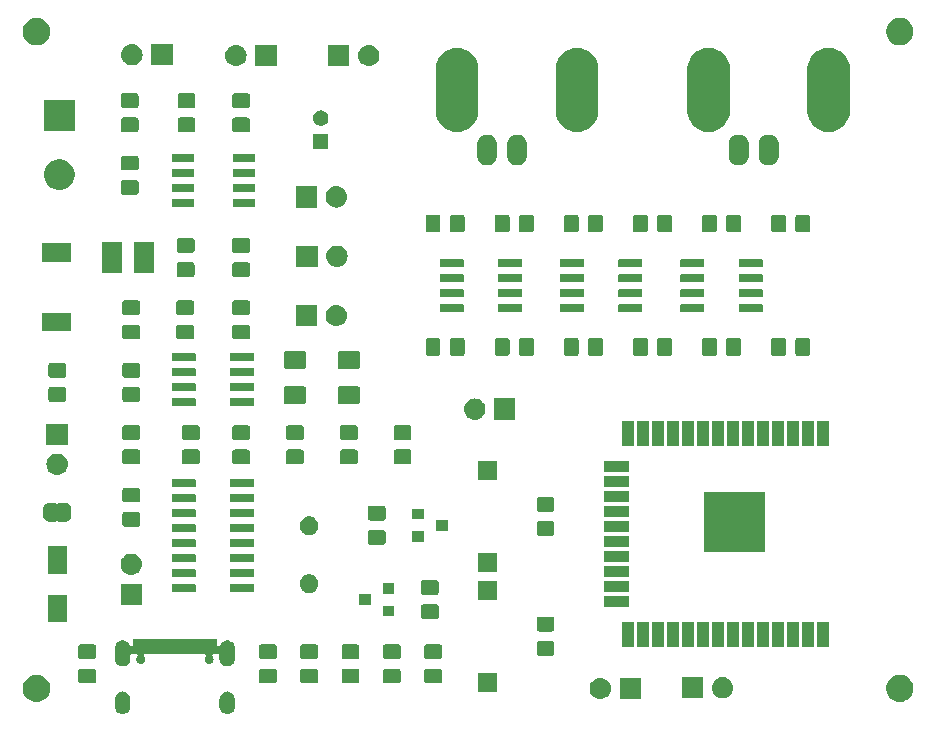
<source format=gbr>
G04 #@! TF.GenerationSoftware,KiCad,Pcbnew,(5.1.2)-1*
G04 #@! TF.CreationDate,2022-09-30T11:59:59-03:00*
G04 #@! TF.ProjectId,esp32,65737033-322e-46b6-9963-61645f706362,rev?*
G04 #@! TF.SameCoordinates,Original*
G04 #@! TF.FileFunction,Soldermask,Top*
G04 #@! TF.FilePolarity,Negative*
%FSLAX46Y46*%
G04 Gerber Fmt 4.6, Leading zero omitted, Abs format (unit mm)*
G04 Created by KiCad (PCBNEW (5.1.2)-1) date 2022-09-30 11:59:59*
%MOMM*%
%LPD*%
G04 APERTURE LIST*
%ADD10C,0.100000*%
G04 APERTURE END LIST*
D10*
G36*
X98831617Y-139582421D02*
G01*
X98922403Y-139609961D01*
X98954335Y-139619647D01*
X99067424Y-139680095D01*
X99166554Y-139761448D01*
X99247906Y-139860576D01*
X99308354Y-139973665D01*
X99318040Y-140005597D01*
X99345580Y-140096383D01*
X99355000Y-140192028D01*
X99355000Y-140859374D01*
X99345580Y-140955019D01*
X99335371Y-140988673D01*
X99308354Y-141077737D01*
X99247906Y-141190826D01*
X99166554Y-141289955D01*
X99067425Y-141371307D01*
X98954336Y-141431755D01*
X98922404Y-141441441D01*
X98831618Y-141468981D01*
X98704000Y-141481550D01*
X98576383Y-141468981D01*
X98485597Y-141441441D01*
X98453665Y-141431755D01*
X98340576Y-141371307D01*
X98241447Y-141289955D01*
X98160096Y-141190828D01*
X98099645Y-141077734D01*
X98072629Y-140988673D01*
X98062420Y-140955019D01*
X98053000Y-140859374D01*
X98053000Y-140192029D01*
X98062420Y-140096384D01*
X98099645Y-139973670D01*
X98099646Y-139973666D01*
X98160094Y-139860577D01*
X98241447Y-139761447D01*
X98340575Y-139680095D01*
X98453664Y-139619647D01*
X98485596Y-139609961D01*
X98576382Y-139582421D01*
X98704000Y-139569852D01*
X98831617Y-139582421D01*
X98831617Y-139582421D01*
G37*
G36*
X107671617Y-139582421D02*
G01*
X107762403Y-139609961D01*
X107794335Y-139619647D01*
X107907424Y-139680095D01*
X108006554Y-139761448D01*
X108087906Y-139860576D01*
X108148354Y-139973665D01*
X108158040Y-140005597D01*
X108185580Y-140096383D01*
X108195000Y-140192028D01*
X108195000Y-140859374D01*
X108185580Y-140955019D01*
X108175371Y-140988673D01*
X108148354Y-141077737D01*
X108087906Y-141190826D01*
X108006554Y-141289955D01*
X107907425Y-141371307D01*
X107794336Y-141431755D01*
X107762404Y-141441441D01*
X107671618Y-141468981D01*
X107544000Y-141481550D01*
X107416383Y-141468981D01*
X107325597Y-141441441D01*
X107293665Y-141431755D01*
X107180576Y-141371307D01*
X107081447Y-141289955D01*
X107000096Y-141190828D01*
X106939645Y-141077734D01*
X106912629Y-140988673D01*
X106902420Y-140955019D01*
X106893000Y-140859374D01*
X106893000Y-140192029D01*
X106902420Y-140096384D01*
X106939645Y-139973670D01*
X106939646Y-139973666D01*
X107000094Y-139860577D01*
X107081447Y-139761447D01*
X107180575Y-139680095D01*
X107293664Y-139619647D01*
X107325596Y-139609961D01*
X107416382Y-139582421D01*
X107544000Y-139569852D01*
X107671617Y-139582421D01*
X107671617Y-139582421D01*
G37*
G36*
X91624549Y-138171116D02*
G01*
X91735734Y-138193232D01*
X91945203Y-138279997D01*
X92133720Y-138405960D01*
X92294040Y-138566280D01*
X92420003Y-138754797D01*
X92506768Y-138964266D01*
X92551000Y-139186636D01*
X92551000Y-139413364D01*
X92506768Y-139635734D01*
X92420003Y-139845203D01*
X92294040Y-140033720D01*
X92133720Y-140194040D01*
X91945203Y-140320003D01*
X91735734Y-140406768D01*
X91624549Y-140428884D01*
X91513365Y-140451000D01*
X91286635Y-140451000D01*
X91175451Y-140428884D01*
X91064266Y-140406768D01*
X90854797Y-140320003D01*
X90666280Y-140194040D01*
X90505960Y-140033720D01*
X90379997Y-139845203D01*
X90293232Y-139635734D01*
X90249000Y-139413364D01*
X90249000Y-139186636D01*
X90293232Y-138964266D01*
X90379997Y-138754797D01*
X90505960Y-138566280D01*
X90666280Y-138405960D01*
X90854797Y-138279997D01*
X91064266Y-138193232D01*
X91175451Y-138171116D01*
X91286635Y-138149000D01*
X91513365Y-138149000D01*
X91624549Y-138171116D01*
X91624549Y-138171116D01*
G37*
G36*
X164724549Y-138171116D02*
G01*
X164835734Y-138193232D01*
X165045203Y-138279997D01*
X165233720Y-138405960D01*
X165394040Y-138566280D01*
X165520003Y-138754797D01*
X165606768Y-138964266D01*
X165651000Y-139186636D01*
X165651000Y-139413364D01*
X165606768Y-139635734D01*
X165520003Y-139845203D01*
X165394040Y-140033720D01*
X165233720Y-140194040D01*
X165045203Y-140320003D01*
X164835734Y-140406768D01*
X164724549Y-140428884D01*
X164613365Y-140451000D01*
X164386635Y-140451000D01*
X164275451Y-140428884D01*
X164164266Y-140406768D01*
X163954797Y-140320003D01*
X163766280Y-140194040D01*
X163605960Y-140033720D01*
X163479997Y-139845203D01*
X163393232Y-139635734D01*
X163349000Y-139413364D01*
X163349000Y-139186636D01*
X163393232Y-138964266D01*
X163479997Y-138754797D01*
X163605960Y-138566280D01*
X163766280Y-138405960D01*
X163954797Y-138279997D01*
X164164266Y-138193232D01*
X164275451Y-138171116D01*
X164386635Y-138149000D01*
X164613365Y-138149000D01*
X164724549Y-138171116D01*
X164724549Y-138171116D01*
G37*
G36*
X142569500Y-140220000D02*
G01*
X140767500Y-140220000D01*
X140767500Y-138418000D01*
X142569500Y-138418000D01*
X142569500Y-140220000D01*
X142569500Y-140220000D01*
G37*
G36*
X139238942Y-138424518D02*
G01*
X139305127Y-138431037D01*
X139474966Y-138482557D01*
X139631491Y-138566222D01*
X139667229Y-138595552D01*
X139768686Y-138678814D01*
X139831044Y-138754799D01*
X139881278Y-138816009D01*
X139964943Y-138972534D01*
X140016463Y-139142373D01*
X140033859Y-139319000D01*
X140016463Y-139495627D01*
X139964943Y-139665466D01*
X139881278Y-139821991D01*
X139862230Y-139845201D01*
X139768686Y-139959186D01*
X139667229Y-140042448D01*
X139631491Y-140071778D01*
X139474966Y-140155443D01*
X139305127Y-140206963D01*
X139238942Y-140213482D01*
X139172760Y-140220000D01*
X139084240Y-140220000D01*
X139018058Y-140213482D01*
X138951873Y-140206963D01*
X138782034Y-140155443D01*
X138625509Y-140071778D01*
X138589771Y-140042448D01*
X138488314Y-139959186D01*
X138394770Y-139845201D01*
X138375722Y-139821991D01*
X138292057Y-139665466D01*
X138240537Y-139495627D01*
X138223141Y-139319000D01*
X138240537Y-139142373D01*
X138292057Y-138972534D01*
X138375722Y-138816009D01*
X138425956Y-138754799D01*
X138488314Y-138678814D01*
X138589771Y-138595552D01*
X138625509Y-138566222D01*
X138782034Y-138482557D01*
X138951873Y-138431037D01*
X139018058Y-138424518D01*
X139084240Y-138418000D01*
X139172760Y-138418000D01*
X139238942Y-138424518D01*
X139238942Y-138424518D01*
G37*
G36*
X149589443Y-138361019D02*
G01*
X149655627Y-138367537D01*
X149825466Y-138419057D01*
X149981991Y-138502722D01*
X150017729Y-138532052D01*
X150119186Y-138615314D01*
X150202448Y-138716771D01*
X150231778Y-138752509D01*
X150231779Y-138752511D01*
X150303952Y-138887535D01*
X150315443Y-138909034D01*
X150366963Y-139078873D01*
X150384359Y-139255500D01*
X150366963Y-139432127D01*
X150315736Y-139601000D01*
X150315442Y-139601968D01*
X150281501Y-139665466D01*
X150231778Y-139758491D01*
X150229351Y-139761448D01*
X150119186Y-139895686D01*
X150024167Y-139973665D01*
X149981991Y-140008278D01*
X149981989Y-140008279D01*
X149879001Y-140063328D01*
X149825466Y-140091943D01*
X149655627Y-140143463D01*
X149589443Y-140149981D01*
X149523260Y-140156500D01*
X149434740Y-140156500D01*
X149368557Y-140149981D01*
X149302373Y-140143463D01*
X149132534Y-140091943D01*
X149079000Y-140063328D01*
X148976011Y-140008279D01*
X148976009Y-140008278D01*
X148933833Y-139973665D01*
X148838814Y-139895686D01*
X148728649Y-139761448D01*
X148726222Y-139758491D01*
X148676499Y-139665466D01*
X148642558Y-139601968D01*
X148642264Y-139601000D01*
X148591037Y-139432127D01*
X148573641Y-139255500D01*
X148591037Y-139078873D01*
X148642557Y-138909034D01*
X148654049Y-138887535D01*
X148726221Y-138752511D01*
X148726222Y-138752509D01*
X148755552Y-138716771D01*
X148838814Y-138615314D01*
X148940271Y-138532052D01*
X148976009Y-138502722D01*
X149132534Y-138419057D01*
X149302373Y-138367537D01*
X149368557Y-138361019D01*
X149434740Y-138354500D01*
X149523260Y-138354500D01*
X149589443Y-138361019D01*
X149589443Y-138361019D01*
G37*
G36*
X147840000Y-140156500D02*
G01*
X146038000Y-140156500D01*
X146038000Y-138354500D01*
X147840000Y-138354500D01*
X147840000Y-140156500D01*
X147840000Y-140156500D01*
G37*
G36*
X130411000Y-139601000D02*
G01*
X128809000Y-139601000D01*
X128809000Y-137999000D01*
X130411000Y-137999000D01*
X130411000Y-139601000D01*
X130411000Y-139601000D01*
G37*
G36*
X125564674Y-137644465D02*
G01*
X125602367Y-137655899D01*
X125637103Y-137674466D01*
X125667548Y-137699452D01*
X125692534Y-137729897D01*
X125711101Y-137764633D01*
X125722535Y-137802326D01*
X125727000Y-137847661D01*
X125727000Y-138684339D01*
X125722535Y-138729674D01*
X125711101Y-138767367D01*
X125692534Y-138802103D01*
X125667548Y-138832548D01*
X125637103Y-138857534D01*
X125602367Y-138876101D01*
X125564674Y-138887535D01*
X125519339Y-138892000D01*
X124432661Y-138892000D01*
X124387326Y-138887535D01*
X124349633Y-138876101D01*
X124314897Y-138857534D01*
X124284452Y-138832548D01*
X124259466Y-138802103D01*
X124240899Y-138767367D01*
X124229465Y-138729674D01*
X124225000Y-138684339D01*
X124225000Y-137847661D01*
X124229465Y-137802326D01*
X124240899Y-137764633D01*
X124259466Y-137729897D01*
X124284452Y-137699452D01*
X124314897Y-137674466D01*
X124349633Y-137655899D01*
X124387326Y-137644465D01*
X124432661Y-137640000D01*
X125519339Y-137640000D01*
X125564674Y-137644465D01*
X125564674Y-137644465D01*
G37*
G36*
X122064674Y-137644465D02*
G01*
X122102367Y-137655899D01*
X122137103Y-137674466D01*
X122167548Y-137699452D01*
X122192534Y-137729897D01*
X122211101Y-137764633D01*
X122222535Y-137802326D01*
X122227000Y-137847661D01*
X122227000Y-138684339D01*
X122222535Y-138729674D01*
X122211101Y-138767367D01*
X122192534Y-138802103D01*
X122167548Y-138832548D01*
X122137103Y-138857534D01*
X122102367Y-138876101D01*
X122064674Y-138887535D01*
X122019339Y-138892000D01*
X120932661Y-138892000D01*
X120887326Y-138887535D01*
X120849633Y-138876101D01*
X120814897Y-138857534D01*
X120784452Y-138832548D01*
X120759466Y-138802103D01*
X120740899Y-138767367D01*
X120729465Y-138729674D01*
X120725000Y-138684339D01*
X120725000Y-137847661D01*
X120729465Y-137802326D01*
X120740899Y-137764633D01*
X120759466Y-137729897D01*
X120784452Y-137699452D01*
X120814897Y-137674466D01*
X120849633Y-137655899D01*
X120887326Y-137644465D01*
X120932661Y-137640000D01*
X122019339Y-137640000D01*
X122064674Y-137644465D01*
X122064674Y-137644465D01*
G37*
G36*
X96268674Y-137641465D02*
G01*
X96306367Y-137652899D01*
X96341103Y-137671466D01*
X96371548Y-137696452D01*
X96396534Y-137726897D01*
X96415101Y-137761633D01*
X96426535Y-137799326D01*
X96431000Y-137844661D01*
X96431000Y-138681339D01*
X96426535Y-138726674D01*
X96415101Y-138764367D01*
X96396534Y-138799103D01*
X96371548Y-138829548D01*
X96341103Y-138854534D01*
X96306367Y-138873101D01*
X96268674Y-138884535D01*
X96223339Y-138889000D01*
X95136661Y-138889000D01*
X95091326Y-138884535D01*
X95053633Y-138873101D01*
X95018897Y-138854534D01*
X94988452Y-138829548D01*
X94963466Y-138799103D01*
X94944899Y-138764367D01*
X94933465Y-138726674D01*
X94929000Y-138681339D01*
X94929000Y-137844661D01*
X94933465Y-137799326D01*
X94944899Y-137761633D01*
X94963466Y-137726897D01*
X94988452Y-137696452D01*
X95018897Y-137671466D01*
X95053633Y-137652899D01*
X95091326Y-137641465D01*
X95136661Y-137637000D01*
X96223339Y-137637000D01*
X96268674Y-137641465D01*
X96268674Y-137641465D01*
G37*
G36*
X118564674Y-137641465D02*
G01*
X118602367Y-137652899D01*
X118637103Y-137671466D01*
X118667548Y-137696452D01*
X118692534Y-137726897D01*
X118711101Y-137761633D01*
X118722535Y-137799326D01*
X118727000Y-137844661D01*
X118727000Y-138681339D01*
X118722535Y-138726674D01*
X118711101Y-138764367D01*
X118692534Y-138799103D01*
X118667548Y-138829548D01*
X118637103Y-138854534D01*
X118602367Y-138873101D01*
X118564674Y-138884535D01*
X118519339Y-138889000D01*
X117432661Y-138889000D01*
X117387326Y-138884535D01*
X117349633Y-138873101D01*
X117314897Y-138854534D01*
X117284452Y-138829548D01*
X117259466Y-138799103D01*
X117240899Y-138764367D01*
X117229465Y-138726674D01*
X117225000Y-138681339D01*
X117225000Y-137844661D01*
X117229465Y-137799326D01*
X117240899Y-137761633D01*
X117259466Y-137726897D01*
X117284452Y-137696452D01*
X117314897Y-137671466D01*
X117349633Y-137652899D01*
X117387326Y-137641465D01*
X117432661Y-137637000D01*
X118519339Y-137637000D01*
X118564674Y-137641465D01*
X118564674Y-137641465D01*
G37*
G36*
X111586674Y-137641465D02*
G01*
X111624367Y-137652899D01*
X111659103Y-137671466D01*
X111689548Y-137696452D01*
X111714534Y-137726897D01*
X111733101Y-137761633D01*
X111744535Y-137799326D01*
X111749000Y-137844661D01*
X111749000Y-138681339D01*
X111744535Y-138726674D01*
X111733101Y-138764367D01*
X111714534Y-138799103D01*
X111689548Y-138829548D01*
X111659103Y-138854534D01*
X111624367Y-138873101D01*
X111586674Y-138884535D01*
X111541339Y-138889000D01*
X110454661Y-138889000D01*
X110409326Y-138884535D01*
X110371633Y-138873101D01*
X110336897Y-138854534D01*
X110306452Y-138829548D01*
X110281466Y-138799103D01*
X110262899Y-138764367D01*
X110251465Y-138726674D01*
X110247000Y-138681339D01*
X110247000Y-137844661D01*
X110251465Y-137799326D01*
X110262899Y-137761633D01*
X110281466Y-137726897D01*
X110306452Y-137696452D01*
X110336897Y-137671466D01*
X110371633Y-137652899D01*
X110409326Y-137641465D01*
X110454661Y-137637000D01*
X111541339Y-137637000D01*
X111586674Y-137641465D01*
X111586674Y-137641465D01*
G37*
G36*
X115064674Y-137641465D02*
G01*
X115102367Y-137652899D01*
X115137103Y-137671466D01*
X115167548Y-137696452D01*
X115192534Y-137726897D01*
X115211101Y-137761633D01*
X115222535Y-137799326D01*
X115227000Y-137844661D01*
X115227000Y-138681339D01*
X115222535Y-138726674D01*
X115211101Y-138764367D01*
X115192534Y-138799103D01*
X115167548Y-138829548D01*
X115137103Y-138854534D01*
X115102367Y-138873101D01*
X115064674Y-138884535D01*
X115019339Y-138889000D01*
X113932661Y-138889000D01*
X113887326Y-138884535D01*
X113849633Y-138873101D01*
X113814897Y-138854534D01*
X113784452Y-138829548D01*
X113759466Y-138799103D01*
X113740899Y-138764367D01*
X113729465Y-138726674D01*
X113725000Y-138681339D01*
X113725000Y-137844661D01*
X113729465Y-137799326D01*
X113740899Y-137761633D01*
X113759466Y-137726897D01*
X113784452Y-137696452D01*
X113814897Y-137671466D01*
X113849633Y-137652899D01*
X113887326Y-137641465D01*
X113932661Y-137637000D01*
X115019339Y-137637000D01*
X115064674Y-137641465D01*
X115064674Y-137641465D01*
G37*
G36*
X106679799Y-135655191D02*
G01*
X106682201Y-135679577D01*
X106689314Y-135703026D01*
X106700865Y-135724637D01*
X106716410Y-135743579D01*
X106735352Y-135759124D01*
X106756963Y-135770675D01*
X106780412Y-135777788D01*
X106804798Y-135780190D01*
X106829184Y-135777788D01*
X106852633Y-135770675D01*
X106874244Y-135759124D01*
X106893186Y-135743579D01*
X106908731Y-135724637D01*
X106920282Y-135703026D01*
X106924415Y-135691476D01*
X106928025Y-135679577D01*
X106939645Y-135641269D01*
X106939646Y-135641266D01*
X107000094Y-135528176D01*
X107081447Y-135429046D01*
X107180575Y-135347694D01*
X107293664Y-135287246D01*
X107325596Y-135277560D01*
X107416382Y-135250020D01*
X107544000Y-135237451D01*
X107671617Y-135250020D01*
X107762403Y-135277560D01*
X107794335Y-135287246D01*
X107907424Y-135347694D01*
X108006554Y-135429047D01*
X108087906Y-135528175D01*
X108148354Y-135641264D01*
X108152579Y-135655191D01*
X108185580Y-135763982D01*
X108195000Y-135859627D01*
X108195000Y-136831773D01*
X108185580Y-136927418D01*
X108160241Y-137010949D01*
X108148354Y-137050136D01*
X108087906Y-137163225D01*
X108006554Y-137262354D01*
X107907425Y-137343706D01*
X107794336Y-137404154D01*
X107762404Y-137413840D01*
X107671618Y-137441380D01*
X107544000Y-137453949D01*
X107416383Y-137441380D01*
X107325597Y-137413840D01*
X107293665Y-137404154D01*
X107180576Y-137343706D01*
X107081447Y-137262354D01*
X107000095Y-137163225D01*
X106939647Y-137050136D01*
X106927760Y-137010949D01*
X106902421Y-136927418D01*
X106893000Y-136831773D01*
X106893000Y-136523198D01*
X106890598Y-136498813D01*
X106883485Y-136475364D01*
X106871934Y-136453753D01*
X106856389Y-136434811D01*
X106837447Y-136419266D01*
X106815836Y-136407715D01*
X106792387Y-136400602D01*
X106768001Y-136398200D01*
X106407311Y-136398200D01*
X106382925Y-136400602D01*
X106359476Y-136407715D01*
X106337865Y-136419266D01*
X106318923Y-136434811D01*
X106303378Y-136453753D01*
X106291827Y-136475364D01*
X106284714Y-136498813D01*
X106282312Y-136523199D01*
X106284714Y-136547585D01*
X106291827Y-136571034D01*
X106303378Y-136592644D01*
X106351812Y-136665131D01*
X106351814Y-136665134D01*
X106380549Y-136734508D01*
X106380550Y-136734511D01*
X106395199Y-136808154D01*
X106395199Y-136883246D01*
X106386413Y-136927416D01*
X106380549Y-136956892D01*
X106351814Y-137026266D01*
X106310096Y-137088701D01*
X106257000Y-137141797D01*
X106194565Y-137183515D01*
X106125191Y-137212250D01*
X106125190Y-137212250D01*
X106125188Y-137212251D01*
X106051545Y-137226900D01*
X105976453Y-137226900D01*
X105902810Y-137212251D01*
X105902808Y-137212250D01*
X105902807Y-137212250D01*
X105833433Y-137183515D01*
X105770998Y-137141797D01*
X105717902Y-137088701D01*
X105676184Y-137026266D01*
X105647449Y-136956892D01*
X105641586Y-136927416D01*
X105632799Y-136883246D01*
X105632799Y-136808154D01*
X105647448Y-136734511D01*
X105647449Y-136734508D01*
X105676184Y-136665134D01*
X105676186Y-136665131D01*
X105724620Y-136592644D01*
X105736171Y-136571033D01*
X105743284Y-136547584D01*
X105745686Y-136523198D01*
X105743284Y-136498812D01*
X105736171Y-136475363D01*
X105724619Y-136453753D01*
X105709074Y-136434811D01*
X105690132Y-136419266D01*
X105668521Y-136407715D01*
X105645072Y-136400602D01*
X105620687Y-136398200D01*
X100627313Y-136398200D01*
X100602927Y-136400602D01*
X100579478Y-136407715D01*
X100557867Y-136419266D01*
X100538925Y-136434811D01*
X100523380Y-136453753D01*
X100511829Y-136475364D01*
X100504716Y-136498813D01*
X100502314Y-136523199D01*
X100504716Y-136547585D01*
X100511829Y-136571034D01*
X100523380Y-136592644D01*
X100571814Y-136665131D01*
X100571816Y-136665134D01*
X100600551Y-136734508D01*
X100600552Y-136734511D01*
X100615201Y-136808154D01*
X100615201Y-136883246D01*
X100606415Y-136927416D01*
X100600551Y-136956892D01*
X100571816Y-137026266D01*
X100530098Y-137088701D01*
X100477002Y-137141797D01*
X100414567Y-137183515D01*
X100345193Y-137212250D01*
X100345192Y-137212250D01*
X100345190Y-137212251D01*
X100271547Y-137226900D01*
X100196455Y-137226900D01*
X100122812Y-137212251D01*
X100122810Y-137212250D01*
X100122809Y-137212250D01*
X100053435Y-137183515D01*
X99991000Y-137141797D01*
X99937904Y-137088701D01*
X99896186Y-137026266D01*
X99867451Y-136956892D01*
X99861588Y-136927416D01*
X99852801Y-136883246D01*
X99852801Y-136808154D01*
X99867450Y-136734511D01*
X99867451Y-136734508D01*
X99896186Y-136665134D01*
X99896188Y-136665131D01*
X99944622Y-136592644D01*
X99956173Y-136571033D01*
X99963286Y-136547584D01*
X99965688Y-136523198D01*
X99963286Y-136498812D01*
X99956173Y-136475363D01*
X99944621Y-136453753D01*
X99929076Y-136434811D01*
X99910134Y-136419266D01*
X99888523Y-136407715D01*
X99865074Y-136400602D01*
X99840689Y-136398200D01*
X99479999Y-136398200D01*
X99455613Y-136400602D01*
X99432164Y-136407715D01*
X99410553Y-136419266D01*
X99391611Y-136434811D01*
X99376066Y-136453753D01*
X99364515Y-136475364D01*
X99357402Y-136498813D01*
X99355000Y-136523198D01*
X99355000Y-136831773D01*
X99345580Y-136927418D01*
X99320241Y-137010949D01*
X99308354Y-137050136D01*
X99247906Y-137163225D01*
X99166554Y-137262354D01*
X99067425Y-137343706D01*
X98954336Y-137404154D01*
X98922404Y-137413840D01*
X98831618Y-137441380D01*
X98704000Y-137453949D01*
X98576383Y-137441380D01*
X98485597Y-137413840D01*
X98453665Y-137404154D01*
X98340576Y-137343706D01*
X98241447Y-137262354D01*
X98160095Y-137163225D01*
X98099647Y-137050136D01*
X98087760Y-137010949D01*
X98062421Y-136927418D01*
X98053000Y-136831773D01*
X98053000Y-135859628D01*
X98062420Y-135763983D01*
X98099645Y-135641269D01*
X98099646Y-135641265D01*
X98160094Y-135528176D01*
X98241447Y-135429046D01*
X98340575Y-135347694D01*
X98453664Y-135287246D01*
X98485596Y-135277560D01*
X98576382Y-135250020D01*
X98704000Y-135237451D01*
X98831617Y-135250020D01*
X98922403Y-135277560D01*
X98954335Y-135287246D01*
X99067424Y-135347694D01*
X99166554Y-135429047D01*
X99247906Y-135528175D01*
X99308354Y-135641264D01*
X99309928Y-135646452D01*
X99323584Y-135691472D01*
X99332960Y-135714108D01*
X99346574Y-135734482D01*
X99363901Y-135751809D01*
X99384275Y-135765423D01*
X99406914Y-135774800D01*
X99430947Y-135779581D01*
X99455451Y-135779581D01*
X99479485Y-135774801D01*
X99502124Y-135765424D01*
X99522498Y-135751810D01*
X99539825Y-135734483D01*
X99553439Y-135714109D01*
X99562816Y-135691470D01*
X99567597Y-135667437D01*
X99568199Y-135655184D01*
X99568199Y-135153200D01*
X106679799Y-135153200D01*
X106679799Y-135655191D01*
X106679799Y-135655191D01*
G37*
G36*
X125564674Y-135594465D02*
G01*
X125602367Y-135605899D01*
X125637103Y-135624466D01*
X125667548Y-135649452D01*
X125692534Y-135679897D01*
X125711101Y-135714633D01*
X125722535Y-135752326D01*
X125727000Y-135797661D01*
X125727000Y-136634339D01*
X125722535Y-136679674D01*
X125711101Y-136717367D01*
X125692534Y-136752103D01*
X125667548Y-136782548D01*
X125637103Y-136807534D01*
X125602367Y-136826101D01*
X125564674Y-136837535D01*
X125519339Y-136842000D01*
X124432661Y-136842000D01*
X124387326Y-136837535D01*
X124349633Y-136826101D01*
X124314897Y-136807534D01*
X124284452Y-136782548D01*
X124259466Y-136752103D01*
X124240899Y-136717367D01*
X124229465Y-136679674D01*
X124225000Y-136634339D01*
X124225000Y-135797661D01*
X124229465Y-135752326D01*
X124240899Y-135714633D01*
X124259466Y-135679897D01*
X124284452Y-135649452D01*
X124314897Y-135624466D01*
X124349633Y-135605899D01*
X124387326Y-135594465D01*
X124432661Y-135590000D01*
X125519339Y-135590000D01*
X125564674Y-135594465D01*
X125564674Y-135594465D01*
G37*
G36*
X122064674Y-135594465D02*
G01*
X122102367Y-135605899D01*
X122137103Y-135624466D01*
X122167548Y-135649452D01*
X122192534Y-135679897D01*
X122211101Y-135714633D01*
X122222535Y-135752326D01*
X122227000Y-135797661D01*
X122227000Y-136634339D01*
X122222535Y-136679674D01*
X122211101Y-136717367D01*
X122192534Y-136752103D01*
X122167548Y-136782548D01*
X122137103Y-136807534D01*
X122102367Y-136826101D01*
X122064674Y-136837535D01*
X122019339Y-136842000D01*
X120932661Y-136842000D01*
X120887326Y-136837535D01*
X120849633Y-136826101D01*
X120814897Y-136807534D01*
X120784452Y-136782548D01*
X120759466Y-136752103D01*
X120740899Y-136717367D01*
X120729465Y-136679674D01*
X120725000Y-136634339D01*
X120725000Y-135797661D01*
X120729465Y-135752326D01*
X120740899Y-135714633D01*
X120759466Y-135679897D01*
X120784452Y-135649452D01*
X120814897Y-135624466D01*
X120849633Y-135605899D01*
X120887326Y-135594465D01*
X120932661Y-135590000D01*
X122019339Y-135590000D01*
X122064674Y-135594465D01*
X122064674Y-135594465D01*
G37*
G36*
X115064674Y-135591465D02*
G01*
X115102367Y-135602899D01*
X115137103Y-135621466D01*
X115167548Y-135646452D01*
X115192534Y-135676897D01*
X115211101Y-135711633D01*
X115222535Y-135749326D01*
X115227000Y-135794661D01*
X115227000Y-136631339D01*
X115222535Y-136676674D01*
X115211101Y-136714367D01*
X115192534Y-136749103D01*
X115167548Y-136779548D01*
X115137103Y-136804534D01*
X115102367Y-136823101D01*
X115064674Y-136834535D01*
X115019339Y-136839000D01*
X113932661Y-136839000D01*
X113887326Y-136834535D01*
X113849633Y-136823101D01*
X113814897Y-136804534D01*
X113784452Y-136779548D01*
X113759466Y-136749103D01*
X113740899Y-136714367D01*
X113729465Y-136676674D01*
X113725000Y-136631339D01*
X113725000Y-135794661D01*
X113729465Y-135749326D01*
X113740899Y-135711633D01*
X113759466Y-135676897D01*
X113784452Y-135646452D01*
X113814897Y-135621466D01*
X113849633Y-135602899D01*
X113887326Y-135591465D01*
X113932661Y-135587000D01*
X115019339Y-135587000D01*
X115064674Y-135591465D01*
X115064674Y-135591465D01*
G37*
G36*
X111586674Y-135591465D02*
G01*
X111624367Y-135602899D01*
X111659103Y-135621466D01*
X111689548Y-135646452D01*
X111714534Y-135676897D01*
X111733101Y-135711633D01*
X111744535Y-135749326D01*
X111749000Y-135794661D01*
X111749000Y-136631339D01*
X111744535Y-136676674D01*
X111733101Y-136714367D01*
X111714534Y-136749103D01*
X111689548Y-136779548D01*
X111659103Y-136804534D01*
X111624367Y-136823101D01*
X111586674Y-136834535D01*
X111541339Y-136839000D01*
X110454661Y-136839000D01*
X110409326Y-136834535D01*
X110371633Y-136823101D01*
X110336897Y-136804534D01*
X110306452Y-136779548D01*
X110281466Y-136749103D01*
X110262899Y-136714367D01*
X110251465Y-136676674D01*
X110247000Y-136631339D01*
X110247000Y-135794661D01*
X110251465Y-135749326D01*
X110262899Y-135711633D01*
X110281466Y-135676897D01*
X110306452Y-135646452D01*
X110336897Y-135621466D01*
X110371633Y-135602899D01*
X110409326Y-135591465D01*
X110454661Y-135587000D01*
X111541339Y-135587000D01*
X111586674Y-135591465D01*
X111586674Y-135591465D01*
G37*
G36*
X118564674Y-135591465D02*
G01*
X118602367Y-135602899D01*
X118637103Y-135621466D01*
X118667548Y-135646452D01*
X118692534Y-135676897D01*
X118711101Y-135711633D01*
X118722535Y-135749326D01*
X118727000Y-135794661D01*
X118727000Y-136631339D01*
X118722535Y-136676674D01*
X118711101Y-136714367D01*
X118692534Y-136749103D01*
X118667548Y-136779548D01*
X118637103Y-136804534D01*
X118602367Y-136823101D01*
X118564674Y-136834535D01*
X118519339Y-136839000D01*
X117432661Y-136839000D01*
X117387326Y-136834535D01*
X117349633Y-136823101D01*
X117314897Y-136804534D01*
X117284452Y-136779548D01*
X117259466Y-136749103D01*
X117240899Y-136714367D01*
X117229465Y-136676674D01*
X117225000Y-136631339D01*
X117225000Y-135794661D01*
X117229465Y-135749326D01*
X117240899Y-135711633D01*
X117259466Y-135676897D01*
X117284452Y-135646452D01*
X117314897Y-135621466D01*
X117349633Y-135602899D01*
X117387326Y-135591465D01*
X117432661Y-135587000D01*
X118519339Y-135587000D01*
X118564674Y-135591465D01*
X118564674Y-135591465D01*
G37*
G36*
X96268674Y-135591465D02*
G01*
X96306367Y-135602899D01*
X96341103Y-135621466D01*
X96371548Y-135646452D01*
X96396534Y-135676897D01*
X96415101Y-135711633D01*
X96426535Y-135749326D01*
X96431000Y-135794661D01*
X96431000Y-136631339D01*
X96426535Y-136676674D01*
X96415101Y-136714367D01*
X96396534Y-136749103D01*
X96371548Y-136779548D01*
X96341103Y-136804534D01*
X96306367Y-136823101D01*
X96268674Y-136834535D01*
X96223339Y-136839000D01*
X95136661Y-136839000D01*
X95091326Y-136834535D01*
X95053633Y-136823101D01*
X95018897Y-136804534D01*
X94988452Y-136779548D01*
X94963466Y-136749103D01*
X94944899Y-136714367D01*
X94933465Y-136676674D01*
X94929000Y-136631339D01*
X94929000Y-135794661D01*
X94933465Y-135749326D01*
X94944899Y-135711633D01*
X94963466Y-135676897D01*
X94988452Y-135646452D01*
X95018897Y-135621466D01*
X95053633Y-135602899D01*
X95091326Y-135591465D01*
X95136661Y-135587000D01*
X96223339Y-135587000D01*
X96268674Y-135591465D01*
X96268674Y-135591465D01*
G37*
G36*
X135088674Y-135303465D02*
G01*
X135126367Y-135314899D01*
X135161103Y-135333466D01*
X135191548Y-135358452D01*
X135216534Y-135388897D01*
X135235101Y-135423633D01*
X135246535Y-135461326D01*
X135251000Y-135506661D01*
X135251000Y-136343339D01*
X135246535Y-136388674D01*
X135235101Y-136426367D01*
X135216534Y-136461103D01*
X135191548Y-136491548D01*
X135161103Y-136516534D01*
X135126367Y-136535101D01*
X135088674Y-136546535D01*
X135043339Y-136551000D01*
X133956661Y-136551000D01*
X133911326Y-136546535D01*
X133873633Y-136535101D01*
X133838897Y-136516534D01*
X133808452Y-136491548D01*
X133783466Y-136461103D01*
X133764899Y-136426367D01*
X133753465Y-136388674D01*
X133749000Y-136343339D01*
X133749000Y-135506661D01*
X133753465Y-135461326D01*
X133764899Y-135423633D01*
X133783466Y-135388897D01*
X133808452Y-135358452D01*
X133838897Y-135333466D01*
X133873633Y-135314899D01*
X133911326Y-135303465D01*
X133956661Y-135299000D01*
X135043339Y-135299000D01*
X135088674Y-135303465D01*
X135088674Y-135303465D01*
G37*
G36*
X148341000Y-135789000D02*
G01*
X147339000Y-135789000D01*
X147339000Y-133687000D01*
X148341000Y-133687000D01*
X148341000Y-135789000D01*
X148341000Y-135789000D01*
G37*
G36*
X152151000Y-135789000D02*
G01*
X151149000Y-135789000D01*
X151149000Y-133687000D01*
X152151000Y-133687000D01*
X152151000Y-135789000D01*
X152151000Y-135789000D01*
G37*
G36*
X158501000Y-135789000D02*
G01*
X157499000Y-135789000D01*
X157499000Y-133687000D01*
X158501000Y-133687000D01*
X158501000Y-135789000D01*
X158501000Y-135789000D01*
G37*
G36*
X157231000Y-135789000D02*
G01*
X156229000Y-135789000D01*
X156229000Y-133687000D01*
X157231000Y-133687000D01*
X157231000Y-135789000D01*
X157231000Y-135789000D01*
G37*
G36*
X155961000Y-135789000D02*
G01*
X154959000Y-135789000D01*
X154959000Y-133687000D01*
X155961000Y-133687000D01*
X155961000Y-135789000D01*
X155961000Y-135789000D01*
G37*
G36*
X154691000Y-135789000D02*
G01*
X153689000Y-135789000D01*
X153689000Y-133687000D01*
X154691000Y-133687000D01*
X154691000Y-135789000D01*
X154691000Y-135789000D01*
G37*
G36*
X153421000Y-135789000D02*
G01*
X152419000Y-135789000D01*
X152419000Y-133687000D01*
X153421000Y-133687000D01*
X153421000Y-135789000D01*
X153421000Y-135789000D01*
G37*
G36*
X150881000Y-135789000D02*
G01*
X149879000Y-135789000D01*
X149879000Y-133687000D01*
X150881000Y-133687000D01*
X150881000Y-135789000D01*
X150881000Y-135789000D01*
G37*
G36*
X145801000Y-135789000D02*
G01*
X144799000Y-135789000D01*
X144799000Y-133687000D01*
X145801000Y-133687000D01*
X145801000Y-135789000D01*
X145801000Y-135789000D01*
G37*
G36*
X144531000Y-135789000D02*
G01*
X143529000Y-135789000D01*
X143529000Y-133687000D01*
X144531000Y-133687000D01*
X144531000Y-135789000D01*
X144531000Y-135789000D01*
G37*
G36*
X143261000Y-135789000D02*
G01*
X142259000Y-135789000D01*
X142259000Y-133687000D01*
X143261000Y-133687000D01*
X143261000Y-135789000D01*
X143261000Y-135789000D01*
G37*
G36*
X141991000Y-135789000D02*
G01*
X140989000Y-135789000D01*
X140989000Y-133687000D01*
X141991000Y-133687000D01*
X141991000Y-135789000D01*
X141991000Y-135789000D01*
G37*
G36*
X147071000Y-135789000D02*
G01*
X146069000Y-135789000D01*
X146069000Y-133687000D01*
X147071000Y-133687000D01*
X147071000Y-135789000D01*
X147071000Y-135789000D01*
G37*
G36*
X149611000Y-135789000D02*
G01*
X148609000Y-135789000D01*
X148609000Y-133687000D01*
X149611000Y-133687000D01*
X149611000Y-135789000D01*
X149611000Y-135789000D01*
G37*
G36*
X135088674Y-133253465D02*
G01*
X135126367Y-133264899D01*
X135161103Y-133283466D01*
X135191548Y-133308452D01*
X135216534Y-133338897D01*
X135235101Y-133373633D01*
X135246535Y-133411326D01*
X135251000Y-133456661D01*
X135251000Y-134293339D01*
X135246535Y-134338674D01*
X135235101Y-134376367D01*
X135216534Y-134411103D01*
X135191548Y-134441548D01*
X135161103Y-134466534D01*
X135126367Y-134485101D01*
X135088674Y-134496535D01*
X135043339Y-134501000D01*
X133956661Y-134501000D01*
X133911326Y-134496535D01*
X133873633Y-134485101D01*
X133838897Y-134466534D01*
X133808452Y-134441548D01*
X133783466Y-134411103D01*
X133764899Y-134376367D01*
X133753465Y-134338674D01*
X133749000Y-134293339D01*
X133749000Y-133456661D01*
X133753465Y-133411326D01*
X133764899Y-133373633D01*
X133783466Y-133338897D01*
X133808452Y-133308452D01*
X133838897Y-133283466D01*
X133873633Y-133264899D01*
X133911326Y-133253465D01*
X133956661Y-133249000D01*
X135043339Y-133249000D01*
X135088674Y-133253465D01*
X135088674Y-133253465D01*
G37*
G36*
X93986000Y-133701000D02*
G01*
X92334000Y-133701000D01*
X92334000Y-131399000D01*
X93986000Y-131399000D01*
X93986000Y-133701000D01*
X93986000Y-133701000D01*
G37*
G36*
X125288674Y-132203465D02*
G01*
X125326367Y-132214899D01*
X125361103Y-132233466D01*
X125391548Y-132258452D01*
X125416534Y-132288897D01*
X125435101Y-132323633D01*
X125446535Y-132361326D01*
X125451000Y-132406661D01*
X125451000Y-133243339D01*
X125446535Y-133288674D01*
X125435101Y-133326367D01*
X125416534Y-133361103D01*
X125391548Y-133391548D01*
X125361103Y-133416534D01*
X125326367Y-133435101D01*
X125288674Y-133446535D01*
X125243339Y-133451000D01*
X124156661Y-133451000D01*
X124111326Y-133446535D01*
X124073633Y-133435101D01*
X124038897Y-133416534D01*
X124008452Y-133391548D01*
X123983466Y-133361103D01*
X123964899Y-133326367D01*
X123953465Y-133288674D01*
X123949000Y-133243339D01*
X123949000Y-132406661D01*
X123953465Y-132361326D01*
X123964899Y-132323633D01*
X123983466Y-132288897D01*
X124008452Y-132258452D01*
X124038897Y-132233466D01*
X124073633Y-132214899D01*
X124111326Y-132203465D01*
X124156661Y-132199000D01*
X125243339Y-132199000D01*
X125288674Y-132203465D01*
X125288674Y-132203465D01*
G37*
G36*
X121701000Y-133201000D02*
G01*
X120699000Y-133201000D01*
X120699000Y-132299000D01*
X121701000Y-132299000D01*
X121701000Y-133201000D01*
X121701000Y-133201000D01*
G37*
G36*
X141541000Y-132454000D02*
G01*
X139439000Y-132454000D01*
X139439000Y-131452000D01*
X141541000Y-131452000D01*
X141541000Y-132454000D01*
X141541000Y-132454000D01*
G37*
G36*
X119701000Y-132251000D02*
G01*
X118699000Y-132251000D01*
X118699000Y-131349000D01*
X119701000Y-131349000D01*
X119701000Y-132251000D01*
X119701000Y-132251000D01*
G37*
G36*
X100321000Y-132241000D02*
G01*
X98519000Y-132241000D01*
X98519000Y-130439000D01*
X100321000Y-130439000D01*
X100321000Y-132241000D01*
X100321000Y-132241000D01*
G37*
G36*
X130411000Y-131801000D02*
G01*
X128809000Y-131801000D01*
X128809000Y-130199000D01*
X130411000Y-130199000D01*
X130411000Y-131801000D01*
X130411000Y-131801000D01*
G37*
G36*
X125288674Y-130153465D02*
G01*
X125326367Y-130164899D01*
X125361103Y-130183466D01*
X125391548Y-130208452D01*
X125416534Y-130238897D01*
X125435101Y-130273633D01*
X125446535Y-130311326D01*
X125451000Y-130356661D01*
X125451000Y-131193339D01*
X125446535Y-131238674D01*
X125435101Y-131276367D01*
X125416534Y-131311103D01*
X125391548Y-131341548D01*
X125361103Y-131366534D01*
X125326367Y-131385101D01*
X125288674Y-131396535D01*
X125243339Y-131401000D01*
X124156661Y-131401000D01*
X124111326Y-131396535D01*
X124073633Y-131385101D01*
X124038897Y-131366534D01*
X124008452Y-131341548D01*
X123983466Y-131311103D01*
X123964899Y-131276367D01*
X123953465Y-131238674D01*
X123949000Y-131193339D01*
X123949000Y-130356661D01*
X123953465Y-130311326D01*
X123964899Y-130273633D01*
X123983466Y-130238897D01*
X124008452Y-130208452D01*
X124038897Y-130183466D01*
X124073633Y-130164899D01*
X124111326Y-130153465D01*
X124156661Y-130149000D01*
X125243339Y-130149000D01*
X125288674Y-130153465D01*
X125288674Y-130153465D01*
G37*
G36*
X121701000Y-131301000D02*
G01*
X120699000Y-131301000D01*
X120699000Y-130399000D01*
X121701000Y-130399000D01*
X121701000Y-131301000D01*
X121701000Y-131301000D01*
G37*
G36*
X114709642Y-129684781D02*
G01*
X114855414Y-129745162D01*
X114855416Y-129745163D01*
X114986608Y-129832822D01*
X115098178Y-129944392D01*
X115185837Y-130075584D01*
X115185838Y-130075586D01*
X115246219Y-130221358D01*
X115277000Y-130376107D01*
X115277000Y-130533893D01*
X115246219Y-130688642D01*
X115185838Y-130834414D01*
X115185837Y-130834416D01*
X115098178Y-130965608D01*
X114986608Y-131077178D01*
X114855416Y-131164837D01*
X114855415Y-131164838D01*
X114855414Y-131164838D01*
X114709642Y-131225219D01*
X114554893Y-131256000D01*
X114397107Y-131256000D01*
X114242358Y-131225219D01*
X114096586Y-131164838D01*
X114096585Y-131164838D01*
X114096584Y-131164837D01*
X113965392Y-131077178D01*
X113853822Y-130965608D01*
X113766163Y-130834416D01*
X113766162Y-130834414D01*
X113705781Y-130688642D01*
X113675000Y-130533893D01*
X113675000Y-130376107D01*
X113705781Y-130221358D01*
X113766162Y-130075586D01*
X113766163Y-130075584D01*
X113853822Y-129944392D01*
X113965392Y-129832822D01*
X114096584Y-129745163D01*
X114096586Y-129745162D01*
X114242358Y-129684781D01*
X114397107Y-129654000D01*
X114554893Y-129654000D01*
X114709642Y-129684781D01*
X114709642Y-129684781D01*
G37*
G36*
X109749928Y-130486764D02*
G01*
X109771009Y-130493160D01*
X109790445Y-130503548D01*
X109807476Y-130517524D01*
X109821452Y-130534555D01*
X109831840Y-130553991D01*
X109838236Y-130575072D01*
X109841000Y-130603140D01*
X109841000Y-131066860D01*
X109838236Y-131094928D01*
X109831840Y-131116009D01*
X109821452Y-131135445D01*
X109807476Y-131152476D01*
X109790445Y-131166452D01*
X109771009Y-131176840D01*
X109749928Y-131183236D01*
X109721860Y-131186000D01*
X107908140Y-131186000D01*
X107880072Y-131183236D01*
X107858991Y-131176840D01*
X107839555Y-131166452D01*
X107822524Y-131152476D01*
X107808548Y-131135445D01*
X107798160Y-131116009D01*
X107791764Y-131094928D01*
X107789000Y-131066860D01*
X107789000Y-130603140D01*
X107791764Y-130575072D01*
X107798160Y-130553991D01*
X107808548Y-130534555D01*
X107822524Y-130517524D01*
X107839555Y-130503548D01*
X107858991Y-130493160D01*
X107880072Y-130486764D01*
X107908140Y-130484000D01*
X109721860Y-130484000D01*
X109749928Y-130486764D01*
X109749928Y-130486764D01*
G37*
G36*
X104799928Y-130486764D02*
G01*
X104821009Y-130493160D01*
X104840445Y-130503548D01*
X104857476Y-130517524D01*
X104871452Y-130534555D01*
X104881840Y-130553991D01*
X104888236Y-130575072D01*
X104891000Y-130603140D01*
X104891000Y-131066860D01*
X104888236Y-131094928D01*
X104881840Y-131116009D01*
X104871452Y-131135445D01*
X104857476Y-131152476D01*
X104840445Y-131166452D01*
X104821009Y-131176840D01*
X104799928Y-131183236D01*
X104771860Y-131186000D01*
X102958140Y-131186000D01*
X102930072Y-131183236D01*
X102908991Y-131176840D01*
X102889555Y-131166452D01*
X102872524Y-131152476D01*
X102858548Y-131135445D01*
X102848160Y-131116009D01*
X102841764Y-131094928D01*
X102839000Y-131066860D01*
X102839000Y-130603140D01*
X102841764Y-130575072D01*
X102848160Y-130553991D01*
X102858548Y-130534555D01*
X102872524Y-130517524D01*
X102889555Y-130503548D01*
X102908991Y-130493160D01*
X102930072Y-130486764D01*
X102958140Y-130484000D01*
X104771860Y-130484000D01*
X104799928Y-130486764D01*
X104799928Y-130486764D01*
G37*
G36*
X141541000Y-131184000D02*
G01*
X139439000Y-131184000D01*
X139439000Y-130182000D01*
X141541000Y-130182000D01*
X141541000Y-131184000D01*
X141541000Y-131184000D01*
G37*
G36*
X104799928Y-129216764D02*
G01*
X104821009Y-129223160D01*
X104840445Y-129233548D01*
X104857476Y-129247524D01*
X104871452Y-129264555D01*
X104881840Y-129283991D01*
X104888236Y-129305072D01*
X104891000Y-129333140D01*
X104891000Y-129796860D01*
X104888236Y-129824928D01*
X104881840Y-129846009D01*
X104871452Y-129865445D01*
X104857476Y-129882476D01*
X104840445Y-129896452D01*
X104821009Y-129906840D01*
X104799928Y-129913236D01*
X104771860Y-129916000D01*
X102958140Y-129916000D01*
X102930072Y-129913236D01*
X102908991Y-129906840D01*
X102889555Y-129896452D01*
X102872524Y-129882476D01*
X102858548Y-129865445D01*
X102848160Y-129846009D01*
X102841764Y-129824928D01*
X102839000Y-129796860D01*
X102839000Y-129333140D01*
X102841764Y-129305072D01*
X102848160Y-129283991D01*
X102858548Y-129264555D01*
X102872524Y-129247524D01*
X102889555Y-129233548D01*
X102908991Y-129223160D01*
X102930072Y-129216764D01*
X102958140Y-129214000D01*
X104771860Y-129214000D01*
X104799928Y-129216764D01*
X104799928Y-129216764D01*
G37*
G36*
X109749928Y-129216764D02*
G01*
X109771009Y-129223160D01*
X109790445Y-129233548D01*
X109807476Y-129247524D01*
X109821452Y-129264555D01*
X109831840Y-129283991D01*
X109838236Y-129305072D01*
X109841000Y-129333140D01*
X109841000Y-129796860D01*
X109838236Y-129824928D01*
X109831840Y-129846009D01*
X109821452Y-129865445D01*
X109807476Y-129882476D01*
X109790445Y-129896452D01*
X109771009Y-129906840D01*
X109749928Y-129913236D01*
X109721860Y-129916000D01*
X107908140Y-129916000D01*
X107880072Y-129913236D01*
X107858991Y-129906840D01*
X107839555Y-129896452D01*
X107822524Y-129882476D01*
X107808548Y-129865445D01*
X107798160Y-129846009D01*
X107791764Y-129824928D01*
X107789000Y-129796860D01*
X107789000Y-129333140D01*
X107791764Y-129305072D01*
X107798160Y-129283991D01*
X107808548Y-129264555D01*
X107822524Y-129247524D01*
X107839555Y-129233548D01*
X107858991Y-129223160D01*
X107880072Y-129216764D01*
X107908140Y-129214000D01*
X109721860Y-129214000D01*
X109749928Y-129216764D01*
X109749928Y-129216764D01*
G37*
G36*
X141541000Y-129914000D02*
G01*
X139439000Y-129914000D01*
X139439000Y-128912000D01*
X141541000Y-128912000D01*
X141541000Y-129914000D01*
X141541000Y-129914000D01*
G37*
G36*
X99530442Y-127905518D02*
G01*
X99596627Y-127912037D01*
X99766466Y-127963557D01*
X99922991Y-128047222D01*
X99942387Y-128063140D01*
X100060186Y-128159814D01*
X100143448Y-128261271D01*
X100172778Y-128297009D01*
X100256443Y-128453534D01*
X100307963Y-128623373D01*
X100325359Y-128800000D01*
X100307963Y-128976627D01*
X100256443Y-129146466D01*
X100172778Y-129302991D01*
X100171070Y-129305072D01*
X100060186Y-129440186D01*
X99958729Y-129523448D01*
X99922991Y-129552778D01*
X99766466Y-129636443D01*
X99596627Y-129687963D01*
X99530442Y-129694482D01*
X99464260Y-129701000D01*
X99375740Y-129701000D01*
X99309558Y-129694482D01*
X99243373Y-129687963D01*
X99073534Y-129636443D01*
X98917009Y-129552778D01*
X98881271Y-129523448D01*
X98779814Y-129440186D01*
X98668930Y-129305072D01*
X98667222Y-129302991D01*
X98583557Y-129146466D01*
X98532037Y-128976627D01*
X98514641Y-128800000D01*
X98532037Y-128623373D01*
X98583557Y-128453534D01*
X98667222Y-128297009D01*
X98696552Y-128261271D01*
X98779814Y-128159814D01*
X98897613Y-128063140D01*
X98917009Y-128047222D01*
X99073534Y-127963557D01*
X99243373Y-127912037D01*
X99309558Y-127905518D01*
X99375740Y-127899000D01*
X99464260Y-127899000D01*
X99530442Y-127905518D01*
X99530442Y-127905518D01*
G37*
G36*
X93986000Y-129601000D02*
G01*
X92334000Y-129601000D01*
X92334000Y-127299000D01*
X93986000Y-127299000D01*
X93986000Y-129601000D01*
X93986000Y-129601000D01*
G37*
G36*
X130411000Y-129451000D02*
G01*
X128809000Y-129451000D01*
X128809000Y-127849000D01*
X130411000Y-127849000D01*
X130411000Y-129451000D01*
X130411000Y-129451000D01*
G37*
G36*
X109749928Y-127946764D02*
G01*
X109771009Y-127953160D01*
X109790445Y-127963548D01*
X109807476Y-127977524D01*
X109821452Y-127994555D01*
X109831840Y-128013991D01*
X109838236Y-128035072D01*
X109841000Y-128063140D01*
X109841000Y-128526860D01*
X109838236Y-128554928D01*
X109831840Y-128576009D01*
X109821452Y-128595445D01*
X109807476Y-128612476D01*
X109790445Y-128626452D01*
X109771009Y-128636840D01*
X109749928Y-128643236D01*
X109721860Y-128646000D01*
X107908140Y-128646000D01*
X107880072Y-128643236D01*
X107858991Y-128636840D01*
X107839555Y-128626452D01*
X107822524Y-128612476D01*
X107808548Y-128595445D01*
X107798160Y-128576009D01*
X107791764Y-128554928D01*
X107789000Y-128526860D01*
X107789000Y-128063140D01*
X107791764Y-128035072D01*
X107798160Y-128013991D01*
X107808548Y-127994555D01*
X107822524Y-127977524D01*
X107839555Y-127963548D01*
X107858991Y-127953160D01*
X107880072Y-127946764D01*
X107908140Y-127944000D01*
X109721860Y-127944000D01*
X109749928Y-127946764D01*
X109749928Y-127946764D01*
G37*
G36*
X104799928Y-127946764D02*
G01*
X104821009Y-127953160D01*
X104840445Y-127963548D01*
X104857476Y-127977524D01*
X104871452Y-127994555D01*
X104881840Y-128013991D01*
X104888236Y-128035072D01*
X104891000Y-128063140D01*
X104891000Y-128526860D01*
X104888236Y-128554928D01*
X104881840Y-128576009D01*
X104871452Y-128595445D01*
X104857476Y-128612476D01*
X104840445Y-128626452D01*
X104821009Y-128636840D01*
X104799928Y-128643236D01*
X104771860Y-128646000D01*
X102958140Y-128646000D01*
X102930072Y-128643236D01*
X102908991Y-128636840D01*
X102889555Y-128626452D01*
X102872524Y-128612476D01*
X102858548Y-128595445D01*
X102848160Y-128576009D01*
X102841764Y-128554928D01*
X102839000Y-128526860D01*
X102839000Y-128063140D01*
X102841764Y-128035072D01*
X102848160Y-128013991D01*
X102858548Y-127994555D01*
X102872524Y-127977524D01*
X102889555Y-127963548D01*
X102908991Y-127953160D01*
X102930072Y-127946764D01*
X102958140Y-127944000D01*
X104771860Y-127944000D01*
X104799928Y-127946764D01*
X104799928Y-127946764D01*
G37*
G36*
X141541000Y-128644000D02*
G01*
X139439000Y-128644000D01*
X139439000Y-127642000D01*
X141541000Y-127642000D01*
X141541000Y-128644000D01*
X141541000Y-128644000D01*
G37*
G36*
X153051000Y-127789000D02*
G01*
X147949000Y-127789000D01*
X147949000Y-122687000D01*
X153051000Y-122687000D01*
X153051000Y-127789000D01*
X153051000Y-127789000D01*
G37*
G36*
X109749928Y-126676764D02*
G01*
X109771009Y-126683160D01*
X109790445Y-126693548D01*
X109807476Y-126707524D01*
X109821452Y-126724555D01*
X109831840Y-126743991D01*
X109838236Y-126765072D01*
X109841000Y-126793140D01*
X109841000Y-127256860D01*
X109838236Y-127284928D01*
X109831840Y-127306009D01*
X109821452Y-127325445D01*
X109807476Y-127342476D01*
X109790445Y-127356452D01*
X109771009Y-127366840D01*
X109749928Y-127373236D01*
X109721860Y-127376000D01*
X107908140Y-127376000D01*
X107880072Y-127373236D01*
X107858991Y-127366840D01*
X107839555Y-127356452D01*
X107822524Y-127342476D01*
X107808548Y-127325445D01*
X107798160Y-127306009D01*
X107791764Y-127284928D01*
X107789000Y-127256860D01*
X107789000Y-126793140D01*
X107791764Y-126765072D01*
X107798160Y-126743991D01*
X107808548Y-126724555D01*
X107822524Y-126707524D01*
X107839555Y-126693548D01*
X107858991Y-126683160D01*
X107880072Y-126676764D01*
X107908140Y-126674000D01*
X109721860Y-126674000D01*
X109749928Y-126676764D01*
X109749928Y-126676764D01*
G37*
G36*
X104799928Y-126676764D02*
G01*
X104821009Y-126683160D01*
X104840445Y-126693548D01*
X104857476Y-126707524D01*
X104871452Y-126724555D01*
X104881840Y-126743991D01*
X104888236Y-126765072D01*
X104891000Y-126793140D01*
X104891000Y-127256860D01*
X104888236Y-127284928D01*
X104881840Y-127306009D01*
X104871452Y-127325445D01*
X104857476Y-127342476D01*
X104840445Y-127356452D01*
X104821009Y-127366840D01*
X104799928Y-127373236D01*
X104771860Y-127376000D01*
X102958140Y-127376000D01*
X102930072Y-127373236D01*
X102908991Y-127366840D01*
X102889555Y-127356452D01*
X102872524Y-127342476D01*
X102858548Y-127325445D01*
X102848160Y-127306009D01*
X102841764Y-127284928D01*
X102839000Y-127256860D01*
X102839000Y-126793140D01*
X102841764Y-126765072D01*
X102848160Y-126743991D01*
X102858548Y-126724555D01*
X102872524Y-126707524D01*
X102889555Y-126693548D01*
X102908991Y-126683160D01*
X102930072Y-126676764D01*
X102958140Y-126674000D01*
X104771860Y-126674000D01*
X104799928Y-126676764D01*
X104799928Y-126676764D01*
G37*
G36*
X141541000Y-127374000D02*
G01*
X139439000Y-127374000D01*
X139439000Y-126372000D01*
X141541000Y-126372000D01*
X141541000Y-127374000D01*
X141541000Y-127374000D01*
G37*
G36*
X120788674Y-125903465D02*
G01*
X120826367Y-125914899D01*
X120861103Y-125933466D01*
X120891548Y-125958452D01*
X120916534Y-125988897D01*
X120935101Y-126023633D01*
X120946535Y-126061326D01*
X120951000Y-126106661D01*
X120951000Y-126943339D01*
X120946535Y-126988674D01*
X120935101Y-127026367D01*
X120916534Y-127061103D01*
X120891548Y-127091548D01*
X120861103Y-127116534D01*
X120826367Y-127135101D01*
X120788674Y-127146535D01*
X120743339Y-127151000D01*
X119656661Y-127151000D01*
X119611326Y-127146535D01*
X119573633Y-127135101D01*
X119538897Y-127116534D01*
X119508452Y-127091548D01*
X119483466Y-127061103D01*
X119464899Y-127026367D01*
X119453465Y-126988674D01*
X119449000Y-126943339D01*
X119449000Y-126106661D01*
X119453465Y-126061326D01*
X119464899Y-126023633D01*
X119483466Y-125988897D01*
X119508452Y-125958452D01*
X119538897Y-125933466D01*
X119573633Y-125914899D01*
X119611326Y-125903465D01*
X119656661Y-125899000D01*
X120743339Y-125899000D01*
X120788674Y-125903465D01*
X120788674Y-125903465D01*
G37*
G36*
X124201000Y-126901000D02*
G01*
X123199000Y-126901000D01*
X123199000Y-125999000D01*
X124201000Y-125999000D01*
X124201000Y-126901000D01*
X124201000Y-126901000D01*
G37*
G36*
X135088674Y-125153465D02*
G01*
X135126367Y-125164899D01*
X135161103Y-125183466D01*
X135191548Y-125208452D01*
X135216534Y-125238897D01*
X135235101Y-125273633D01*
X135246535Y-125311326D01*
X135251000Y-125356661D01*
X135251000Y-126193339D01*
X135246535Y-126238674D01*
X135235101Y-126276367D01*
X135216534Y-126311103D01*
X135191548Y-126341548D01*
X135161103Y-126366534D01*
X135126367Y-126385101D01*
X135088674Y-126396535D01*
X135043339Y-126401000D01*
X133956661Y-126401000D01*
X133911326Y-126396535D01*
X133873633Y-126385101D01*
X133838897Y-126366534D01*
X133808452Y-126341548D01*
X133783466Y-126311103D01*
X133764899Y-126276367D01*
X133753465Y-126238674D01*
X133749000Y-126193339D01*
X133749000Y-125356661D01*
X133753465Y-125311326D01*
X133764899Y-125273633D01*
X133783466Y-125238897D01*
X133808452Y-125208452D01*
X133838897Y-125183466D01*
X133873633Y-125164899D01*
X133911326Y-125153465D01*
X133956661Y-125149000D01*
X135043339Y-125149000D01*
X135088674Y-125153465D01*
X135088674Y-125153465D01*
G37*
G36*
X114709642Y-124784781D02*
G01*
X114833295Y-124836000D01*
X114855416Y-124845163D01*
X114986608Y-124932822D01*
X115098178Y-125044392D01*
X115185837Y-125175584D01*
X115185838Y-125175586D01*
X115246219Y-125321358D01*
X115277000Y-125476107D01*
X115277000Y-125633893D01*
X115246219Y-125788642D01*
X115193921Y-125914899D01*
X115185837Y-125934416D01*
X115098178Y-126065608D01*
X114986608Y-126177178D01*
X114855416Y-126264837D01*
X114855415Y-126264838D01*
X114855414Y-126264838D01*
X114709642Y-126325219D01*
X114554893Y-126356000D01*
X114397107Y-126356000D01*
X114242358Y-126325219D01*
X114096586Y-126264838D01*
X114096585Y-126264838D01*
X114096584Y-126264837D01*
X113965392Y-126177178D01*
X113853822Y-126065608D01*
X113766163Y-125934416D01*
X113758079Y-125914899D01*
X113705781Y-125788642D01*
X113675000Y-125633893D01*
X113675000Y-125476107D01*
X113705781Y-125321358D01*
X113766162Y-125175586D01*
X113766163Y-125175584D01*
X113853822Y-125044392D01*
X113965392Y-124932822D01*
X114096584Y-124845163D01*
X114118705Y-124836000D01*
X114242358Y-124784781D01*
X114397107Y-124754000D01*
X114554893Y-124754000D01*
X114709642Y-124784781D01*
X114709642Y-124784781D01*
G37*
G36*
X109749928Y-125406764D02*
G01*
X109771009Y-125413160D01*
X109790445Y-125423548D01*
X109807476Y-125437524D01*
X109821452Y-125454555D01*
X109831840Y-125473991D01*
X109838236Y-125495072D01*
X109841000Y-125523140D01*
X109841000Y-125986860D01*
X109838236Y-126014928D01*
X109831840Y-126036009D01*
X109821452Y-126055445D01*
X109807476Y-126072476D01*
X109790445Y-126086452D01*
X109771009Y-126096840D01*
X109749928Y-126103236D01*
X109721860Y-126106000D01*
X107908140Y-126106000D01*
X107880072Y-126103236D01*
X107858991Y-126096840D01*
X107839555Y-126086452D01*
X107822524Y-126072476D01*
X107808548Y-126055445D01*
X107798160Y-126036009D01*
X107791764Y-126014928D01*
X107789000Y-125986860D01*
X107789000Y-125523140D01*
X107791764Y-125495072D01*
X107798160Y-125473991D01*
X107808548Y-125454555D01*
X107822524Y-125437524D01*
X107839555Y-125423548D01*
X107858991Y-125413160D01*
X107880072Y-125406764D01*
X107908140Y-125404000D01*
X109721860Y-125404000D01*
X109749928Y-125406764D01*
X109749928Y-125406764D01*
G37*
G36*
X104799928Y-125406764D02*
G01*
X104821009Y-125413160D01*
X104840445Y-125423548D01*
X104857476Y-125437524D01*
X104871452Y-125454555D01*
X104881840Y-125473991D01*
X104888236Y-125495072D01*
X104891000Y-125523140D01*
X104891000Y-125986860D01*
X104888236Y-126014928D01*
X104881840Y-126036009D01*
X104871452Y-126055445D01*
X104857476Y-126072476D01*
X104840445Y-126086452D01*
X104821009Y-126096840D01*
X104799928Y-126103236D01*
X104771860Y-126106000D01*
X102958140Y-126106000D01*
X102930072Y-126103236D01*
X102908991Y-126096840D01*
X102889555Y-126086452D01*
X102872524Y-126072476D01*
X102858548Y-126055445D01*
X102848160Y-126036009D01*
X102841764Y-126014928D01*
X102839000Y-125986860D01*
X102839000Y-125523140D01*
X102841764Y-125495072D01*
X102848160Y-125473991D01*
X102858548Y-125454555D01*
X102872524Y-125437524D01*
X102889555Y-125423548D01*
X102908991Y-125413160D01*
X102930072Y-125406764D01*
X102958140Y-125404000D01*
X104771860Y-125404000D01*
X104799928Y-125406764D01*
X104799928Y-125406764D01*
G37*
G36*
X141541000Y-126104000D02*
G01*
X139439000Y-126104000D01*
X139439000Y-125102000D01*
X141541000Y-125102000D01*
X141541000Y-126104000D01*
X141541000Y-126104000D01*
G37*
G36*
X126201000Y-125951000D02*
G01*
X125199000Y-125951000D01*
X125199000Y-125049000D01*
X126201000Y-125049000D01*
X126201000Y-125951000D01*
X126201000Y-125951000D01*
G37*
G36*
X100008674Y-124373465D02*
G01*
X100046367Y-124384899D01*
X100081103Y-124403466D01*
X100111548Y-124428452D01*
X100136534Y-124458897D01*
X100155101Y-124493633D01*
X100166535Y-124531326D01*
X100171000Y-124576661D01*
X100171000Y-125413339D01*
X100166535Y-125458674D01*
X100155101Y-125496367D01*
X100136534Y-125531103D01*
X100111548Y-125561548D01*
X100081103Y-125586534D01*
X100046367Y-125605101D01*
X100008674Y-125616535D01*
X99963339Y-125621000D01*
X98876661Y-125621000D01*
X98831326Y-125616535D01*
X98793633Y-125605101D01*
X98758897Y-125586534D01*
X98728452Y-125561548D01*
X98703466Y-125531103D01*
X98684899Y-125496367D01*
X98673465Y-125458674D01*
X98669000Y-125413339D01*
X98669000Y-124576661D01*
X98673465Y-124531326D01*
X98684899Y-124493633D01*
X98703466Y-124458897D01*
X98728452Y-124428452D01*
X98758897Y-124403466D01*
X98793633Y-124384899D01*
X98831326Y-124373465D01*
X98876661Y-124369000D01*
X99963339Y-124369000D01*
X100008674Y-124373465D01*
X100008674Y-124373465D01*
G37*
G36*
X93019999Y-123599737D02*
G01*
X93029608Y-123602652D01*
X93038472Y-123607390D01*
X93046237Y-123613763D01*
X93056448Y-123626206D01*
X93063378Y-123636575D01*
X93080705Y-123653902D01*
X93101080Y-123667515D01*
X93123720Y-123676891D01*
X93147753Y-123681671D01*
X93172257Y-123681670D01*
X93196290Y-123676888D01*
X93218929Y-123667510D01*
X93239302Y-123653895D01*
X93256629Y-123636568D01*
X93263558Y-123626198D01*
X93273763Y-123613763D01*
X93281528Y-123607390D01*
X93290392Y-123602652D01*
X93300001Y-123599737D01*
X93316140Y-123598148D01*
X93803861Y-123598148D01*
X93822199Y-123599954D01*
X93834450Y-123600556D01*
X93852869Y-123600556D01*
X93875149Y-123602750D01*
X93959233Y-123619476D01*
X93980660Y-123625976D01*
X94059858Y-123658780D01*
X94065303Y-123661691D01*
X94065309Y-123661693D01*
X94074169Y-123666429D01*
X94074173Y-123666432D01*
X94079614Y-123669340D01*
X94150899Y-123716971D01*
X94168204Y-123731172D01*
X94228828Y-123791796D01*
X94243029Y-123809101D01*
X94290660Y-123880386D01*
X94293568Y-123885827D01*
X94293571Y-123885831D01*
X94298307Y-123894691D01*
X94298309Y-123894697D01*
X94301220Y-123900142D01*
X94334024Y-123979340D01*
X94340524Y-124000767D01*
X94357250Y-124084851D01*
X94359444Y-124107131D01*
X94359444Y-124125550D01*
X94360046Y-124137801D01*
X94361852Y-124156139D01*
X94361852Y-124643861D01*
X94360046Y-124662199D01*
X94359444Y-124674450D01*
X94359444Y-124692869D01*
X94357250Y-124715149D01*
X94340524Y-124799233D01*
X94334024Y-124820660D01*
X94301220Y-124899858D01*
X94298309Y-124905303D01*
X94298307Y-124905309D01*
X94293571Y-124914169D01*
X94293568Y-124914173D01*
X94290660Y-124919614D01*
X94243029Y-124990899D01*
X94228828Y-125008204D01*
X94168204Y-125068828D01*
X94150899Y-125083029D01*
X94079614Y-125130660D01*
X94074173Y-125133568D01*
X94074169Y-125133571D01*
X94065309Y-125138307D01*
X94065303Y-125138309D01*
X94059858Y-125141220D01*
X93980660Y-125174024D01*
X93959233Y-125180524D01*
X93875149Y-125197250D01*
X93852869Y-125199444D01*
X93834450Y-125199444D01*
X93822199Y-125200046D01*
X93803862Y-125201852D01*
X93316140Y-125201852D01*
X93300001Y-125200263D01*
X93290392Y-125197348D01*
X93281528Y-125192610D01*
X93273763Y-125186237D01*
X93263552Y-125173794D01*
X93256622Y-125163425D01*
X93239295Y-125146098D01*
X93218920Y-125132485D01*
X93196280Y-125123109D01*
X93172247Y-125118329D01*
X93147743Y-125118330D01*
X93123710Y-125123112D01*
X93101071Y-125132490D01*
X93080698Y-125146105D01*
X93063371Y-125163432D01*
X93056442Y-125173802D01*
X93046237Y-125186237D01*
X93038472Y-125192610D01*
X93029608Y-125197348D01*
X93019999Y-125200263D01*
X93003860Y-125201852D01*
X92516138Y-125201852D01*
X92497801Y-125200046D01*
X92485550Y-125199444D01*
X92467131Y-125199444D01*
X92444851Y-125197250D01*
X92360767Y-125180524D01*
X92339340Y-125174024D01*
X92260142Y-125141220D01*
X92254697Y-125138309D01*
X92254691Y-125138307D01*
X92245831Y-125133571D01*
X92245827Y-125133568D01*
X92240386Y-125130660D01*
X92169101Y-125083029D01*
X92151796Y-125068828D01*
X92091172Y-125008204D01*
X92076971Y-124990899D01*
X92029340Y-124919614D01*
X92026432Y-124914173D01*
X92026429Y-124914169D01*
X92021693Y-124905309D01*
X92021691Y-124905303D01*
X92018780Y-124899858D01*
X91985976Y-124820660D01*
X91979476Y-124799233D01*
X91962750Y-124715149D01*
X91960556Y-124692869D01*
X91960556Y-124674450D01*
X91959954Y-124662199D01*
X91958148Y-124643862D01*
X91958148Y-124156139D01*
X91959954Y-124137801D01*
X91960556Y-124125550D01*
X91960556Y-124107131D01*
X91962750Y-124084851D01*
X91979476Y-124000767D01*
X91985976Y-123979340D01*
X92018780Y-123900142D01*
X92021691Y-123894697D01*
X92021693Y-123894691D01*
X92026429Y-123885831D01*
X92026432Y-123885827D01*
X92029340Y-123880386D01*
X92076971Y-123809101D01*
X92091172Y-123791796D01*
X92151796Y-123731172D01*
X92169101Y-123716971D01*
X92240386Y-123669340D01*
X92245827Y-123666432D01*
X92245831Y-123666429D01*
X92254691Y-123661693D01*
X92254697Y-123661691D01*
X92260142Y-123658780D01*
X92339340Y-123625976D01*
X92360767Y-123619476D01*
X92444851Y-123602750D01*
X92467131Y-123600556D01*
X92485550Y-123600556D01*
X92497801Y-123599954D01*
X92516139Y-123598148D01*
X93003860Y-123598148D01*
X93019999Y-123599737D01*
X93019999Y-123599737D01*
G37*
G36*
X120788674Y-123853465D02*
G01*
X120826367Y-123864899D01*
X120861103Y-123883466D01*
X120891548Y-123908452D01*
X120916534Y-123938897D01*
X120935101Y-123973633D01*
X120946535Y-124011326D01*
X120951000Y-124056661D01*
X120951000Y-124893339D01*
X120946535Y-124938674D01*
X120935101Y-124976367D01*
X120916534Y-125011103D01*
X120891548Y-125041548D01*
X120861103Y-125066534D01*
X120826367Y-125085101D01*
X120788674Y-125096535D01*
X120743339Y-125101000D01*
X119656661Y-125101000D01*
X119611326Y-125096535D01*
X119573633Y-125085101D01*
X119538897Y-125066534D01*
X119508452Y-125041548D01*
X119483466Y-125011103D01*
X119464899Y-124976367D01*
X119453465Y-124938674D01*
X119449000Y-124893339D01*
X119449000Y-124056661D01*
X119453465Y-124011326D01*
X119464899Y-123973633D01*
X119483466Y-123938897D01*
X119508452Y-123908452D01*
X119538897Y-123883466D01*
X119573633Y-123864899D01*
X119611326Y-123853465D01*
X119656661Y-123849000D01*
X120743339Y-123849000D01*
X120788674Y-123853465D01*
X120788674Y-123853465D01*
G37*
G36*
X124201000Y-125001000D02*
G01*
X123199000Y-125001000D01*
X123199000Y-124099000D01*
X124201000Y-124099000D01*
X124201000Y-125001000D01*
X124201000Y-125001000D01*
G37*
G36*
X104799928Y-124136764D02*
G01*
X104821009Y-124143160D01*
X104840445Y-124153548D01*
X104857476Y-124167524D01*
X104871452Y-124184555D01*
X104881840Y-124203991D01*
X104888236Y-124225072D01*
X104891000Y-124253140D01*
X104891000Y-124716860D01*
X104888236Y-124744928D01*
X104881840Y-124766009D01*
X104871452Y-124785445D01*
X104857476Y-124802476D01*
X104840445Y-124816452D01*
X104821009Y-124826840D01*
X104799928Y-124833236D01*
X104771860Y-124836000D01*
X102958140Y-124836000D01*
X102930072Y-124833236D01*
X102908991Y-124826840D01*
X102889555Y-124816452D01*
X102872524Y-124802476D01*
X102858548Y-124785445D01*
X102848160Y-124766009D01*
X102841764Y-124744928D01*
X102839000Y-124716860D01*
X102839000Y-124253140D01*
X102841764Y-124225072D01*
X102848160Y-124203991D01*
X102858548Y-124184555D01*
X102872524Y-124167524D01*
X102889555Y-124153548D01*
X102908991Y-124143160D01*
X102930072Y-124136764D01*
X102958140Y-124134000D01*
X104771860Y-124134000D01*
X104799928Y-124136764D01*
X104799928Y-124136764D01*
G37*
G36*
X109749928Y-124136764D02*
G01*
X109771009Y-124143160D01*
X109790445Y-124153548D01*
X109807476Y-124167524D01*
X109821452Y-124184555D01*
X109831840Y-124203991D01*
X109838236Y-124225072D01*
X109841000Y-124253140D01*
X109841000Y-124716860D01*
X109838236Y-124744928D01*
X109831840Y-124766009D01*
X109821452Y-124785445D01*
X109807476Y-124802476D01*
X109790445Y-124816452D01*
X109771009Y-124826840D01*
X109749928Y-124833236D01*
X109721860Y-124836000D01*
X107908140Y-124836000D01*
X107880072Y-124833236D01*
X107858991Y-124826840D01*
X107839555Y-124816452D01*
X107822524Y-124802476D01*
X107808548Y-124785445D01*
X107798160Y-124766009D01*
X107791764Y-124744928D01*
X107789000Y-124716860D01*
X107789000Y-124253140D01*
X107791764Y-124225072D01*
X107798160Y-124203991D01*
X107808548Y-124184555D01*
X107822524Y-124167524D01*
X107839555Y-124153548D01*
X107858991Y-124143160D01*
X107880072Y-124136764D01*
X107908140Y-124134000D01*
X109721860Y-124134000D01*
X109749928Y-124136764D01*
X109749928Y-124136764D01*
G37*
G36*
X141541000Y-124834000D02*
G01*
X139439000Y-124834000D01*
X139439000Y-123832000D01*
X141541000Y-123832000D01*
X141541000Y-124834000D01*
X141541000Y-124834000D01*
G37*
G36*
X135088674Y-123103465D02*
G01*
X135126367Y-123114899D01*
X135161103Y-123133466D01*
X135191548Y-123158452D01*
X135216534Y-123188897D01*
X135235101Y-123223633D01*
X135246535Y-123261326D01*
X135251000Y-123306661D01*
X135251000Y-124143339D01*
X135246535Y-124188674D01*
X135235101Y-124226367D01*
X135216534Y-124261103D01*
X135191548Y-124291548D01*
X135161103Y-124316534D01*
X135126367Y-124335101D01*
X135088674Y-124346535D01*
X135043339Y-124351000D01*
X133956661Y-124351000D01*
X133911326Y-124346535D01*
X133873633Y-124335101D01*
X133838897Y-124316534D01*
X133808452Y-124291548D01*
X133783466Y-124261103D01*
X133764899Y-124226367D01*
X133753465Y-124188674D01*
X133749000Y-124143339D01*
X133749000Y-123306661D01*
X133753465Y-123261326D01*
X133764899Y-123223633D01*
X133783466Y-123188897D01*
X133808452Y-123158452D01*
X133838897Y-123133466D01*
X133873633Y-123114899D01*
X133911326Y-123103465D01*
X133956661Y-123099000D01*
X135043339Y-123099000D01*
X135088674Y-123103465D01*
X135088674Y-123103465D01*
G37*
G36*
X100008674Y-122323465D02*
G01*
X100046367Y-122334899D01*
X100081103Y-122353466D01*
X100111548Y-122378452D01*
X100136534Y-122408897D01*
X100155101Y-122443633D01*
X100166535Y-122481326D01*
X100171000Y-122526661D01*
X100171000Y-123363339D01*
X100166535Y-123408674D01*
X100155101Y-123446367D01*
X100136534Y-123481103D01*
X100111548Y-123511548D01*
X100081103Y-123536534D01*
X100046367Y-123555101D01*
X100008674Y-123566535D01*
X99963339Y-123571000D01*
X98876661Y-123571000D01*
X98831326Y-123566535D01*
X98793633Y-123555101D01*
X98758897Y-123536534D01*
X98728452Y-123511548D01*
X98703466Y-123481103D01*
X98684899Y-123446367D01*
X98673465Y-123408674D01*
X98669000Y-123363339D01*
X98669000Y-122526661D01*
X98673465Y-122481326D01*
X98684899Y-122443633D01*
X98703466Y-122408897D01*
X98728452Y-122378452D01*
X98758897Y-122353466D01*
X98793633Y-122334899D01*
X98831326Y-122323465D01*
X98876661Y-122319000D01*
X99963339Y-122319000D01*
X100008674Y-122323465D01*
X100008674Y-122323465D01*
G37*
G36*
X109749928Y-122866764D02*
G01*
X109771009Y-122873160D01*
X109790445Y-122883548D01*
X109807476Y-122897524D01*
X109821452Y-122914555D01*
X109831840Y-122933991D01*
X109838236Y-122955072D01*
X109841000Y-122983140D01*
X109841000Y-123446860D01*
X109838236Y-123474928D01*
X109831840Y-123496009D01*
X109821452Y-123515445D01*
X109807476Y-123532476D01*
X109790445Y-123546452D01*
X109771009Y-123556840D01*
X109749928Y-123563236D01*
X109721860Y-123566000D01*
X107908140Y-123566000D01*
X107880072Y-123563236D01*
X107858991Y-123556840D01*
X107839555Y-123546452D01*
X107822524Y-123532476D01*
X107808548Y-123515445D01*
X107798160Y-123496009D01*
X107791764Y-123474928D01*
X107789000Y-123446860D01*
X107789000Y-122983140D01*
X107791764Y-122955072D01*
X107798160Y-122933991D01*
X107808548Y-122914555D01*
X107822524Y-122897524D01*
X107839555Y-122883548D01*
X107858991Y-122873160D01*
X107880072Y-122866764D01*
X107908140Y-122864000D01*
X109721860Y-122864000D01*
X109749928Y-122866764D01*
X109749928Y-122866764D01*
G37*
G36*
X104799928Y-122866764D02*
G01*
X104821009Y-122873160D01*
X104840445Y-122883548D01*
X104857476Y-122897524D01*
X104871452Y-122914555D01*
X104881840Y-122933991D01*
X104888236Y-122955072D01*
X104891000Y-122983140D01*
X104891000Y-123446860D01*
X104888236Y-123474928D01*
X104881840Y-123496009D01*
X104871452Y-123515445D01*
X104857476Y-123532476D01*
X104840445Y-123546452D01*
X104821009Y-123556840D01*
X104799928Y-123563236D01*
X104771860Y-123566000D01*
X102958140Y-123566000D01*
X102930072Y-123563236D01*
X102908991Y-123556840D01*
X102889555Y-123546452D01*
X102872524Y-123532476D01*
X102858548Y-123515445D01*
X102848160Y-123496009D01*
X102841764Y-123474928D01*
X102839000Y-123446860D01*
X102839000Y-122983140D01*
X102841764Y-122955072D01*
X102848160Y-122933991D01*
X102858548Y-122914555D01*
X102872524Y-122897524D01*
X102889555Y-122883548D01*
X102908991Y-122873160D01*
X102930072Y-122866764D01*
X102958140Y-122864000D01*
X104771860Y-122864000D01*
X104799928Y-122866764D01*
X104799928Y-122866764D01*
G37*
G36*
X141541000Y-123564000D02*
G01*
X139439000Y-123564000D01*
X139439000Y-122562000D01*
X141541000Y-122562000D01*
X141541000Y-123564000D01*
X141541000Y-123564000D01*
G37*
G36*
X104799928Y-121596764D02*
G01*
X104821009Y-121603160D01*
X104840445Y-121613548D01*
X104857476Y-121627524D01*
X104871452Y-121644555D01*
X104881840Y-121663991D01*
X104888236Y-121685072D01*
X104891000Y-121713140D01*
X104891000Y-122176860D01*
X104888236Y-122204928D01*
X104881840Y-122226009D01*
X104871452Y-122245445D01*
X104857476Y-122262476D01*
X104840445Y-122276452D01*
X104821009Y-122286840D01*
X104799928Y-122293236D01*
X104771860Y-122296000D01*
X102958140Y-122296000D01*
X102930072Y-122293236D01*
X102908991Y-122286840D01*
X102889555Y-122276452D01*
X102872524Y-122262476D01*
X102858548Y-122245445D01*
X102848160Y-122226009D01*
X102841764Y-122204928D01*
X102839000Y-122176860D01*
X102839000Y-121713140D01*
X102841764Y-121685072D01*
X102848160Y-121663991D01*
X102858548Y-121644555D01*
X102872524Y-121627524D01*
X102889555Y-121613548D01*
X102908991Y-121603160D01*
X102930072Y-121596764D01*
X102958140Y-121594000D01*
X104771860Y-121594000D01*
X104799928Y-121596764D01*
X104799928Y-121596764D01*
G37*
G36*
X109749928Y-121596764D02*
G01*
X109771009Y-121603160D01*
X109790445Y-121613548D01*
X109807476Y-121627524D01*
X109821452Y-121644555D01*
X109831840Y-121663991D01*
X109838236Y-121685072D01*
X109841000Y-121713140D01*
X109841000Y-122176860D01*
X109838236Y-122204928D01*
X109831840Y-122226009D01*
X109821452Y-122245445D01*
X109807476Y-122262476D01*
X109790445Y-122276452D01*
X109771009Y-122286840D01*
X109749928Y-122293236D01*
X109721860Y-122296000D01*
X107908140Y-122296000D01*
X107880072Y-122293236D01*
X107858991Y-122286840D01*
X107839555Y-122276452D01*
X107822524Y-122262476D01*
X107808548Y-122245445D01*
X107798160Y-122226009D01*
X107791764Y-122204928D01*
X107789000Y-122176860D01*
X107789000Y-121713140D01*
X107791764Y-121685072D01*
X107798160Y-121663991D01*
X107808548Y-121644555D01*
X107822524Y-121627524D01*
X107839555Y-121613548D01*
X107858991Y-121603160D01*
X107880072Y-121596764D01*
X107908140Y-121594000D01*
X109721860Y-121594000D01*
X109749928Y-121596764D01*
X109749928Y-121596764D01*
G37*
G36*
X141541000Y-122294000D02*
G01*
X139439000Y-122294000D01*
X139439000Y-121292000D01*
X141541000Y-121292000D01*
X141541000Y-122294000D01*
X141541000Y-122294000D01*
G37*
G36*
X130411000Y-121651000D02*
G01*
X128809000Y-121651000D01*
X128809000Y-120049000D01*
X130411000Y-120049000D01*
X130411000Y-121651000D01*
X130411000Y-121651000D01*
G37*
G36*
X93250442Y-119445518D02*
G01*
X93316627Y-119452037D01*
X93486466Y-119503557D01*
X93642991Y-119587222D01*
X93678729Y-119616552D01*
X93780186Y-119699814D01*
X93863448Y-119801271D01*
X93892778Y-119837009D01*
X93976443Y-119993534D01*
X94027963Y-120163373D01*
X94045359Y-120340000D01*
X94027963Y-120516627D01*
X93976443Y-120686466D01*
X93892778Y-120842991D01*
X93863448Y-120878729D01*
X93780186Y-120980186D01*
X93678729Y-121063448D01*
X93642991Y-121092778D01*
X93486466Y-121176443D01*
X93316627Y-121227963D01*
X93250442Y-121234482D01*
X93184260Y-121241000D01*
X93095740Y-121241000D01*
X93029558Y-121234482D01*
X92963373Y-121227963D01*
X92793534Y-121176443D01*
X92637009Y-121092778D01*
X92601271Y-121063448D01*
X92499814Y-120980186D01*
X92416552Y-120878729D01*
X92387222Y-120842991D01*
X92303557Y-120686466D01*
X92252037Y-120516627D01*
X92234641Y-120340000D01*
X92252037Y-120163373D01*
X92303557Y-119993534D01*
X92387222Y-119837009D01*
X92416552Y-119801271D01*
X92499814Y-119699814D01*
X92601271Y-119616552D01*
X92637009Y-119587222D01*
X92793534Y-119503557D01*
X92963373Y-119452037D01*
X93029558Y-119445518D01*
X93095740Y-119439000D01*
X93184260Y-119439000D01*
X93250442Y-119445518D01*
X93250442Y-119445518D01*
G37*
G36*
X141541000Y-121024000D02*
G01*
X139439000Y-121024000D01*
X139439000Y-120022000D01*
X141541000Y-120022000D01*
X141541000Y-121024000D01*
X141541000Y-121024000D01*
G37*
G36*
X118428674Y-119093465D02*
G01*
X118466367Y-119104899D01*
X118501103Y-119123466D01*
X118531548Y-119148452D01*
X118556534Y-119178897D01*
X118575101Y-119213633D01*
X118586535Y-119251326D01*
X118591000Y-119296661D01*
X118591000Y-120133339D01*
X118586535Y-120178674D01*
X118575101Y-120216367D01*
X118556534Y-120251103D01*
X118531548Y-120281548D01*
X118501103Y-120306534D01*
X118466367Y-120325101D01*
X118428674Y-120336535D01*
X118383339Y-120341000D01*
X117296661Y-120341000D01*
X117251326Y-120336535D01*
X117213633Y-120325101D01*
X117178897Y-120306534D01*
X117148452Y-120281548D01*
X117123466Y-120251103D01*
X117104899Y-120216367D01*
X117093465Y-120178674D01*
X117089000Y-120133339D01*
X117089000Y-119296661D01*
X117093465Y-119251326D01*
X117104899Y-119213633D01*
X117123466Y-119178897D01*
X117148452Y-119148452D01*
X117178897Y-119123466D01*
X117213633Y-119104899D01*
X117251326Y-119093465D01*
X117296661Y-119089000D01*
X118383339Y-119089000D01*
X118428674Y-119093465D01*
X118428674Y-119093465D01*
G37*
G36*
X113868674Y-119093465D02*
G01*
X113906367Y-119104899D01*
X113941103Y-119123466D01*
X113971548Y-119148452D01*
X113996534Y-119178897D01*
X114015101Y-119213633D01*
X114026535Y-119251326D01*
X114031000Y-119296661D01*
X114031000Y-120133339D01*
X114026535Y-120178674D01*
X114015101Y-120216367D01*
X113996534Y-120251103D01*
X113971548Y-120281548D01*
X113941103Y-120306534D01*
X113906367Y-120325101D01*
X113868674Y-120336535D01*
X113823339Y-120341000D01*
X112736661Y-120341000D01*
X112691326Y-120336535D01*
X112653633Y-120325101D01*
X112618897Y-120306534D01*
X112588452Y-120281548D01*
X112563466Y-120251103D01*
X112544899Y-120216367D01*
X112533465Y-120178674D01*
X112529000Y-120133339D01*
X112529000Y-119296661D01*
X112533465Y-119251326D01*
X112544899Y-119213633D01*
X112563466Y-119178897D01*
X112588452Y-119148452D01*
X112618897Y-119123466D01*
X112653633Y-119104899D01*
X112691326Y-119093465D01*
X112736661Y-119089000D01*
X113823339Y-119089000D01*
X113868674Y-119093465D01*
X113868674Y-119093465D01*
G37*
G36*
X109308674Y-119093465D02*
G01*
X109346367Y-119104899D01*
X109381103Y-119123466D01*
X109411548Y-119148452D01*
X109436534Y-119178897D01*
X109455101Y-119213633D01*
X109466535Y-119251326D01*
X109471000Y-119296661D01*
X109471000Y-120133339D01*
X109466535Y-120178674D01*
X109455101Y-120216367D01*
X109436534Y-120251103D01*
X109411548Y-120281548D01*
X109381103Y-120306534D01*
X109346367Y-120325101D01*
X109308674Y-120336535D01*
X109263339Y-120341000D01*
X108176661Y-120341000D01*
X108131326Y-120336535D01*
X108093633Y-120325101D01*
X108058897Y-120306534D01*
X108028452Y-120281548D01*
X108003466Y-120251103D01*
X107984899Y-120216367D01*
X107973465Y-120178674D01*
X107969000Y-120133339D01*
X107969000Y-119296661D01*
X107973465Y-119251326D01*
X107984899Y-119213633D01*
X108003466Y-119178897D01*
X108028452Y-119148452D01*
X108058897Y-119123466D01*
X108093633Y-119104899D01*
X108131326Y-119093465D01*
X108176661Y-119089000D01*
X109263339Y-119089000D01*
X109308674Y-119093465D01*
X109308674Y-119093465D01*
G37*
G36*
X105058674Y-119088465D02*
G01*
X105096367Y-119099899D01*
X105131103Y-119118466D01*
X105161548Y-119143452D01*
X105186534Y-119173897D01*
X105205101Y-119208633D01*
X105216535Y-119246326D01*
X105221000Y-119291661D01*
X105221000Y-120128339D01*
X105216535Y-120173674D01*
X105205101Y-120211367D01*
X105186534Y-120246103D01*
X105161548Y-120276548D01*
X105131103Y-120301534D01*
X105096367Y-120320101D01*
X105058674Y-120331535D01*
X105013339Y-120336000D01*
X103926661Y-120336000D01*
X103881326Y-120331535D01*
X103843633Y-120320101D01*
X103808897Y-120301534D01*
X103778452Y-120276548D01*
X103753466Y-120246103D01*
X103734899Y-120211367D01*
X103723465Y-120173674D01*
X103719000Y-120128339D01*
X103719000Y-119291661D01*
X103723465Y-119246326D01*
X103734899Y-119208633D01*
X103753466Y-119173897D01*
X103778452Y-119143452D01*
X103808897Y-119118466D01*
X103843633Y-119099899D01*
X103881326Y-119088465D01*
X103926661Y-119084000D01*
X105013339Y-119084000D01*
X105058674Y-119088465D01*
X105058674Y-119088465D01*
G37*
G36*
X100008674Y-119088465D02*
G01*
X100046367Y-119099899D01*
X100081103Y-119118466D01*
X100111548Y-119143452D01*
X100136534Y-119173897D01*
X100155101Y-119208633D01*
X100166535Y-119246326D01*
X100171000Y-119291661D01*
X100171000Y-120128339D01*
X100166535Y-120173674D01*
X100155101Y-120211367D01*
X100136534Y-120246103D01*
X100111548Y-120276548D01*
X100081103Y-120301534D01*
X100046367Y-120320101D01*
X100008674Y-120331535D01*
X99963339Y-120336000D01*
X98876661Y-120336000D01*
X98831326Y-120331535D01*
X98793633Y-120320101D01*
X98758897Y-120301534D01*
X98728452Y-120276548D01*
X98703466Y-120246103D01*
X98684899Y-120211367D01*
X98673465Y-120173674D01*
X98669000Y-120128339D01*
X98669000Y-119291661D01*
X98673465Y-119246326D01*
X98684899Y-119208633D01*
X98703466Y-119173897D01*
X98728452Y-119143452D01*
X98758897Y-119118466D01*
X98793633Y-119099899D01*
X98831326Y-119088465D01*
X98876661Y-119084000D01*
X99963339Y-119084000D01*
X100008674Y-119088465D01*
X100008674Y-119088465D01*
G37*
G36*
X122988674Y-119083465D02*
G01*
X123026367Y-119094899D01*
X123061103Y-119113466D01*
X123091548Y-119138452D01*
X123116534Y-119168897D01*
X123135101Y-119203633D01*
X123146535Y-119241326D01*
X123151000Y-119286661D01*
X123151000Y-120123339D01*
X123146535Y-120168674D01*
X123135101Y-120206367D01*
X123116534Y-120241103D01*
X123091548Y-120271548D01*
X123061103Y-120296534D01*
X123026367Y-120315101D01*
X122988674Y-120326535D01*
X122943339Y-120331000D01*
X121856661Y-120331000D01*
X121811326Y-120326535D01*
X121773633Y-120315101D01*
X121738897Y-120296534D01*
X121708452Y-120271548D01*
X121683466Y-120241103D01*
X121664899Y-120206367D01*
X121653465Y-120168674D01*
X121649000Y-120123339D01*
X121649000Y-119286661D01*
X121653465Y-119241326D01*
X121664899Y-119203633D01*
X121683466Y-119168897D01*
X121708452Y-119138452D01*
X121738897Y-119113466D01*
X121773633Y-119094899D01*
X121811326Y-119083465D01*
X121856661Y-119079000D01*
X122943339Y-119079000D01*
X122988674Y-119083465D01*
X122988674Y-119083465D01*
G37*
G36*
X153421000Y-118789000D02*
G01*
X152419000Y-118789000D01*
X152419000Y-116687000D01*
X153421000Y-116687000D01*
X153421000Y-118789000D01*
X153421000Y-118789000D01*
G37*
G36*
X157231000Y-118789000D02*
G01*
X156229000Y-118789000D01*
X156229000Y-116687000D01*
X157231000Y-116687000D01*
X157231000Y-118789000D01*
X157231000Y-118789000D01*
G37*
G36*
X158501000Y-118789000D02*
G01*
X157499000Y-118789000D01*
X157499000Y-116687000D01*
X158501000Y-116687000D01*
X158501000Y-118789000D01*
X158501000Y-118789000D01*
G37*
G36*
X145801000Y-118789000D02*
G01*
X144799000Y-118789000D01*
X144799000Y-116687000D01*
X145801000Y-116687000D01*
X145801000Y-118789000D01*
X145801000Y-118789000D01*
G37*
G36*
X148341000Y-118789000D02*
G01*
X147339000Y-118789000D01*
X147339000Y-116687000D01*
X148341000Y-116687000D01*
X148341000Y-118789000D01*
X148341000Y-118789000D01*
G37*
G36*
X149611000Y-118789000D02*
G01*
X148609000Y-118789000D01*
X148609000Y-116687000D01*
X149611000Y-116687000D01*
X149611000Y-118789000D01*
X149611000Y-118789000D01*
G37*
G36*
X150881000Y-118789000D02*
G01*
X149879000Y-118789000D01*
X149879000Y-116687000D01*
X150881000Y-116687000D01*
X150881000Y-118789000D01*
X150881000Y-118789000D01*
G37*
G36*
X152151000Y-118789000D02*
G01*
X151149000Y-118789000D01*
X151149000Y-116687000D01*
X152151000Y-116687000D01*
X152151000Y-118789000D01*
X152151000Y-118789000D01*
G37*
G36*
X154691000Y-118789000D02*
G01*
X153689000Y-118789000D01*
X153689000Y-116687000D01*
X154691000Y-116687000D01*
X154691000Y-118789000D01*
X154691000Y-118789000D01*
G37*
G36*
X155961000Y-118789000D02*
G01*
X154959000Y-118789000D01*
X154959000Y-116687000D01*
X155961000Y-116687000D01*
X155961000Y-118789000D01*
X155961000Y-118789000D01*
G37*
G36*
X144531000Y-118789000D02*
G01*
X143529000Y-118789000D01*
X143529000Y-116687000D01*
X144531000Y-116687000D01*
X144531000Y-118789000D01*
X144531000Y-118789000D01*
G37*
G36*
X147071000Y-118789000D02*
G01*
X146069000Y-118789000D01*
X146069000Y-116687000D01*
X147071000Y-116687000D01*
X147071000Y-118789000D01*
X147071000Y-118789000D01*
G37*
G36*
X141991000Y-118789000D02*
G01*
X140989000Y-118789000D01*
X140989000Y-116687000D01*
X141991000Y-116687000D01*
X141991000Y-118789000D01*
X141991000Y-118789000D01*
G37*
G36*
X143261000Y-118789000D02*
G01*
X142259000Y-118789000D01*
X142259000Y-116687000D01*
X143261000Y-116687000D01*
X143261000Y-118789000D01*
X143261000Y-118789000D01*
G37*
G36*
X94041000Y-118701000D02*
G01*
X92239000Y-118701000D01*
X92239000Y-116899000D01*
X94041000Y-116899000D01*
X94041000Y-118701000D01*
X94041000Y-118701000D01*
G37*
G36*
X113868674Y-117043465D02*
G01*
X113906367Y-117054899D01*
X113941103Y-117073466D01*
X113971548Y-117098452D01*
X113996534Y-117128897D01*
X114015101Y-117163633D01*
X114026535Y-117201326D01*
X114031000Y-117246661D01*
X114031000Y-118083339D01*
X114026535Y-118128674D01*
X114015101Y-118166367D01*
X113996534Y-118201103D01*
X113971548Y-118231548D01*
X113941103Y-118256534D01*
X113906367Y-118275101D01*
X113868674Y-118286535D01*
X113823339Y-118291000D01*
X112736661Y-118291000D01*
X112691326Y-118286535D01*
X112653633Y-118275101D01*
X112618897Y-118256534D01*
X112588452Y-118231548D01*
X112563466Y-118201103D01*
X112544899Y-118166367D01*
X112533465Y-118128674D01*
X112529000Y-118083339D01*
X112529000Y-117246661D01*
X112533465Y-117201326D01*
X112544899Y-117163633D01*
X112563466Y-117128897D01*
X112588452Y-117098452D01*
X112618897Y-117073466D01*
X112653633Y-117054899D01*
X112691326Y-117043465D01*
X112736661Y-117039000D01*
X113823339Y-117039000D01*
X113868674Y-117043465D01*
X113868674Y-117043465D01*
G37*
G36*
X118428674Y-117043465D02*
G01*
X118466367Y-117054899D01*
X118501103Y-117073466D01*
X118531548Y-117098452D01*
X118556534Y-117128897D01*
X118575101Y-117163633D01*
X118586535Y-117201326D01*
X118591000Y-117246661D01*
X118591000Y-118083339D01*
X118586535Y-118128674D01*
X118575101Y-118166367D01*
X118556534Y-118201103D01*
X118531548Y-118231548D01*
X118501103Y-118256534D01*
X118466367Y-118275101D01*
X118428674Y-118286535D01*
X118383339Y-118291000D01*
X117296661Y-118291000D01*
X117251326Y-118286535D01*
X117213633Y-118275101D01*
X117178897Y-118256534D01*
X117148452Y-118231548D01*
X117123466Y-118201103D01*
X117104899Y-118166367D01*
X117093465Y-118128674D01*
X117089000Y-118083339D01*
X117089000Y-117246661D01*
X117093465Y-117201326D01*
X117104899Y-117163633D01*
X117123466Y-117128897D01*
X117148452Y-117098452D01*
X117178897Y-117073466D01*
X117213633Y-117054899D01*
X117251326Y-117043465D01*
X117296661Y-117039000D01*
X118383339Y-117039000D01*
X118428674Y-117043465D01*
X118428674Y-117043465D01*
G37*
G36*
X109308674Y-117043465D02*
G01*
X109346367Y-117054899D01*
X109381103Y-117073466D01*
X109411548Y-117098452D01*
X109436534Y-117128897D01*
X109455101Y-117163633D01*
X109466535Y-117201326D01*
X109471000Y-117246661D01*
X109471000Y-118083339D01*
X109466535Y-118128674D01*
X109455101Y-118166367D01*
X109436534Y-118201103D01*
X109411548Y-118231548D01*
X109381103Y-118256534D01*
X109346367Y-118275101D01*
X109308674Y-118286535D01*
X109263339Y-118291000D01*
X108176661Y-118291000D01*
X108131326Y-118286535D01*
X108093633Y-118275101D01*
X108058897Y-118256534D01*
X108028452Y-118231548D01*
X108003466Y-118201103D01*
X107984899Y-118166367D01*
X107973465Y-118128674D01*
X107969000Y-118083339D01*
X107969000Y-117246661D01*
X107973465Y-117201326D01*
X107984899Y-117163633D01*
X108003466Y-117128897D01*
X108028452Y-117098452D01*
X108058897Y-117073466D01*
X108093633Y-117054899D01*
X108131326Y-117043465D01*
X108176661Y-117039000D01*
X109263339Y-117039000D01*
X109308674Y-117043465D01*
X109308674Y-117043465D01*
G37*
G36*
X100008674Y-117038465D02*
G01*
X100046367Y-117049899D01*
X100081103Y-117068466D01*
X100111548Y-117093452D01*
X100136534Y-117123897D01*
X100155101Y-117158633D01*
X100166535Y-117196326D01*
X100171000Y-117241661D01*
X100171000Y-118078339D01*
X100166535Y-118123674D01*
X100155101Y-118161367D01*
X100136534Y-118196103D01*
X100111548Y-118226548D01*
X100081103Y-118251534D01*
X100046367Y-118270101D01*
X100008674Y-118281535D01*
X99963339Y-118286000D01*
X98876661Y-118286000D01*
X98831326Y-118281535D01*
X98793633Y-118270101D01*
X98758897Y-118251534D01*
X98728452Y-118226548D01*
X98703466Y-118196103D01*
X98684899Y-118161367D01*
X98673465Y-118123674D01*
X98669000Y-118078339D01*
X98669000Y-117241661D01*
X98673465Y-117196326D01*
X98684899Y-117158633D01*
X98703466Y-117123897D01*
X98728452Y-117093452D01*
X98758897Y-117068466D01*
X98793633Y-117049899D01*
X98831326Y-117038465D01*
X98876661Y-117034000D01*
X99963339Y-117034000D01*
X100008674Y-117038465D01*
X100008674Y-117038465D01*
G37*
G36*
X105058674Y-117038465D02*
G01*
X105096367Y-117049899D01*
X105131103Y-117068466D01*
X105161548Y-117093452D01*
X105186534Y-117123897D01*
X105205101Y-117158633D01*
X105216535Y-117196326D01*
X105221000Y-117241661D01*
X105221000Y-118078339D01*
X105216535Y-118123674D01*
X105205101Y-118161367D01*
X105186534Y-118196103D01*
X105161548Y-118226548D01*
X105131103Y-118251534D01*
X105096367Y-118270101D01*
X105058674Y-118281535D01*
X105013339Y-118286000D01*
X103926661Y-118286000D01*
X103881326Y-118281535D01*
X103843633Y-118270101D01*
X103808897Y-118251534D01*
X103778452Y-118226548D01*
X103753466Y-118196103D01*
X103734899Y-118161367D01*
X103723465Y-118123674D01*
X103719000Y-118078339D01*
X103719000Y-117241661D01*
X103723465Y-117196326D01*
X103734899Y-117158633D01*
X103753466Y-117123897D01*
X103778452Y-117093452D01*
X103808897Y-117068466D01*
X103843633Y-117049899D01*
X103881326Y-117038465D01*
X103926661Y-117034000D01*
X105013339Y-117034000D01*
X105058674Y-117038465D01*
X105058674Y-117038465D01*
G37*
G36*
X122988674Y-117033465D02*
G01*
X123026367Y-117044899D01*
X123061103Y-117063466D01*
X123091548Y-117088452D01*
X123116534Y-117118897D01*
X123135101Y-117153633D01*
X123146535Y-117191326D01*
X123151000Y-117236661D01*
X123151000Y-118073339D01*
X123146535Y-118118674D01*
X123135101Y-118156367D01*
X123116534Y-118191103D01*
X123091548Y-118221548D01*
X123061103Y-118246534D01*
X123026367Y-118265101D01*
X122988674Y-118276535D01*
X122943339Y-118281000D01*
X121856661Y-118281000D01*
X121811326Y-118276535D01*
X121773633Y-118265101D01*
X121738897Y-118246534D01*
X121708452Y-118221548D01*
X121683466Y-118191103D01*
X121664899Y-118156367D01*
X121653465Y-118118674D01*
X121649000Y-118073339D01*
X121649000Y-117236661D01*
X121653465Y-117191326D01*
X121664899Y-117153633D01*
X121683466Y-117118897D01*
X121708452Y-117088452D01*
X121738897Y-117063466D01*
X121773633Y-117044899D01*
X121811326Y-117033465D01*
X121856661Y-117029000D01*
X122943339Y-117029000D01*
X122988674Y-117033465D01*
X122988674Y-117033465D01*
G37*
G36*
X128620443Y-114775519D02*
G01*
X128686627Y-114782037D01*
X128856466Y-114833557D01*
X129012991Y-114917222D01*
X129024134Y-114926367D01*
X129150186Y-115029814D01*
X129233448Y-115131271D01*
X129262778Y-115167009D01*
X129346443Y-115323534D01*
X129397963Y-115493373D01*
X129415359Y-115670000D01*
X129397963Y-115846627D01*
X129346443Y-116016466D01*
X129262778Y-116172991D01*
X129233448Y-116208729D01*
X129150186Y-116310186D01*
X129048729Y-116393448D01*
X129012991Y-116422778D01*
X128856466Y-116506443D01*
X128686627Y-116557963D01*
X128620443Y-116564481D01*
X128554260Y-116571000D01*
X128465740Y-116571000D01*
X128399557Y-116564481D01*
X128333373Y-116557963D01*
X128163534Y-116506443D01*
X128007009Y-116422778D01*
X127971271Y-116393448D01*
X127869814Y-116310186D01*
X127786552Y-116208729D01*
X127757222Y-116172991D01*
X127673557Y-116016466D01*
X127622037Y-115846627D01*
X127604641Y-115670000D01*
X127622037Y-115493373D01*
X127673557Y-115323534D01*
X127757222Y-115167009D01*
X127786552Y-115131271D01*
X127869814Y-115029814D01*
X127995866Y-114926367D01*
X128007009Y-114917222D01*
X128163534Y-114833557D01*
X128333373Y-114782037D01*
X128399557Y-114775519D01*
X128465740Y-114769000D01*
X128554260Y-114769000D01*
X128620443Y-114775519D01*
X128620443Y-114775519D01*
G37*
G36*
X131951000Y-116571000D02*
G01*
X130149000Y-116571000D01*
X130149000Y-114769000D01*
X131951000Y-114769000D01*
X131951000Y-116571000D01*
X131951000Y-116571000D01*
G37*
G36*
X109749928Y-114731764D02*
G01*
X109771009Y-114738160D01*
X109790445Y-114748548D01*
X109807476Y-114762524D01*
X109821452Y-114779555D01*
X109831840Y-114798991D01*
X109838236Y-114820072D01*
X109841000Y-114848140D01*
X109841000Y-115311860D01*
X109838236Y-115339928D01*
X109831840Y-115361009D01*
X109821452Y-115380445D01*
X109807476Y-115397476D01*
X109790445Y-115411452D01*
X109771009Y-115421840D01*
X109749928Y-115428236D01*
X109721860Y-115431000D01*
X107908140Y-115431000D01*
X107880072Y-115428236D01*
X107858991Y-115421840D01*
X107839555Y-115411452D01*
X107822524Y-115397476D01*
X107808548Y-115380445D01*
X107798160Y-115361009D01*
X107791764Y-115339928D01*
X107789000Y-115311860D01*
X107789000Y-114848140D01*
X107791764Y-114820072D01*
X107798160Y-114798991D01*
X107808548Y-114779555D01*
X107822524Y-114762524D01*
X107839555Y-114748548D01*
X107858991Y-114738160D01*
X107880072Y-114731764D01*
X107908140Y-114729000D01*
X109721860Y-114729000D01*
X109749928Y-114731764D01*
X109749928Y-114731764D01*
G37*
G36*
X104799928Y-114731764D02*
G01*
X104821009Y-114738160D01*
X104840445Y-114748548D01*
X104857476Y-114762524D01*
X104871452Y-114779555D01*
X104881840Y-114798991D01*
X104888236Y-114820072D01*
X104891000Y-114848140D01*
X104891000Y-115311860D01*
X104888236Y-115339928D01*
X104881840Y-115361009D01*
X104871452Y-115380445D01*
X104857476Y-115397476D01*
X104840445Y-115411452D01*
X104821009Y-115421840D01*
X104799928Y-115428236D01*
X104771860Y-115431000D01*
X102958140Y-115431000D01*
X102930072Y-115428236D01*
X102908991Y-115421840D01*
X102889555Y-115411452D01*
X102872524Y-115397476D01*
X102858548Y-115380445D01*
X102848160Y-115361009D01*
X102841764Y-115339928D01*
X102839000Y-115311860D01*
X102839000Y-114848140D01*
X102841764Y-114820072D01*
X102848160Y-114798991D01*
X102858548Y-114779555D01*
X102872524Y-114762524D01*
X102889555Y-114748548D01*
X102908991Y-114738160D01*
X102930072Y-114731764D01*
X102958140Y-114729000D01*
X104771860Y-114729000D01*
X104799928Y-114731764D01*
X104799928Y-114731764D01*
G37*
G36*
X118615562Y-113728181D02*
G01*
X118650481Y-113738774D01*
X118682663Y-113755976D01*
X118710873Y-113779127D01*
X118734024Y-113807337D01*
X118751226Y-113839519D01*
X118761819Y-113874438D01*
X118766000Y-113916895D01*
X118766000Y-115058105D01*
X118761819Y-115100562D01*
X118751226Y-115135481D01*
X118734024Y-115167663D01*
X118710873Y-115195873D01*
X118682663Y-115219024D01*
X118650481Y-115236226D01*
X118615562Y-115246819D01*
X118573105Y-115251000D01*
X117106895Y-115251000D01*
X117064438Y-115246819D01*
X117029519Y-115236226D01*
X116997337Y-115219024D01*
X116969127Y-115195873D01*
X116945976Y-115167663D01*
X116928774Y-115135481D01*
X116918181Y-115100562D01*
X116914000Y-115058105D01*
X116914000Y-113916895D01*
X116918181Y-113874438D01*
X116928774Y-113839519D01*
X116945976Y-113807337D01*
X116969127Y-113779127D01*
X116997337Y-113755976D01*
X117029519Y-113738774D01*
X117064438Y-113728181D01*
X117106895Y-113724000D01*
X118573105Y-113724000D01*
X118615562Y-113728181D01*
X118615562Y-113728181D01*
G37*
G36*
X114055562Y-113728181D02*
G01*
X114090481Y-113738774D01*
X114122663Y-113755976D01*
X114150873Y-113779127D01*
X114174024Y-113807337D01*
X114191226Y-113839519D01*
X114201819Y-113874438D01*
X114206000Y-113916895D01*
X114206000Y-115058105D01*
X114201819Y-115100562D01*
X114191226Y-115135481D01*
X114174024Y-115167663D01*
X114150873Y-115195873D01*
X114122663Y-115219024D01*
X114090481Y-115236226D01*
X114055562Y-115246819D01*
X114013105Y-115251000D01*
X112546895Y-115251000D01*
X112504438Y-115246819D01*
X112469519Y-115236226D01*
X112437337Y-115219024D01*
X112409127Y-115195873D01*
X112385976Y-115167663D01*
X112368774Y-115135481D01*
X112358181Y-115100562D01*
X112354000Y-115058105D01*
X112354000Y-113916895D01*
X112358181Y-113874438D01*
X112368774Y-113839519D01*
X112385976Y-113807337D01*
X112409127Y-113779127D01*
X112437337Y-113755976D01*
X112469519Y-113738774D01*
X112504438Y-113728181D01*
X112546895Y-113724000D01*
X114013105Y-113724000D01*
X114055562Y-113728181D01*
X114055562Y-113728181D01*
G37*
G36*
X93748674Y-113803465D02*
G01*
X93786367Y-113814899D01*
X93821103Y-113833466D01*
X93851548Y-113858452D01*
X93876534Y-113888897D01*
X93895101Y-113923633D01*
X93906535Y-113961326D01*
X93911000Y-114006661D01*
X93911000Y-114843339D01*
X93906535Y-114888674D01*
X93895101Y-114926367D01*
X93876534Y-114961103D01*
X93851548Y-114991548D01*
X93821103Y-115016534D01*
X93786367Y-115035101D01*
X93748674Y-115046535D01*
X93703339Y-115051000D01*
X92616661Y-115051000D01*
X92571326Y-115046535D01*
X92533633Y-115035101D01*
X92498897Y-115016534D01*
X92468452Y-114991548D01*
X92443466Y-114961103D01*
X92424899Y-114926367D01*
X92413465Y-114888674D01*
X92409000Y-114843339D01*
X92409000Y-114006661D01*
X92413465Y-113961326D01*
X92424899Y-113923633D01*
X92443466Y-113888897D01*
X92468452Y-113858452D01*
X92498897Y-113833466D01*
X92533633Y-113814899D01*
X92571326Y-113803465D01*
X92616661Y-113799000D01*
X93703339Y-113799000D01*
X93748674Y-113803465D01*
X93748674Y-113803465D01*
G37*
G36*
X100008674Y-113803465D02*
G01*
X100046367Y-113814899D01*
X100081103Y-113833466D01*
X100111548Y-113858452D01*
X100136534Y-113888897D01*
X100155101Y-113923633D01*
X100166535Y-113961326D01*
X100171000Y-114006661D01*
X100171000Y-114843339D01*
X100166535Y-114888674D01*
X100155101Y-114926367D01*
X100136534Y-114961103D01*
X100111548Y-114991548D01*
X100081103Y-115016534D01*
X100046367Y-115035101D01*
X100008674Y-115046535D01*
X99963339Y-115051000D01*
X98876661Y-115051000D01*
X98831326Y-115046535D01*
X98793633Y-115035101D01*
X98758897Y-115016534D01*
X98728452Y-114991548D01*
X98703466Y-114961103D01*
X98684899Y-114926367D01*
X98673465Y-114888674D01*
X98669000Y-114843339D01*
X98669000Y-114006661D01*
X98673465Y-113961326D01*
X98684899Y-113923633D01*
X98703466Y-113888897D01*
X98728452Y-113858452D01*
X98758897Y-113833466D01*
X98793633Y-113814899D01*
X98831326Y-113803465D01*
X98876661Y-113799000D01*
X99963339Y-113799000D01*
X100008674Y-113803465D01*
X100008674Y-113803465D01*
G37*
G36*
X109749928Y-113461764D02*
G01*
X109771009Y-113468160D01*
X109790445Y-113478548D01*
X109807476Y-113492524D01*
X109821452Y-113509555D01*
X109831840Y-113528991D01*
X109838236Y-113550072D01*
X109841000Y-113578140D01*
X109841000Y-114041860D01*
X109838236Y-114069928D01*
X109831840Y-114091009D01*
X109821452Y-114110445D01*
X109807476Y-114127476D01*
X109790445Y-114141452D01*
X109771009Y-114151840D01*
X109749928Y-114158236D01*
X109721860Y-114161000D01*
X107908140Y-114161000D01*
X107880072Y-114158236D01*
X107858991Y-114151840D01*
X107839555Y-114141452D01*
X107822524Y-114127476D01*
X107808548Y-114110445D01*
X107798160Y-114091009D01*
X107791764Y-114069928D01*
X107789000Y-114041860D01*
X107789000Y-113578140D01*
X107791764Y-113550072D01*
X107798160Y-113528991D01*
X107808548Y-113509555D01*
X107822524Y-113492524D01*
X107839555Y-113478548D01*
X107858991Y-113468160D01*
X107880072Y-113461764D01*
X107908140Y-113459000D01*
X109721860Y-113459000D01*
X109749928Y-113461764D01*
X109749928Y-113461764D01*
G37*
G36*
X104799928Y-113461764D02*
G01*
X104821009Y-113468160D01*
X104840445Y-113478548D01*
X104857476Y-113492524D01*
X104871452Y-113509555D01*
X104881840Y-113528991D01*
X104888236Y-113550072D01*
X104891000Y-113578140D01*
X104891000Y-114041860D01*
X104888236Y-114069928D01*
X104881840Y-114091009D01*
X104871452Y-114110445D01*
X104857476Y-114127476D01*
X104840445Y-114141452D01*
X104821009Y-114151840D01*
X104799928Y-114158236D01*
X104771860Y-114161000D01*
X102958140Y-114161000D01*
X102930072Y-114158236D01*
X102908991Y-114151840D01*
X102889555Y-114141452D01*
X102872524Y-114127476D01*
X102858548Y-114110445D01*
X102848160Y-114091009D01*
X102841764Y-114069928D01*
X102839000Y-114041860D01*
X102839000Y-113578140D01*
X102841764Y-113550072D01*
X102848160Y-113528991D01*
X102858548Y-113509555D01*
X102872524Y-113492524D01*
X102889555Y-113478548D01*
X102908991Y-113468160D01*
X102930072Y-113461764D01*
X102958140Y-113459000D01*
X104771860Y-113459000D01*
X104799928Y-113461764D01*
X104799928Y-113461764D01*
G37*
G36*
X100008674Y-111753465D02*
G01*
X100046367Y-111764899D01*
X100081103Y-111783466D01*
X100111548Y-111808452D01*
X100136534Y-111838897D01*
X100155101Y-111873633D01*
X100166535Y-111911326D01*
X100171000Y-111956661D01*
X100171000Y-112793339D01*
X100166535Y-112838674D01*
X100155101Y-112876367D01*
X100136534Y-112911103D01*
X100111548Y-112941548D01*
X100081103Y-112966534D01*
X100046367Y-112985101D01*
X100008674Y-112996535D01*
X99963339Y-113001000D01*
X98876661Y-113001000D01*
X98831326Y-112996535D01*
X98793633Y-112985101D01*
X98758897Y-112966534D01*
X98728452Y-112941548D01*
X98703466Y-112911103D01*
X98684899Y-112876367D01*
X98673465Y-112838674D01*
X98669000Y-112793339D01*
X98669000Y-111956661D01*
X98673465Y-111911326D01*
X98684899Y-111873633D01*
X98703466Y-111838897D01*
X98728452Y-111808452D01*
X98758897Y-111783466D01*
X98793633Y-111764899D01*
X98831326Y-111753465D01*
X98876661Y-111749000D01*
X99963339Y-111749000D01*
X100008674Y-111753465D01*
X100008674Y-111753465D01*
G37*
G36*
X93748674Y-111753465D02*
G01*
X93786367Y-111764899D01*
X93821103Y-111783466D01*
X93851548Y-111808452D01*
X93876534Y-111838897D01*
X93895101Y-111873633D01*
X93906535Y-111911326D01*
X93911000Y-111956661D01*
X93911000Y-112793339D01*
X93906535Y-112838674D01*
X93895101Y-112876367D01*
X93876534Y-112911103D01*
X93851548Y-112941548D01*
X93821103Y-112966534D01*
X93786367Y-112985101D01*
X93748674Y-112996535D01*
X93703339Y-113001000D01*
X92616661Y-113001000D01*
X92571326Y-112996535D01*
X92533633Y-112985101D01*
X92498897Y-112966534D01*
X92468452Y-112941548D01*
X92443466Y-112911103D01*
X92424899Y-112876367D01*
X92413465Y-112838674D01*
X92409000Y-112793339D01*
X92409000Y-111956661D01*
X92413465Y-111911326D01*
X92424899Y-111873633D01*
X92443466Y-111838897D01*
X92468452Y-111808452D01*
X92498897Y-111783466D01*
X92533633Y-111764899D01*
X92571326Y-111753465D01*
X92616661Y-111749000D01*
X93703339Y-111749000D01*
X93748674Y-111753465D01*
X93748674Y-111753465D01*
G37*
G36*
X109749928Y-112191764D02*
G01*
X109771009Y-112198160D01*
X109790445Y-112208548D01*
X109807476Y-112222524D01*
X109821452Y-112239555D01*
X109831840Y-112258991D01*
X109838236Y-112280072D01*
X109841000Y-112308140D01*
X109841000Y-112771860D01*
X109838236Y-112799928D01*
X109831840Y-112821009D01*
X109821452Y-112840445D01*
X109807476Y-112857476D01*
X109790445Y-112871452D01*
X109771009Y-112881840D01*
X109749928Y-112888236D01*
X109721860Y-112891000D01*
X107908140Y-112891000D01*
X107880072Y-112888236D01*
X107858991Y-112881840D01*
X107839555Y-112871452D01*
X107822524Y-112857476D01*
X107808548Y-112840445D01*
X107798160Y-112821009D01*
X107791764Y-112799928D01*
X107789000Y-112771860D01*
X107789000Y-112308140D01*
X107791764Y-112280072D01*
X107798160Y-112258991D01*
X107808548Y-112239555D01*
X107822524Y-112222524D01*
X107839555Y-112208548D01*
X107858991Y-112198160D01*
X107880072Y-112191764D01*
X107908140Y-112189000D01*
X109721860Y-112189000D01*
X109749928Y-112191764D01*
X109749928Y-112191764D01*
G37*
G36*
X104799928Y-112191764D02*
G01*
X104821009Y-112198160D01*
X104840445Y-112208548D01*
X104857476Y-112222524D01*
X104871452Y-112239555D01*
X104881840Y-112258991D01*
X104888236Y-112280072D01*
X104891000Y-112308140D01*
X104891000Y-112771860D01*
X104888236Y-112799928D01*
X104881840Y-112821009D01*
X104871452Y-112840445D01*
X104857476Y-112857476D01*
X104840445Y-112871452D01*
X104821009Y-112881840D01*
X104799928Y-112888236D01*
X104771860Y-112891000D01*
X102958140Y-112891000D01*
X102930072Y-112888236D01*
X102908991Y-112881840D01*
X102889555Y-112871452D01*
X102872524Y-112857476D01*
X102858548Y-112840445D01*
X102848160Y-112821009D01*
X102841764Y-112799928D01*
X102839000Y-112771860D01*
X102839000Y-112308140D01*
X102841764Y-112280072D01*
X102848160Y-112258991D01*
X102858548Y-112239555D01*
X102872524Y-112222524D01*
X102889555Y-112208548D01*
X102908991Y-112198160D01*
X102930072Y-112191764D01*
X102958140Y-112189000D01*
X104771860Y-112189000D01*
X104799928Y-112191764D01*
X104799928Y-112191764D01*
G37*
G36*
X114055562Y-110753181D02*
G01*
X114090481Y-110763774D01*
X114122663Y-110780976D01*
X114150873Y-110804127D01*
X114174024Y-110832337D01*
X114191226Y-110864519D01*
X114201819Y-110899438D01*
X114206000Y-110941895D01*
X114206000Y-112083105D01*
X114201819Y-112125562D01*
X114191226Y-112160481D01*
X114174024Y-112192663D01*
X114150873Y-112220873D01*
X114122663Y-112244024D01*
X114090481Y-112261226D01*
X114055562Y-112271819D01*
X114013105Y-112276000D01*
X112546895Y-112276000D01*
X112504438Y-112271819D01*
X112469519Y-112261226D01*
X112437337Y-112244024D01*
X112409127Y-112220873D01*
X112385976Y-112192663D01*
X112368774Y-112160481D01*
X112358181Y-112125562D01*
X112354000Y-112083105D01*
X112354000Y-110941895D01*
X112358181Y-110899438D01*
X112368774Y-110864519D01*
X112385976Y-110832337D01*
X112409127Y-110804127D01*
X112437337Y-110780976D01*
X112469519Y-110763774D01*
X112504438Y-110753181D01*
X112546895Y-110749000D01*
X114013105Y-110749000D01*
X114055562Y-110753181D01*
X114055562Y-110753181D01*
G37*
G36*
X118615562Y-110753181D02*
G01*
X118650481Y-110763774D01*
X118682663Y-110780976D01*
X118710873Y-110804127D01*
X118734024Y-110832337D01*
X118751226Y-110864519D01*
X118761819Y-110899438D01*
X118766000Y-110941895D01*
X118766000Y-112083105D01*
X118761819Y-112125562D01*
X118751226Y-112160481D01*
X118734024Y-112192663D01*
X118710873Y-112220873D01*
X118682663Y-112244024D01*
X118650481Y-112261226D01*
X118615562Y-112271819D01*
X118573105Y-112276000D01*
X117106895Y-112276000D01*
X117064438Y-112271819D01*
X117029519Y-112261226D01*
X116997337Y-112244024D01*
X116969127Y-112220873D01*
X116945976Y-112192663D01*
X116928774Y-112160481D01*
X116918181Y-112125562D01*
X116914000Y-112083105D01*
X116914000Y-110941895D01*
X116918181Y-110899438D01*
X116928774Y-110864519D01*
X116945976Y-110832337D01*
X116969127Y-110804127D01*
X116997337Y-110780976D01*
X117029519Y-110763774D01*
X117064438Y-110753181D01*
X117106895Y-110749000D01*
X118573105Y-110749000D01*
X118615562Y-110753181D01*
X118615562Y-110753181D01*
G37*
G36*
X104799928Y-110921764D02*
G01*
X104821009Y-110928160D01*
X104840445Y-110938548D01*
X104857476Y-110952524D01*
X104871452Y-110969555D01*
X104881840Y-110988991D01*
X104888236Y-111010072D01*
X104891000Y-111038140D01*
X104891000Y-111501860D01*
X104888236Y-111529928D01*
X104881840Y-111551009D01*
X104871452Y-111570445D01*
X104857476Y-111587476D01*
X104840445Y-111601452D01*
X104821009Y-111611840D01*
X104799928Y-111618236D01*
X104771860Y-111621000D01*
X102958140Y-111621000D01*
X102930072Y-111618236D01*
X102908991Y-111611840D01*
X102889555Y-111601452D01*
X102872524Y-111587476D01*
X102858548Y-111570445D01*
X102848160Y-111551009D01*
X102841764Y-111529928D01*
X102839000Y-111501860D01*
X102839000Y-111038140D01*
X102841764Y-111010072D01*
X102848160Y-110988991D01*
X102858548Y-110969555D01*
X102872524Y-110952524D01*
X102889555Y-110938548D01*
X102908991Y-110928160D01*
X102930072Y-110921764D01*
X102958140Y-110919000D01*
X104771860Y-110919000D01*
X104799928Y-110921764D01*
X104799928Y-110921764D01*
G37*
G36*
X109749928Y-110921764D02*
G01*
X109771009Y-110928160D01*
X109790445Y-110938548D01*
X109807476Y-110952524D01*
X109821452Y-110969555D01*
X109831840Y-110988991D01*
X109838236Y-111010072D01*
X109841000Y-111038140D01*
X109841000Y-111501860D01*
X109838236Y-111529928D01*
X109831840Y-111551009D01*
X109821452Y-111570445D01*
X109807476Y-111587476D01*
X109790445Y-111601452D01*
X109771009Y-111611840D01*
X109749928Y-111618236D01*
X109721860Y-111621000D01*
X107908140Y-111621000D01*
X107880072Y-111618236D01*
X107858991Y-111611840D01*
X107839555Y-111601452D01*
X107822524Y-111587476D01*
X107808548Y-111570445D01*
X107798160Y-111551009D01*
X107791764Y-111529928D01*
X107789000Y-111501860D01*
X107789000Y-111038140D01*
X107791764Y-111010072D01*
X107798160Y-110988991D01*
X107808548Y-110969555D01*
X107822524Y-110952524D01*
X107839555Y-110938548D01*
X107858991Y-110928160D01*
X107880072Y-110921764D01*
X107908140Y-110919000D01*
X109721860Y-110919000D01*
X109749928Y-110921764D01*
X109749928Y-110921764D01*
G37*
G36*
X131288674Y-109653465D02*
G01*
X131326367Y-109664899D01*
X131361103Y-109683466D01*
X131391548Y-109708452D01*
X131416534Y-109738897D01*
X131435101Y-109773633D01*
X131446535Y-109811326D01*
X131451000Y-109856661D01*
X131451000Y-110943339D01*
X131446535Y-110988674D01*
X131435101Y-111026367D01*
X131416534Y-111061103D01*
X131391548Y-111091548D01*
X131361103Y-111116534D01*
X131326367Y-111135101D01*
X131288674Y-111146535D01*
X131243339Y-111151000D01*
X130406661Y-111151000D01*
X130361326Y-111146535D01*
X130323633Y-111135101D01*
X130288897Y-111116534D01*
X130258452Y-111091548D01*
X130233466Y-111061103D01*
X130214899Y-111026367D01*
X130203465Y-110988674D01*
X130199000Y-110943339D01*
X130199000Y-109856661D01*
X130203465Y-109811326D01*
X130214899Y-109773633D01*
X130233466Y-109738897D01*
X130258452Y-109708452D01*
X130288897Y-109683466D01*
X130323633Y-109664899D01*
X130361326Y-109653465D01*
X130406661Y-109649000D01*
X131243339Y-109649000D01*
X131288674Y-109653465D01*
X131288674Y-109653465D01*
G37*
G36*
X150888674Y-109653465D02*
G01*
X150926367Y-109664899D01*
X150961103Y-109683466D01*
X150991548Y-109708452D01*
X151016534Y-109738897D01*
X151035101Y-109773633D01*
X151046535Y-109811326D01*
X151051000Y-109856661D01*
X151051000Y-110943339D01*
X151046535Y-110988674D01*
X151035101Y-111026367D01*
X151016534Y-111061103D01*
X150991548Y-111091548D01*
X150961103Y-111116534D01*
X150926367Y-111135101D01*
X150888674Y-111146535D01*
X150843339Y-111151000D01*
X150006661Y-111151000D01*
X149961326Y-111146535D01*
X149923633Y-111135101D01*
X149888897Y-111116534D01*
X149858452Y-111091548D01*
X149833466Y-111061103D01*
X149814899Y-111026367D01*
X149803465Y-110988674D01*
X149799000Y-110943339D01*
X149799000Y-109856661D01*
X149803465Y-109811326D01*
X149814899Y-109773633D01*
X149833466Y-109738897D01*
X149858452Y-109708452D01*
X149888897Y-109683466D01*
X149923633Y-109664899D01*
X149961326Y-109653465D01*
X150006661Y-109649000D01*
X150843339Y-109649000D01*
X150888674Y-109653465D01*
X150888674Y-109653465D01*
G37*
G36*
X133338674Y-109653465D02*
G01*
X133376367Y-109664899D01*
X133411103Y-109683466D01*
X133441548Y-109708452D01*
X133466534Y-109738897D01*
X133485101Y-109773633D01*
X133496535Y-109811326D01*
X133501000Y-109856661D01*
X133501000Y-110943339D01*
X133496535Y-110988674D01*
X133485101Y-111026367D01*
X133466534Y-111061103D01*
X133441548Y-111091548D01*
X133411103Y-111116534D01*
X133376367Y-111135101D01*
X133338674Y-111146535D01*
X133293339Y-111151000D01*
X132456661Y-111151000D01*
X132411326Y-111146535D01*
X132373633Y-111135101D01*
X132338897Y-111116534D01*
X132308452Y-111091548D01*
X132283466Y-111061103D01*
X132264899Y-111026367D01*
X132253465Y-110988674D01*
X132249000Y-110943339D01*
X132249000Y-109856661D01*
X132253465Y-109811326D01*
X132264899Y-109773633D01*
X132283466Y-109738897D01*
X132308452Y-109708452D01*
X132338897Y-109683466D01*
X132373633Y-109664899D01*
X132411326Y-109653465D01*
X132456661Y-109649000D01*
X133293339Y-109649000D01*
X133338674Y-109653465D01*
X133338674Y-109653465D01*
G37*
G36*
X127488674Y-109653465D02*
G01*
X127526367Y-109664899D01*
X127561103Y-109683466D01*
X127591548Y-109708452D01*
X127616534Y-109738897D01*
X127635101Y-109773633D01*
X127646535Y-109811326D01*
X127651000Y-109856661D01*
X127651000Y-110943339D01*
X127646535Y-110988674D01*
X127635101Y-111026367D01*
X127616534Y-111061103D01*
X127591548Y-111091548D01*
X127561103Y-111116534D01*
X127526367Y-111135101D01*
X127488674Y-111146535D01*
X127443339Y-111151000D01*
X126606661Y-111151000D01*
X126561326Y-111146535D01*
X126523633Y-111135101D01*
X126488897Y-111116534D01*
X126458452Y-111091548D01*
X126433466Y-111061103D01*
X126414899Y-111026367D01*
X126403465Y-110988674D01*
X126399000Y-110943339D01*
X126399000Y-109856661D01*
X126403465Y-109811326D01*
X126414899Y-109773633D01*
X126433466Y-109738897D01*
X126458452Y-109708452D01*
X126488897Y-109683466D01*
X126523633Y-109664899D01*
X126561326Y-109653465D01*
X126606661Y-109649000D01*
X127443339Y-109649000D01*
X127488674Y-109653465D01*
X127488674Y-109653465D01*
G37*
G36*
X125438674Y-109653465D02*
G01*
X125476367Y-109664899D01*
X125511103Y-109683466D01*
X125541548Y-109708452D01*
X125566534Y-109738897D01*
X125585101Y-109773633D01*
X125596535Y-109811326D01*
X125601000Y-109856661D01*
X125601000Y-110943339D01*
X125596535Y-110988674D01*
X125585101Y-111026367D01*
X125566534Y-111061103D01*
X125541548Y-111091548D01*
X125511103Y-111116534D01*
X125476367Y-111135101D01*
X125438674Y-111146535D01*
X125393339Y-111151000D01*
X124556661Y-111151000D01*
X124511326Y-111146535D01*
X124473633Y-111135101D01*
X124438897Y-111116534D01*
X124408452Y-111091548D01*
X124383466Y-111061103D01*
X124364899Y-111026367D01*
X124353465Y-110988674D01*
X124349000Y-110943339D01*
X124349000Y-109856661D01*
X124353465Y-109811326D01*
X124364899Y-109773633D01*
X124383466Y-109738897D01*
X124408452Y-109708452D01*
X124438897Y-109683466D01*
X124473633Y-109664899D01*
X124511326Y-109653465D01*
X124556661Y-109649000D01*
X125393339Y-109649000D01*
X125438674Y-109653465D01*
X125438674Y-109653465D01*
G37*
G36*
X139188674Y-109653465D02*
G01*
X139226367Y-109664899D01*
X139261103Y-109683466D01*
X139291548Y-109708452D01*
X139316534Y-109738897D01*
X139335101Y-109773633D01*
X139346535Y-109811326D01*
X139351000Y-109856661D01*
X139351000Y-110943339D01*
X139346535Y-110988674D01*
X139335101Y-111026367D01*
X139316534Y-111061103D01*
X139291548Y-111091548D01*
X139261103Y-111116534D01*
X139226367Y-111135101D01*
X139188674Y-111146535D01*
X139143339Y-111151000D01*
X138306661Y-111151000D01*
X138261326Y-111146535D01*
X138223633Y-111135101D01*
X138188897Y-111116534D01*
X138158452Y-111091548D01*
X138133466Y-111061103D01*
X138114899Y-111026367D01*
X138103465Y-110988674D01*
X138099000Y-110943339D01*
X138099000Y-109856661D01*
X138103465Y-109811326D01*
X138114899Y-109773633D01*
X138133466Y-109738897D01*
X138158452Y-109708452D01*
X138188897Y-109683466D01*
X138223633Y-109664899D01*
X138261326Y-109653465D01*
X138306661Y-109649000D01*
X139143339Y-109649000D01*
X139188674Y-109653465D01*
X139188674Y-109653465D01*
G37*
G36*
X137138674Y-109653465D02*
G01*
X137176367Y-109664899D01*
X137211103Y-109683466D01*
X137241548Y-109708452D01*
X137266534Y-109738897D01*
X137285101Y-109773633D01*
X137296535Y-109811326D01*
X137301000Y-109856661D01*
X137301000Y-110943339D01*
X137296535Y-110988674D01*
X137285101Y-111026367D01*
X137266534Y-111061103D01*
X137241548Y-111091548D01*
X137211103Y-111116534D01*
X137176367Y-111135101D01*
X137138674Y-111146535D01*
X137093339Y-111151000D01*
X136256661Y-111151000D01*
X136211326Y-111146535D01*
X136173633Y-111135101D01*
X136138897Y-111116534D01*
X136108452Y-111091548D01*
X136083466Y-111061103D01*
X136064899Y-111026367D01*
X136053465Y-110988674D01*
X136049000Y-110943339D01*
X136049000Y-109856661D01*
X136053465Y-109811326D01*
X136064899Y-109773633D01*
X136083466Y-109738897D01*
X136108452Y-109708452D01*
X136138897Y-109683466D01*
X136173633Y-109664899D01*
X136211326Y-109653465D01*
X136256661Y-109649000D01*
X137093339Y-109649000D01*
X137138674Y-109653465D01*
X137138674Y-109653465D01*
G37*
G36*
X145038674Y-109653465D02*
G01*
X145076367Y-109664899D01*
X145111103Y-109683466D01*
X145141548Y-109708452D01*
X145166534Y-109738897D01*
X145185101Y-109773633D01*
X145196535Y-109811326D01*
X145201000Y-109856661D01*
X145201000Y-110943339D01*
X145196535Y-110988674D01*
X145185101Y-111026367D01*
X145166534Y-111061103D01*
X145141548Y-111091548D01*
X145111103Y-111116534D01*
X145076367Y-111135101D01*
X145038674Y-111146535D01*
X144993339Y-111151000D01*
X144156661Y-111151000D01*
X144111326Y-111146535D01*
X144073633Y-111135101D01*
X144038897Y-111116534D01*
X144008452Y-111091548D01*
X143983466Y-111061103D01*
X143964899Y-111026367D01*
X143953465Y-110988674D01*
X143949000Y-110943339D01*
X143949000Y-109856661D01*
X143953465Y-109811326D01*
X143964899Y-109773633D01*
X143983466Y-109738897D01*
X144008452Y-109708452D01*
X144038897Y-109683466D01*
X144073633Y-109664899D01*
X144111326Y-109653465D01*
X144156661Y-109649000D01*
X144993339Y-109649000D01*
X145038674Y-109653465D01*
X145038674Y-109653465D01*
G37*
G36*
X142988674Y-109653465D02*
G01*
X143026367Y-109664899D01*
X143061103Y-109683466D01*
X143091548Y-109708452D01*
X143116534Y-109738897D01*
X143135101Y-109773633D01*
X143146535Y-109811326D01*
X143151000Y-109856661D01*
X143151000Y-110943339D01*
X143146535Y-110988674D01*
X143135101Y-111026367D01*
X143116534Y-111061103D01*
X143091548Y-111091548D01*
X143061103Y-111116534D01*
X143026367Y-111135101D01*
X142988674Y-111146535D01*
X142943339Y-111151000D01*
X142106661Y-111151000D01*
X142061326Y-111146535D01*
X142023633Y-111135101D01*
X141988897Y-111116534D01*
X141958452Y-111091548D01*
X141933466Y-111061103D01*
X141914899Y-111026367D01*
X141903465Y-110988674D01*
X141899000Y-110943339D01*
X141899000Y-109856661D01*
X141903465Y-109811326D01*
X141914899Y-109773633D01*
X141933466Y-109738897D01*
X141958452Y-109708452D01*
X141988897Y-109683466D01*
X142023633Y-109664899D01*
X142061326Y-109653465D01*
X142106661Y-109649000D01*
X142943339Y-109649000D01*
X142988674Y-109653465D01*
X142988674Y-109653465D01*
G37*
G36*
X156738674Y-109653465D02*
G01*
X156776367Y-109664899D01*
X156811103Y-109683466D01*
X156841548Y-109708452D01*
X156866534Y-109738897D01*
X156885101Y-109773633D01*
X156896535Y-109811326D01*
X156901000Y-109856661D01*
X156901000Y-110943339D01*
X156896535Y-110988674D01*
X156885101Y-111026367D01*
X156866534Y-111061103D01*
X156841548Y-111091548D01*
X156811103Y-111116534D01*
X156776367Y-111135101D01*
X156738674Y-111146535D01*
X156693339Y-111151000D01*
X155856661Y-111151000D01*
X155811326Y-111146535D01*
X155773633Y-111135101D01*
X155738897Y-111116534D01*
X155708452Y-111091548D01*
X155683466Y-111061103D01*
X155664899Y-111026367D01*
X155653465Y-110988674D01*
X155649000Y-110943339D01*
X155649000Y-109856661D01*
X155653465Y-109811326D01*
X155664899Y-109773633D01*
X155683466Y-109738897D01*
X155708452Y-109708452D01*
X155738897Y-109683466D01*
X155773633Y-109664899D01*
X155811326Y-109653465D01*
X155856661Y-109649000D01*
X156693339Y-109649000D01*
X156738674Y-109653465D01*
X156738674Y-109653465D01*
G37*
G36*
X154688674Y-109653465D02*
G01*
X154726367Y-109664899D01*
X154761103Y-109683466D01*
X154791548Y-109708452D01*
X154816534Y-109738897D01*
X154835101Y-109773633D01*
X154846535Y-109811326D01*
X154851000Y-109856661D01*
X154851000Y-110943339D01*
X154846535Y-110988674D01*
X154835101Y-111026367D01*
X154816534Y-111061103D01*
X154791548Y-111091548D01*
X154761103Y-111116534D01*
X154726367Y-111135101D01*
X154688674Y-111146535D01*
X154643339Y-111151000D01*
X153806661Y-111151000D01*
X153761326Y-111146535D01*
X153723633Y-111135101D01*
X153688897Y-111116534D01*
X153658452Y-111091548D01*
X153633466Y-111061103D01*
X153614899Y-111026367D01*
X153603465Y-110988674D01*
X153599000Y-110943339D01*
X153599000Y-109856661D01*
X153603465Y-109811326D01*
X153614899Y-109773633D01*
X153633466Y-109738897D01*
X153658452Y-109708452D01*
X153688897Y-109683466D01*
X153723633Y-109664899D01*
X153761326Y-109653465D01*
X153806661Y-109649000D01*
X154643339Y-109649000D01*
X154688674Y-109653465D01*
X154688674Y-109653465D01*
G37*
G36*
X148838674Y-109653465D02*
G01*
X148876367Y-109664899D01*
X148911103Y-109683466D01*
X148941548Y-109708452D01*
X148966534Y-109738897D01*
X148985101Y-109773633D01*
X148996535Y-109811326D01*
X149001000Y-109856661D01*
X149001000Y-110943339D01*
X148996535Y-110988674D01*
X148985101Y-111026367D01*
X148966534Y-111061103D01*
X148941548Y-111091548D01*
X148911103Y-111116534D01*
X148876367Y-111135101D01*
X148838674Y-111146535D01*
X148793339Y-111151000D01*
X147956661Y-111151000D01*
X147911326Y-111146535D01*
X147873633Y-111135101D01*
X147838897Y-111116534D01*
X147808452Y-111091548D01*
X147783466Y-111061103D01*
X147764899Y-111026367D01*
X147753465Y-110988674D01*
X147749000Y-110943339D01*
X147749000Y-109856661D01*
X147753465Y-109811326D01*
X147764899Y-109773633D01*
X147783466Y-109738897D01*
X147808452Y-109708452D01*
X147838897Y-109683466D01*
X147873633Y-109664899D01*
X147911326Y-109653465D01*
X147956661Y-109649000D01*
X148793339Y-109649000D01*
X148838674Y-109653465D01*
X148838674Y-109653465D01*
G37*
G36*
X109308674Y-108514465D02*
G01*
X109346367Y-108525899D01*
X109381103Y-108544466D01*
X109411548Y-108569452D01*
X109436534Y-108599897D01*
X109455101Y-108634633D01*
X109466535Y-108672326D01*
X109471000Y-108717661D01*
X109471000Y-109554339D01*
X109466535Y-109599674D01*
X109455101Y-109637367D01*
X109436534Y-109672103D01*
X109411548Y-109702548D01*
X109381103Y-109727534D01*
X109346367Y-109746101D01*
X109308674Y-109757535D01*
X109263339Y-109762000D01*
X108176661Y-109762000D01*
X108131326Y-109757535D01*
X108093633Y-109746101D01*
X108058897Y-109727534D01*
X108028452Y-109702548D01*
X108003466Y-109672103D01*
X107984899Y-109637367D01*
X107973465Y-109599674D01*
X107969000Y-109554339D01*
X107969000Y-108717661D01*
X107973465Y-108672326D01*
X107984899Y-108634633D01*
X108003466Y-108599897D01*
X108028452Y-108569452D01*
X108058897Y-108544466D01*
X108093633Y-108525899D01*
X108131326Y-108514465D01*
X108176661Y-108510000D01*
X109263339Y-108510000D01*
X109308674Y-108514465D01*
X109308674Y-108514465D01*
G37*
G36*
X104588674Y-108514465D02*
G01*
X104626367Y-108525899D01*
X104661103Y-108544466D01*
X104691548Y-108569452D01*
X104716534Y-108599897D01*
X104735101Y-108634633D01*
X104746535Y-108672326D01*
X104751000Y-108717661D01*
X104751000Y-109554339D01*
X104746535Y-109599674D01*
X104735101Y-109637367D01*
X104716534Y-109672103D01*
X104691548Y-109702548D01*
X104661103Y-109727534D01*
X104626367Y-109746101D01*
X104588674Y-109757535D01*
X104543339Y-109762000D01*
X103456661Y-109762000D01*
X103411326Y-109757535D01*
X103373633Y-109746101D01*
X103338897Y-109727534D01*
X103308452Y-109702548D01*
X103283466Y-109672103D01*
X103264899Y-109637367D01*
X103253465Y-109599674D01*
X103249000Y-109554339D01*
X103249000Y-108717661D01*
X103253465Y-108672326D01*
X103264899Y-108634633D01*
X103283466Y-108599897D01*
X103308452Y-108569452D01*
X103338897Y-108544466D01*
X103373633Y-108525899D01*
X103411326Y-108514465D01*
X103456661Y-108510000D01*
X104543339Y-108510000D01*
X104588674Y-108514465D01*
X104588674Y-108514465D01*
G37*
G36*
X100008674Y-108514465D02*
G01*
X100046367Y-108525899D01*
X100081103Y-108544466D01*
X100111548Y-108569452D01*
X100136534Y-108599897D01*
X100155101Y-108634633D01*
X100166535Y-108672326D01*
X100171000Y-108717661D01*
X100171000Y-109554339D01*
X100166535Y-109599674D01*
X100155101Y-109637367D01*
X100136534Y-109672103D01*
X100111548Y-109702548D01*
X100081103Y-109727534D01*
X100046367Y-109746101D01*
X100008674Y-109757535D01*
X99963339Y-109762000D01*
X98876661Y-109762000D01*
X98831326Y-109757535D01*
X98793633Y-109746101D01*
X98758897Y-109727534D01*
X98728452Y-109702548D01*
X98703466Y-109672103D01*
X98684899Y-109637367D01*
X98673465Y-109599674D01*
X98669000Y-109554339D01*
X98669000Y-108717661D01*
X98673465Y-108672326D01*
X98684899Y-108634633D01*
X98703466Y-108599897D01*
X98728452Y-108569452D01*
X98758897Y-108544466D01*
X98793633Y-108525899D01*
X98831326Y-108514465D01*
X98876661Y-108510000D01*
X99963339Y-108510000D01*
X100008674Y-108514465D01*
X100008674Y-108514465D01*
G37*
G36*
X94336000Y-109096000D02*
G01*
X91834000Y-109096000D01*
X91834000Y-107544000D01*
X94336000Y-107544000D01*
X94336000Y-109096000D01*
X94336000Y-109096000D01*
G37*
G36*
X116895909Y-106855072D02*
G01*
X116966627Y-106862037D01*
X117136466Y-106913557D01*
X117292991Y-106997222D01*
X117328729Y-107026552D01*
X117430186Y-107109814D01*
X117513448Y-107211271D01*
X117542778Y-107247009D01*
X117626443Y-107403534D01*
X117677963Y-107573373D01*
X117695359Y-107750000D01*
X117677963Y-107926627D01*
X117626443Y-108096466D01*
X117542778Y-108252991D01*
X117513448Y-108288729D01*
X117430186Y-108390186D01*
X117328729Y-108473448D01*
X117292991Y-108502778D01*
X117292989Y-108502779D01*
X117193666Y-108555869D01*
X117136466Y-108586443D01*
X116966627Y-108637963D01*
X116900443Y-108644481D01*
X116834260Y-108651000D01*
X116745740Y-108651000D01*
X116679557Y-108644481D01*
X116613373Y-108637963D01*
X116443534Y-108586443D01*
X116386335Y-108555869D01*
X116287011Y-108502779D01*
X116287009Y-108502778D01*
X116251271Y-108473448D01*
X116149814Y-108390186D01*
X116066552Y-108288729D01*
X116037222Y-108252991D01*
X115953557Y-108096466D01*
X115902037Y-107926627D01*
X115884641Y-107750000D01*
X115902037Y-107573373D01*
X115953557Y-107403534D01*
X116037222Y-107247009D01*
X116066552Y-107211271D01*
X116149814Y-107109814D01*
X116251271Y-107026552D01*
X116287009Y-106997222D01*
X116443534Y-106913557D01*
X116613373Y-106862037D01*
X116684091Y-106855072D01*
X116745740Y-106849000D01*
X116834260Y-106849000D01*
X116895909Y-106855072D01*
X116895909Y-106855072D01*
G37*
G36*
X115151000Y-108651000D02*
G01*
X113349000Y-108651000D01*
X113349000Y-106849000D01*
X115151000Y-106849000D01*
X115151000Y-108651000D01*
X115151000Y-108651000D01*
G37*
G36*
X100008674Y-106464465D02*
G01*
X100046367Y-106475899D01*
X100081103Y-106494466D01*
X100111548Y-106519452D01*
X100136534Y-106549897D01*
X100155101Y-106584633D01*
X100166535Y-106622326D01*
X100171000Y-106667661D01*
X100171000Y-107504339D01*
X100166535Y-107549674D01*
X100155101Y-107587367D01*
X100136534Y-107622103D01*
X100111548Y-107652548D01*
X100081103Y-107677534D01*
X100046367Y-107696101D01*
X100008674Y-107707535D01*
X99963339Y-107712000D01*
X98876661Y-107712000D01*
X98831326Y-107707535D01*
X98793633Y-107696101D01*
X98758897Y-107677534D01*
X98728452Y-107652548D01*
X98703466Y-107622103D01*
X98684899Y-107587367D01*
X98673465Y-107549674D01*
X98669000Y-107504339D01*
X98669000Y-106667661D01*
X98673465Y-106622326D01*
X98684899Y-106584633D01*
X98703466Y-106549897D01*
X98728452Y-106519452D01*
X98758897Y-106494466D01*
X98793633Y-106475899D01*
X98831326Y-106464465D01*
X98876661Y-106460000D01*
X99963339Y-106460000D01*
X100008674Y-106464465D01*
X100008674Y-106464465D01*
G37*
G36*
X104588674Y-106464465D02*
G01*
X104626367Y-106475899D01*
X104661103Y-106494466D01*
X104691548Y-106519452D01*
X104716534Y-106549897D01*
X104735101Y-106584633D01*
X104746535Y-106622326D01*
X104751000Y-106667661D01*
X104751000Y-107504339D01*
X104746535Y-107549674D01*
X104735101Y-107587367D01*
X104716534Y-107622103D01*
X104691548Y-107652548D01*
X104661103Y-107677534D01*
X104626367Y-107696101D01*
X104588674Y-107707535D01*
X104543339Y-107712000D01*
X103456661Y-107712000D01*
X103411326Y-107707535D01*
X103373633Y-107696101D01*
X103338897Y-107677534D01*
X103308452Y-107652548D01*
X103283466Y-107622103D01*
X103264899Y-107587367D01*
X103253465Y-107549674D01*
X103249000Y-107504339D01*
X103249000Y-106667661D01*
X103253465Y-106622326D01*
X103264899Y-106584633D01*
X103283466Y-106549897D01*
X103308452Y-106519452D01*
X103338897Y-106494466D01*
X103373633Y-106475899D01*
X103411326Y-106464465D01*
X103456661Y-106460000D01*
X104543339Y-106460000D01*
X104588674Y-106464465D01*
X104588674Y-106464465D01*
G37*
G36*
X109308674Y-106464465D02*
G01*
X109346367Y-106475899D01*
X109381103Y-106494466D01*
X109411548Y-106519452D01*
X109436534Y-106549897D01*
X109455101Y-106584633D01*
X109466535Y-106622326D01*
X109471000Y-106667661D01*
X109471000Y-107504339D01*
X109466535Y-107549674D01*
X109455101Y-107587367D01*
X109436534Y-107622103D01*
X109411548Y-107652548D01*
X109381103Y-107677534D01*
X109346367Y-107696101D01*
X109308674Y-107707535D01*
X109263339Y-107712000D01*
X108176661Y-107712000D01*
X108131326Y-107707535D01*
X108093633Y-107696101D01*
X108058897Y-107677534D01*
X108028452Y-107652548D01*
X108003466Y-107622103D01*
X107984899Y-107587367D01*
X107973465Y-107549674D01*
X107969000Y-107504339D01*
X107969000Y-106667661D01*
X107973465Y-106622326D01*
X107984899Y-106584633D01*
X108003466Y-106549897D01*
X108028452Y-106519452D01*
X108058897Y-106494466D01*
X108093633Y-106475899D01*
X108131326Y-106464465D01*
X108176661Y-106460000D01*
X109263339Y-106460000D01*
X109308674Y-106464465D01*
X109308674Y-106464465D01*
G37*
G36*
X152809928Y-106766764D02*
G01*
X152831009Y-106773160D01*
X152850445Y-106783548D01*
X152867476Y-106797524D01*
X152881452Y-106814555D01*
X152891840Y-106833991D01*
X152898236Y-106855072D01*
X152901000Y-106883140D01*
X152901000Y-107346860D01*
X152898236Y-107374928D01*
X152891840Y-107396009D01*
X152881452Y-107415445D01*
X152867476Y-107432476D01*
X152850445Y-107446452D01*
X152831009Y-107456840D01*
X152809928Y-107463236D01*
X152781860Y-107466000D01*
X150968140Y-107466000D01*
X150940072Y-107463236D01*
X150918991Y-107456840D01*
X150899555Y-107446452D01*
X150882524Y-107432476D01*
X150868548Y-107415445D01*
X150858160Y-107396009D01*
X150851764Y-107374928D01*
X150849000Y-107346860D01*
X150849000Y-106883140D01*
X150851764Y-106855072D01*
X150858160Y-106833991D01*
X150868548Y-106814555D01*
X150882524Y-106797524D01*
X150899555Y-106783548D01*
X150918991Y-106773160D01*
X150940072Y-106766764D01*
X150968140Y-106764000D01*
X152781860Y-106764000D01*
X152809928Y-106766764D01*
X152809928Y-106766764D01*
G37*
G36*
X132439928Y-106766764D02*
G01*
X132461009Y-106773160D01*
X132480445Y-106783548D01*
X132497476Y-106797524D01*
X132511452Y-106814555D01*
X132521840Y-106833991D01*
X132528236Y-106855072D01*
X132531000Y-106883140D01*
X132531000Y-107346860D01*
X132528236Y-107374928D01*
X132521840Y-107396009D01*
X132511452Y-107415445D01*
X132497476Y-107432476D01*
X132480445Y-107446452D01*
X132461009Y-107456840D01*
X132439928Y-107463236D01*
X132411860Y-107466000D01*
X130598140Y-107466000D01*
X130570072Y-107463236D01*
X130548991Y-107456840D01*
X130529555Y-107446452D01*
X130512524Y-107432476D01*
X130498548Y-107415445D01*
X130488160Y-107396009D01*
X130481764Y-107374928D01*
X130479000Y-107346860D01*
X130479000Y-106883140D01*
X130481764Y-106855072D01*
X130488160Y-106833991D01*
X130498548Y-106814555D01*
X130512524Y-106797524D01*
X130529555Y-106783548D01*
X130548991Y-106773160D01*
X130570072Y-106766764D01*
X130598140Y-106764000D01*
X132411860Y-106764000D01*
X132439928Y-106766764D01*
X132439928Y-106766764D01*
G37*
G36*
X137659928Y-106766764D02*
G01*
X137681009Y-106773160D01*
X137700445Y-106783548D01*
X137717476Y-106797524D01*
X137731452Y-106814555D01*
X137741840Y-106833991D01*
X137748236Y-106855072D01*
X137751000Y-106883140D01*
X137751000Y-107346860D01*
X137748236Y-107374928D01*
X137741840Y-107396009D01*
X137731452Y-107415445D01*
X137717476Y-107432476D01*
X137700445Y-107446452D01*
X137681009Y-107456840D01*
X137659928Y-107463236D01*
X137631860Y-107466000D01*
X135818140Y-107466000D01*
X135790072Y-107463236D01*
X135768991Y-107456840D01*
X135749555Y-107446452D01*
X135732524Y-107432476D01*
X135718548Y-107415445D01*
X135708160Y-107396009D01*
X135701764Y-107374928D01*
X135699000Y-107346860D01*
X135699000Y-106883140D01*
X135701764Y-106855072D01*
X135708160Y-106833991D01*
X135718548Y-106814555D01*
X135732524Y-106797524D01*
X135749555Y-106783548D01*
X135768991Y-106773160D01*
X135790072Y-106766764D01*
X135818140Y-106764000D01*
X137631860Y-106764000D01*
X137659928Y-106766764D01*
X137659928Y-106766764D01*
G37*
G36*
X147859928Y-106766764D02*
G01*
X147881009Y-106773160D01*
X147900445Y-106783548D01*
X147917476Y-106797524D01*
X147931452Y-106814555D01*
X147941840Y-106833991D01*
X147948236Y-106855072D01*
X147951000Y-106883140D01*
X147951000Y-107346860D01*
X147948236Y-107374928D01*
X147941840Y-107396009D01*
X147931452Y-107415445D01*
X147917476Y-107432476D01*
X147900445Y-107446452D01*
X147881009Y-107456840D01*
X147859928Y-107463236D01*
X147831860Y-107466000D01*
X146018140Y-107466000D01*
X145990072Y-107463236D01*
X145968991Y-107456840D01*
X145949555Y-107446452D01*
X145932524Y-107432476D01*
X145918548Y-107415445D01*
X145908160Y-107396009D01*
X145901764Y-107374928D01*
X145899000Y-107346860D01*
X145899000Y-106883140D01*
X145901764Y-106855072D01*
X145908160Y-106833991D01*
X145918548Y-106814555D01*
X145932524Y-106797524D01*
X145949555Y-106783548D01*
X145968991Y-106773160D01*
X145990072Y-106766764D01*
X146018140Y-106764000D01*
X147831860Y-106764000D01*
X147859928Y-106766764D01*
X147859928Y-106766764D01*
G37*
G36*
X142609928Y-106766764D02*
G01*
X142631009Y-106773160D01*
X142650445Y-106783548D01*
X142667476Y-106797524D01*
X142681452Y-106814555D01*
X142691840Y-106833991D01*
X142698236Y-106855072D01*
X142701000Y-106883140D01*
X142701000Y-107346860D01*
X142698236Y-107374928D01*
X142691840Y-107396009D01*
X142681452Y-107415445D01*
X142667476Y-107432476D01*
X142650445Y-107446452D01*
X142631009Y-107456840D01*
X142609928Y-107463236D01*
X142581860Y-107466000D01*
X140768140Y-107466000D01*
X140740072Y-107463236D01*
X140718991Y-107456840D01*
X140699555Y-107446452D01*
X140682524Y-107432476D01*
X140668548Y-107415445D01*
X140658160Y-107396009D01*
X140651764Y-107374928D01*
X140649000Y-107346860D01*
X140649000Y-106883140D01*
X140651764Y-106855072D01*
X140658160Y-106833991D01*
X140668548Y-106814555D01*
X140682524Y-106797524D01*
X140699555Y-106783548D01*
X140718991Y-106773160D01*
X140740072Y-106766764D01*
X140768140Y-106764000D01*
X142581860Y-106764000D01*
X142609928Y-106766764D01*
X142609928Y-106766764D01*
G37*
G36*
X127489928Y-106766764D02*
G01*
X127511009Y-106773160D01*
X127530445Y-106783548D01*
X127547476Y-106797524D01*
X127561452Y-106814555D01*
X127571840Y-106833991D01*
X127578236Y-106855072D01*
X127581000Y-106883140D01*
X127581000Y-107346860D01*
X127578236Y-107374928D01*
X127571840Y-107396009D01*
X127561452Y-107415445D01*
X127547476Y-107432476D01*
X127530445Y-107446452D01*
X127511009Y-107456840D01*
X127489928Y-107463236D01*
X127461860Y-107466000D01*
X125648140Y-107466000D01*
X125620072Y-107463236D01*
X125598991Y-107456840D01*
X125579555Y-107446452D01*
X125562524Y-107432476D01*
X125548548Y-107415445D01*
X125538160Y-107396009D01*
X125531764Y-107374928D01*
X125529000Y-107346860D01*
X125529000Y-106883140D01*
X125531764Y-106855072D01*
X125538160Y-106833991D01*
X125548548Y-106814555D01*
X125562524Y-106797524D01*
X125579555Y-106783548D01*
X125598991Y-106773160D01*
X125620072Y-106766764D01*
X125648140Y-106764000D01*
X127461860Y-106764000D01*
X127489928Y-106766764D01*
X127489928Y-106766764D01*
G37*
G36*
X127489928Y-105496764D02*
G01*
X127511009Y-105503160D01*
X127530445Y-105513548D01*
X127547476Y-105527524D01*
X127561452Y-105544555D01*
X127571840Y-105563991D01*
X127578236Y-105585072D01*
X127581000Y-105613140D01*
X127581000Y-106076860D01*
X127578236Y-106104928D01*
X127571840Y-106126009D01*
X127561452Y-106145445D01*
X127547476Y-106162476D01*
X127530445Y-106176452D01*
X127511009Y-106186840D01*
X127489928Y-106193236D01*
X127461860Y-106196000D01*
X125648140Y-106196000D01*
X125620072Y-106193236D01*
X125598991Y-106186840D01*
X125579555Y-106176452D01*
X125562524Y-106162476D01*
X125548548Y-106145445D01*
X125538160Y-106126009D01*
X125531764Y-106104928D01*
X125529000Y-106076860D01*
X125529000Y-105613140D01*
X125531764Y-105585072D01*
X125538160Y-105563991D01*
X125548548Y-105544555D01*
X125562524Y-105527524D01*
X125579555Y-105513548D01*
X125598991Y-105503160D01*
X125620072Y-105496764D01*
X125648140Y-105494000D01*
X127461860Y-105494000D01*
X127489928Y-105496764D01*
X127489928Y-105496764D01*
G37*
G36*
X137659928Y-105496764D02*
G01*
X137681009Y-105503160D01*
X137700445Y-105513548D01*
X137717476Y-105527524D01*
X137731452Y-105544555D01*
X137741840Y-105563991D01*
X137748236Y-105585072D01*
X137751000Y-105613140D01*
X137751000Y-106076860D01*
X137748236Y-106104928D01*
X137741840Y-106126009D01*
X137731452Y-106145445D01*
X137717476Y-106162476D01*
X137700445Y-106176452D01*
X137681009Y-106186840D01*
X137659928Y-106193236D01*
X137631860Y-106196000D01*
X135818140Y-106196000D01*
X135790072Y-106193236D01*
X135768991Y-106186840D01*
X135749555Y-106176452D01*
X135732524Y-106162476D01*
X135718548Y-106145445D01*
X135708160Y-106126009D01*
X135701764Y-106104928D01*
X135699000Y-106076860D01*
X135699000Y-105613140D01*
X135701764Y-105585072D01*
X135708160Y-105563991D01*
X135718548Y-105544555D01*
X135732524Y-105527524D01*
X135749555Y-105513548D01*
X135768991Y-105503160D01*
X135790072Y-105496764D01*
X135818140Y-105494000D01*
X137631860Y-105494000D01*
X137659928Y-105496764D01*
X137659928Y-105496764D01*
G37*
G36*
X132439928Y-105496764D02*
G01*
X132461009Y-105503160D01*
X132480445Y-105513548D01*
X132497476Y-105527524D01*
X132511452Y-105544555D01*
X132521840Y-105563991D01*
X132528236Y-105585072D01*
X132531000Y-105613140D01*
X132531000Y-106076860D01*
X132528236Y-106104928D01*
X132521840Y-106126009D01*
X132511452Y-106145445D01*
X132497476Y-106162476D01*
X132480445Y-106176452D01*
X132461009Y-106186840D01*
X132439928Y-106193236D01*
X132411860Y-106196000D01*
X130598140Y-106196000D01*
X130570072Y-106193236D01*
X130548991Y-106186840D01*
X130529555Y-106176452D01*
X130512524Y-106162476D01*
X130498548Y-106145445D01*
X130488160Y-106126009D01*
X130481764Y-106104928D01*
X130479000Y-106076860D01*
X130479000Y-105613140D01*
X130481764Y-105585072D01*
X130488160Y-105563991D01*
X130498548Y-105544555D01*
X130512524Y-105527524D01*
X130529555Y-105513548D01*
X130548991Y-105503160D01*
X130570072Y-105496764D01*
X130598140Y-105494000D01*
X132411860Y-105494000D01*
X132439928Y-105496764D01*
X132439928Y-105496764D01*
G37*
G36*
X147859928Y-105496764D02*
G01*
X147881009Y-105503160D01*
X147900445Y-105513548D01*
X147917476Y-105527524D01*
X147931452Y-105544555D01*
X147941840Y-105563991D01*
X147948236Y-105585072D01*
X147951000Y-105613140D01*
X147951000Y-106076860D01*
X147948236Y-106104928D01*
X147941840Y-106126009D01*
X147931452Y-106145445D01*
X147917476Y-106162476D01*
X147900445Y-106176452D01*
X147881009Y-106186840D01*
X147859928Y-106193236D01*
X147831860Y-106196000D01*
X146018140Y-106196000D01*
X145990072Y-106193236D01*
X145968991Y-106186840D01*
X145949555Y-106176452D01*
X145932524Y-106162476D01*
X145918548Y-106145445D01*
X145908160Y-106126009D01*
X145901764Y-106104928D01*
X145899000Y-106076860D01*
X145899000Y-105613140D01*
X145901764Y-105585072D01*
X145908160Y-105563991D01*
X145918548Y-105544555D01*
X145932524Y-105527524D01*
X145949555Y-105513548D01*
X145968991Y-105503160D01*
X145990072Y-105496764D01*
X146018140Y-105494000D01*
X147831860Y-105494000D01*
X147859928Y-105496764D01*
X147859928Y-105496764D01*
G37*
G36*
X152809928Y-105496764D02*
G01*
X152831009Y-105503160D01*
X152850445Y-105513548D01*
X152867476Y-105527524D01*
X152881452Y-105544555D01*
X152891840Y-105563991D01*
X152898236Y-105585072D01*
X152901000Y-105613140D01*
X152901000Y-106076860D01*
X152898236Y-106104928D01*
X152891840Y-106126009D01*
X152881452Y-106145445D01*
X152867476Y-106162476D01*
X152850445Y-106176452D01*
X152831009Y-106186840D01*
X152809928Y-106193236D01*
X152781860Y-106196000D01*
X150968140Y-106196000D01*
X150940072Y-106193236D01*
X150918991Y-106186840D01*
X150899555Y-106176452D01*
X150882524Y-106162476D01*
X150868548Y-106145445D01*
X150858160Y-106126009D01*
X150851764Y-106104928D01*
X150849000Y-106076860D01*
X150849000Y-105613140D01*
X150851764Y-105585072D01*
X150858160Y-105563991D01*
X150868548Y-105544555D01*
X150882524Y-105527524D01*
X150899555Y-105513548D01*
X150918991Y-105503160D01*
X150940072Y-105496764D01*
X150968140Y-105494000D01*
X152781860Y-105494000D01*
X152809928Y-105496764D01*
X152809928Y-105496764D01*
G37*
G36*
X142609928Y-105496764D02*
G01*
X142631009Y-105503160D01*
X142650445Y-105513548D01*
X142667476Y-105527524D01*
X142681452Y-105544555D01*
X142691840Y-105563991D01*
X142698236Y-105585072D01*
X142701000Y-105613140D01*
X142701000Y-106076860D01*
X142698236Y-106104928D01*
X142691840Y-106126009D01*
X142681452Y-106145445D01*
X142667476Y-106162476D01*
X142650445Y-106176452D01*
X142631009Y-106186840D01*
X142609928Y-106193236D01*
X142581860Y-106196000D01*
X140768140Y-106196000D01*
X140740072Y-106193236D01*
X140718991Y-106186840D01*
X140699555Y-106176452D01*
X140682524Y-106162476D01*
X140668548Y-106145445D01*
X140658160Y-106126009D01*
X140651764Y-106104928D01*
X140649000Y-106076860D01*
X140649000Y-105613140D01*
X140651764Y-105585072D01*
X140658160Y-105563991D01*
X140668548Y-105544555D01*
X140682524Y-105527524D01*
X140699555Y-105513548D01*
X140718991Y-105503160D01*
X140740072Y-105496764D01*
X140768140Y-105494000D01*
X142581860Y-105494000D01*
X142609928Y-105496764D01*
X142609928Y-105496764D01*
G37*
G36*
X147859928Y-104226764D02*
G01*
X147881009Y-104233160D01*
X147900445Y-104243548D01*
X147917476Y-104257524D01*
X147931452Y-104274555D01*
X147941840Y-104293991D01*
X147948236Y-104315072D01*
X147951000Y-104343140D01*
X147951000Y-104806860D01*
X147948236Y-104834928D01*
X147941840Y-104856009D01*
X147931452Y-104875445D01*
X147917476Y-104892476D01*
X147900445Y-104906452D01*
X147881009Y-104916840D01*
X147859928Y-104923236D01*
X147831860Y-104926000D01*
X146018140Y-104926000D01*
X145990072Y-104923236D01*
X145968991Y-104916840D01*
X145949555Y-104906452D01*
X145932524Y-104892476D01*
X145918548Y-104875445D01*
X145908160Y-104856009D01*
X145901764Y-104834928D01*
X145899000Y-104806860D01*
X145899000Y-104343140D01*
X145901764Y-104315072D01*
X145908160Y-104293991D01*
X145918548Y-104274555D01*
X145932524Y-104257524D01*
X145949555Y-104243548D01*
X145968991Y-104233160D01*
X145990072Y-104226764D01*
X146018140Y-104224000D01*
X147831860Y-104224000D01*
X147859928Y-104226764D01*
X147859928Y-104226764D01*
G37*
G36*
X152809928Y-104226764D02*
G01*
X152831009Y-104233160D01*
X152850445Y-104243548D01*
X152867476Y-104257524D01*
X152881452Y-104274555D01*
X152891840Y-104293991D01*
X152898236Y-104315072D01*
X152901000Y-104343140D01*
X152901000Y-104806860D01*
X152898236Y-104834928D01*
X152891840Y-104856009D01*
X152881452Y-104875445D01*
X152867476Y-104892476D01*
X152850445Y-104906452D01*
X152831009Y-104916840D01*
X152809928Y-104923236D01*
X152781860Y-104926000D01*
X150968140Y-104926000D01*
X150940072Y-104923236D01*
X150918991Y-104916840D01*
X150899555Y-104906452D01*
X150882524Y-104892476D01*
X150868548Y-104875445D01*
X150858160Y-104856009D01*
X150851764Y-104834928D01*
X150849000Y-104806860D01*
X150849000Y-104343140D01*
X150851764Y-104315072D01*
X150858160Y-104293991D01*
X150868548Y-104274555D01*
X150882524Y-104257524D01*
X150899555Y-104243548D01*
X150918991Y-104233160D01*
X150940072Y-104226764D01*
X150968140Y-104224000D01*
X152781860Y-104224000D01*
X152809928Y-104226764D01*
X152809928Y-104226764D01*
G37*
G36*
X137659928Y-104226764D02*
G01*
X137681009Y-104233160D01*
X137700445Y-104243548D01*
X137717476Y-104257524D01*
X137731452Y-104274555D01*
X137741840Y-104293991D01*
X137748236Y-104315072D01*
X137751000Y-104343140D01*
X137751000Y-104806860D01*
X137748236Y-104834928D01*
X137741840Y-104856009D01*
X137731452Y-104875445D01*
X137717476Y-104892476D01*
X137700445Y-104906452D01*
X137681009Y-104916840D01*
X137659928Y-104923236D01*
X137631860Y-104926000D01*
X135818140Y-104926000D01*
X135790072Y-104923236D01*
X135768991Y-104916840D01*
X135749555Y-104906452D01*
X135732524Y-104892476D01*
X135718548Y-104875445D01*
X135708160Y-104856009D01*
X135701764Y-104834928D01*
X135699000Y-104806860D01*
X135699000Y-104343140D01*
X135701764Y-104315072D01*
X135708160Y-104293991D01*
X135718548Y-104274555D01*
X135732524Y-104257524D01*
X135749555Y-104243548D01*
X135768991Y-104233160D01*
X135790072Y-104226764D01*
X135818140Y-104224000D01*
X137631860Y-104224000D01*
X137659928Y-104226764D01*
X137659928Y-104226764D01*
G37*
G36*
X127489928Y-104226764D02*
G01*
X127511009Y-104233160D01*
X127530445Y-104243548D01*
X127547476Y-104257524D01*
X127561452Y-104274555D01*
X127571840Y-104293991D01*
X127578236Y-104315072D01*
X127581000Y-104343140D01*
X127581000Y-104806860D01*
X127578236Y-104834928D01*
X127571840Y-104856009D01*
X127561452Y-104875445D01*
X127547476Y-104892476D01*
X127530445Y-104906452D01*
X127511009Y-104916840D01*
X127489928Y-104923236D01*
X127461860Y-104926000D01*
X125648140Y-104926000D01*
X125620072Y-104923236D01*
X125598991Y-104916840D01*
X125579555Y-104906452D01*
X125562524Y-104892476D01*
X125548548Y-104875445D01*
X125538160Y-104856009D01*
X125531764Y-104834928D01*
X125529000Y-104806860D01*
X125529000Y-104343140D01*
X125531764Y-104315072D01*
X125538160Y-104293991D01*
X125548548Y-104274555D01*
X125562524Y-104257524D01*
X125579555Y-104243548D01*
X125598991Y-104233160D01*
X125620072Y-104226764D01*
X125648140Y-104224000D01*
X127461860Y-104224000D01*
X127489928Y-104226764D01*
X127489928Y-104226764D01*
G37*
G36*
X132439928Y-104226764D02*
G01*
X132461009Y-104233160D01*
X132480445Y-104243548D01*
X132497476Y-104257524D01*
X132511452Y-104274555D01*
X132521840Y-104293991D01*
X132528236Y-104315072D01*
X132531000Y-104343140D01*
X132531000Y-104806860D01*
X132528236Y-104834928D01*
X132521840Y-104856009D01*
X132511452Y-104875445D01*
X132497476Y-104892476D01*
X132480445Y-104906452D01*
X132461009Y-104916840D01*
X132439928Y-104923236D01*
X132411860Y-104926000D01*
X130598140Y-104926000D01*
X130570072Y-104923236D01*
X130548991Y-104916840D01*
X130529555Y-104906452D01*
X130512524Y-104892476D01*
X130498548Y-104875445D01*
X130488160Y-104856009D01*
X130481764Y-104834928D01*
X130479000Y-104806860D01*
X130479000Y-104343140D01*
X130481764Y-104315072D01*
X130488160Y-104293991D01*
X130498548Y-104274555D01*
X130512524Y-104257524D01*
X130529555Y-104243548D01*
X130548991Y-104233160D01*
X130570072Y-104226764D01*
X130598140Y-104224000D01*
X132411860Y-104224000D01*
X132439928Y-104226764D01*
X132439928Y-104226764D01*
G37*
G36*
X142609928Y-104226764D02*
G01*
X142631009Y-104233160D01*
X142650445Y-104243548D01*
X142667476Y-104257524D01*
X142681452Y-104274555D01*
X142691840Y-104293991D01*
X142698236Y-104315072D01*
X142701000Y-104343140D01*
X142701000Y-104806860D01*
X142698236Y-104834928D01*
X142691840Y-104856009D01*
X142681452Y-104875445D01*
X142667476Y-104892476D01*
X142650445Y-104906452D01*
X142631009Y-104916840D01*
X142609928Y-104923236D01*
X142581860Y-104926000D01*
X140768140Y-104926000D01*
X140740072Y-104923236D01*
X140718991Y-104916840D01*
X140699555Y-104906452D01*
X140682524Y-104892476D01*
X140668548Y-104875445D01*
X140658160Y-104856009D01*
X140651764Y-104834928D01*
X140649000Y-104806860D01*
X140649000Y-104343140D01*
X140651764Y-104315072D01*
X140658160Y-104293991D01*
X140668548Y-104274555D01*
X140682524Y-104257524D01*
X140699555Y-104243548D01*
X140718991Y-104233160D01*
X140740072Y-104226764D01*
X140768140Y-104224000D01*
X142581860Y-104224000D01*
X142609928Y-104226764D01*
X142609928Y-104226764D01*
G37*
G36*
X109308674Y-103233465D02*
G01*
X109346367Y-103244899D01*
X109381103Y-103263466D01*
X109411548Y-103288452D01*
X109436534Y-103318897D01*
X109455101Y-103353633D01*
X109466535Y-103391326D01*
X109471000Y-103436661D01*
X109471000Y-104273339D01*
X109466535Y-104318674D01*
X109455101Y-104356367D01*
X109436534Y-104391103D01*
X109411548Y-104421548D01*
X109381103Y-104446534D01*
X109346367Y-104465101D01*
X109308674Y-104476535D01*
X109263339Y-104481000D01*
X108176661Y-104481000D01*
X108131326Y-104476535D01*
X108093633Y-104465101D01*
X108058897Y-104446534D01*
X108028452Y-104421548D01*
X108003466Y-104391103D01*
X107984899Y-104356367D01*
X107973465Y-104318674D01*
X107969000Y-104273339D01*
X107969000Y-103436661D01*
X107973465Y-103391326D01*
X107984899Y-103353633D01*
X108003466Y-103318897D01*
X108028452Y-103288452D01*
X108058897Y-103263466D01*
X108093633Y-103244899D01*
X108131326Y-103233465D01*
X108176661Y-103229000D01*
X109263339Y-103229000D01*
X109308674Y-103233465D01*
X109308674Y-103233465D01*
G37*
G36*
X104618674Y-103233465D02*
G01*
X104656367Y-103244899D01*
X104691103Y-103263466D01*
X104721548Y-103288452D01*
X104746534Y-103318897D01*
X104765101Y-103353633D01*
X104776535Y-103391326D01*
X104781000Y-103436661D01*
X104781000Y-104273339D01*
X104776535Y-104318674D01*
X104765101Y-104356367D01*
X104746534Y-104391103D01*
X104721548Y-104421548D01*
X104691103Y-104446534D01*
X104656367Y-104465101D01*
X104618674Y-104476535D01*
X104573339Y-104481000D01*
X103486661Y-104481000D01*
X103441326Y-104476535D01*
X103403633Y-104465101D01*
X103368897Y-104446534D01*
X103338452Y-104421548D01*
X103313466Y-104391103D01*
X103294899Y-104356367D01*
X103283465Y-104318674D01*
X103279000Y-104273339D01*
X103279000Y-103436661D01*
X103283465Y-103391326D01*
X103294899Y-103353633D01*
X103313466Y-103318897D01*
X103338452Y-103288452D01*
X103368897Y-103263466D01*
X103403633Y-103244899D01*
X103441326Y-103233465D01*
X103486661Y-103229000D01*
X104573339Y-103229000D01*
X104618674Y-103233465D01*
X104618674Y-103233465D01*
G37*
G36*
X101321000Y-104156000D02*
G01*
X99659000Y-104156000D01*
X99659000Y-101504000D01*
X101321000Y-101504000D01*
X101321000Y-104156000D01*
X101321000Y-104156000D01*
G37*
G36*
X98621000Y-104156000D02*
G01*
X96959000Y-104156000D01*
X96959000Y-101504000D01*
X98621000Y-101504000D01*
X98621000Y-104156000D01*
X98621000Y-104156000D01*
G37*
G36*
X142609928Y-102956764D02*
G01*
X142631009Y-102963160D01*
X142650445Y-102973548D01*
X142667476Y-102987524D01*
X142681452Y-103004555D01*
X142691840Y-103023991D01*
X142698236Y-103045072D01*
X142701000Y-103073140D01*
X142701000Y-103536860D01*
X142698236Y-103564928D01*
X142691840Y-103586009D01*
X142681452Y-103605445D01*
X142667476Y-103622476D01*
X142650445Y-103636452D01*
X142631009Y-103646840D01*
X142609928Y-103653236D01*
X142581860Y-103656000D01*
X140768140Y-103656000D01*
X140740072Y-103653236D01*
X140718991Y-103646840D01*
X140699555Y-103636452D01*
X140682524Y-103622476D01*
X140668548Y-103605445D01*
X140658160Y-103586009D01*
X140651764Y-103564928D01*
X140649000Y-103536860D01*
X140649000Y-103073140D01*
X140651764Y-103045072D01*
X140658160Y-103023991D01*
X140668548Y-103004555D01*
X140682524Y-102987524D01*
X140699555Y-102973548D01*
X140718991Y-102963160D01*
X140740072Y-102956764D01*
X140768140Y-102954000D01*
X142581860Y-102954000D01*
X142609928Y-102956764D01*
X142609928Y-102956764D01*
G37*
G36*
X132439928Y-102956764D02*
G01*
X132461009Y-102963160D01*
X132480445Y-102973548D01*
X132497476Y-102987524D01*
X132511452Y-103004555D01*
X132521840Y-103023991D01*
X132528236Y-103045072D01*
X132531000Y-103073140D01*
X132531000Y-103536860D01*
X132528236Y-103564928D01*
X132521840Y-103586009D01*
X132511452Y-103605445D01*
X132497476Y-103622476D01*
X132480445Y-103636452D01*
X132461009Y-103646840D01*
X132439928Y-103653236D01*
X132411860Y-103656000D01*
X130598140Y-103656000D01*
X130570072Y-103653236D01*
X130548991Y-103646840D01*
X130529555Y-103636452D01*
X130512524Y-103622476D01*
X130498548Y-103605445D01*
X130488160Y-103586009D01*
X130481764Y-103564928D01*
X130479000Y-103536860D01*
X130479000Y-103073140D01*
X130481764Y-103045072D01*
X130488160Y-103023991D01*
X130498548Y-103004555D01*
X130512524Y-102987524D01*
X130529555Y-102973548D01*
X130548991Y-102963160D01*
X130570072Y-102956764D01*
X130598140Y-102954000D01*
X132411860Y-102954000D01*
X132439928Y-102956764D01*
X132439928Y-102956764D01*
G37*
G36*
X147859928Y-102956764D02*
G01*
X147881009Y-102963160D01*
X147900445Y-102973548D01*
X147917476Y-102987524D01*
X147931452Y-103004555D01*
X147941840Y-103023991D01*
X147948236Y-103045072D01*
X147951000Y-103073140D01*
X147951000Y-103536860D01*
X147948236Y-103564928D01*
X147941840Y-103586009D01*
X147931452Y-103605445D01*
X147917476Y-103622476D01*
X147900445Y-103636452D01*
X147881009Y-103646840D01*
X147859928Y-103653236D01*
X147831860Y-103656000D01*
X146018140Y-103656000D01*
X145990072Y-103653236D01*
X145968991Y-103646840D01*
X145949555Y-103636452D01*
X145932524Y-103622476D01*
X145918548Y-103605445D01*
X145908160Y-103586009D01*
X145901764Y-103564928D01*
X145899000Y-103536860D01*
X145899000Y-103073140D01*
X145901764Y-103045072D01*
X145908160Y-103023991D01*
X145918548Y-103004555D01*
X145932524Y-102987524D01*
X145949555Y-102973548D01*
X145968991Y-102963160D01*
X145990072Y-102956764D01*
X146018140Y-102954000D01*
X147831860Y-102954000D01*
X147859928Y-102956764D01*
X147859928Y-102956764D01*
G37*
G36*
X127489928Y-102956764D02*
G01*
X127511009Y-102963160D01*
X127530445Y-102973548D01*
X127547476Y-102987524D01*
X127561452Y-103004555D01*
X127571840Y-103023991D01*
X127578236Y-103045072D01*
X127581000Y-103073140D01*
X127581000Y-103536860D01*
X127578236Y-103564928D01*
X127571840Y-103586009D01*
X127561452Y-103605445D01*
X127547476Y-103622476D01*
X127530445Y-103636452D01*
X127511009Y-103646840D01*
X127489928Y-103653236D01*
X127461860Y-103656000D01*
X125648140Y-103656000D01*
X125620072Y-103653236D01*
X125598991Y-103646840D01*
X125579555Y-103636452D01*
X125562524Y-103622476D01*
X125548548Y-103605445D01*
X125538160Y-103586009D01*
X125531764Y-103564928D01*
X125529000Y-103536860D01*
X125529000Y-103073140D01*
X125531764Y-103045072D01*
X125538160Y-103023991D01*
X125548548Y-103004555D01*
X125562524Y-102987524D01*
X125579555Y-102973548D01*
X125598991Y-102963160D01*
X125620072Y-102956764D01*
X125648140Y-102954000D01*
X127461860Y-102954000D01*
X127489928Y-102956764D01*
X127489928Y-102956764D01*
G37*
G36*
X137659928Y-102956764D02*
G01*
X137681009Y-102963160D01*
X137700445Y-102973548D01*
X137717476Y-102987524D01*
X137731452Y-103004555D01*
X137741840Y-103023991D01*
X137748236Y-103045072D01*
X137751000Y-103073140D01*
X137751000Y-103536860D01*
X137748236Y-103564928D01*
X137741840Y-103586009D01*
X137731452Y-103605445D01*
X137717476Y-103622476D01*
X137700445Y-103636452D01*
X137681009Y-103646840D01*
X137659928Y-103653236D01*
X137631860Y-103656000D01*
X135818140Y-103656000D01*
X135790072Y-103653236D01*
X135768991Y-103646840D01*
X135749555Y-103636452D01*
X135732524Y-103622476D01*
X135718548Y-103605445D01*
X135708160Y-103586009D01*
X135701764Y-103564928D01*
X135699000Y-103536860D01*
X135699000Y-103073140D01*
X135701764Y-103045072D01*
X135708160Y-103023991D01*
X135718548Y-103004555D01*
X135732524Y-102987524D01*
X135749555Y-102973548D01*
X135768991Y-102963160D01*
X135790072Y-102956764D01*
X135818140Y-102954000D01*
X137631860Y-102954000D01*
X137659928Y-102956764D01*
X137659928Y-102956764D01*
G37*
G36*
X152809928Y-102956764D02*
G01*
X152831009Y-102963160D01*
X152850445Y-102973548D01*
X152867476Y-102987524D01*
X152881452Y-103004555D01*
X152891840Y-103023991D01*
X152898236Y-103045072D01*
X152901000Y-103073140D01*
X152901000Y-103536860D01*
X152898236Y-103564928D01*
X152891840Y-103586009D01*
X152881452Y-103605445D01*
X152867476Y-103622476D01*
X152850445Y-103636452D01*
X152831009Y-103646840D01*
X152809928Y-103653236D01*
X152781860Y-103656000D01*
X150968140Y-103656000D01*
X150940072Y-103653236D01*
X150918991Y-103646840D01*
X150899555Y-103636452D01*
X150882524Y-103622476D01*
X150868548Y-103605445D01*
X150858160Y-103586009D01*
X150851764Y-103564928D01*
X150849000Y-103536860D01*
X150849000Y-103073140D01*
X150851764Y-103045072D01*
X150858160Y-103023991D01*
X150868548Y-103004555D01*
X150882524Y-102987524D01*
X150899555Y-102973548D01*
X150918991Y-102963160D01*
X150940072Y-102956764D01*
X150968140Y-102954000D01*
X152781860Y-102954000D01*
X152809928Y-102956764D01*
X152809928Y-102956764D01*
G37*
G36*
X116950443Y-101835519D02*
G01*
X117016627Y-101842037D01*
X117186466Y-101893557D01*
X117342991Y-101977222D01*
X117378729Y-102006552D01*
X117480186Y-102089814D01*
X117563448Y-102191271D01*
X117592778Y-102227009D01*
X117676443Y-102383534D01*
X117727963Y-102553373D01*
X117745359Y-102730000D01*
X117727963Y-102906627D01*
X117676443Y-103076466D01*
X117592778Y-103232991D01*
X117591761Y-103234230D01*
X117480186Y-103370186D01*
X117378729Y-103453448D01*
X117342991Y-103482778D01*
X117264729Y-103524610D01*
X117241812Y-103536860D01*
X117186466Y-103566443D01*
X117016627Y-103617963D01*
X116950443Y-103624481D01*
X116884260Y-103631000D01*
X116795740Y-103631000D01*
X116729557Y-103624481D01*
X116663373Y-103617963D01*
X116493534Y-103566443D01*
X116438189Y-103536860D01*
X116415271Y-103524610D01*
X116337009Y-103482778D01*
X116301271Y-103453448D01*
X116199814Y-103370186D01*
X116088239Y-103234230D01*
X116087222Y-103232991D01*
X116003557Y-103076466D01*
X115952037Y-102906627D01*
X115934641Y-102730000D01*
X115952037Y-102553373D01*
X116003557Y-102383534D01*
X116087222Y-102227009D01*
X116116552Y-102191271D01*
X116199814Y-102089814D01*
X116301271Y-102006552D01*
X116337009Y-101977222D01*
X116493534Y-101893557D01*
X116663373Y-101842037D01*
X116729557Y-101835519D01*
X116795740Y-101829000D01*
X116884260Y-101829000D01*
X116950443Y-101835519D01*
X116950443Y-101835519D01*
G37*
G36*
X115201000Y-103631000D02*
G01*
X113399000Y-103631000D01*
X113399000Y-101829000D01*
X115201000Y-101829000D01*
X115201000Y-103631000D01*
X115201000Y-103631000D01*
G37*
G36*
X94336000Y-103196000D02*
G01*
X91834000Y-103196000D01*
X91834000Y-101644000D01*
X94336000Y-101644000D01*
X94336000Y-103196000D01*
X94336000Y-103196000D01*
G37*
G36*
X104618674Y-101183465D02*
G01*
X104656367Y-101194899D01*
X104691103Y-101213466D01*
X104721548Y-101238452D01*
X104746534Y-101268897D01*
X104765101Y-101303633D01*
X104776535Y-101341326D01*
X104781000Y-101386661D01*
X104781000Y-102223339D01*
X104776535Y-102268674D01*
X104765101Y-102306367D01*
X104746534Y-102341103D01*
X104721548Y-102371548D01*
X104691103Y-102396534D01*
X104656367Y-102415101D01*
X104618674Y-102426535D01*
X104573339Y-102431000D01*
X103486661Y-102431000D01*
X103441326Y-102426535D01*
X103403633Y-102415101D01*
X103368897Y-102396534D01*
X103338452Y-102371548D01*
X103313466Y-102341103D01*
X103294899Y-102306367D01*
X103283465Y-102268674D01*
X103279000Y-102223339D01*
X103279000Y-101386661D01*
X103283465Y-101341326D01*
X103294899Y-101303633D01*
X103313466Y-101268897D01*
X103338452Y-101238452D01*
X103368897Y-101213466D01*
X103403633Y-101194899D01*
X103441326Y-101183465D01*
X103486661Y-101179000D01*
X104573339Y-101179000D01*
X104618674Y-101183465D01*
X104618674Y-101183465D01*
G37*
G36*
X109308674Y-101183465D02*
G01*
X109346367Y-101194899D01*
X109381103Y-101213466D01*
X109411548Y-101238452D01*
X109436534Y-101268897D01*
X109455101Y-101303633D01*
X109466535Y-101341326D01*
X109471000Y-101386661D01*
X109471000Y-102223339D01*
X109466535Y-102268674D01*
X109455101Y-102306367D01*
X109436534Y-102341103D01*
X109411548Y-102371548D01*
X109381103Y-102396534D01*
X109346367Y-102415101D01*
X109308674Y-102426535D01*
X109263339Y-102431000D01*
X108176661Y-102431000D01*
X108131326Y-102426535D01*
X108093633Y-102415101D01*
X108058897Y-102396534D01*
X108028452Y-102371548D01*
X108003466Y-102341103D01*
X107984899Y-102306367D01*
X107973465Y-102268674D01*
X107969000Y-102223339D01*
X107969000Y-101386661D01*
X107973465Y-101341326D01*
X107984899Y-101303633D01*
X108003466Y-101268897D01*
X108028452Y-101238452D01*
X108058897Y-101213466D01*
X108093633Y-101194899D01*
X108131326Y-101183465D01*
X108176661Y-101179000D01*
X109263339Y-101179000D01*
X109308674Y-101183465D01*
X109308674Y-101183465D01*
G37*
G36*
X131288674Y-99213465D02*
G01*
X131326367Y-99224899D01*
X131361103Y-99243466D01*
X131391548Y-99268452D01*
X131416534Y-99298897D01*
X131435101Y-99333633D01*
X131446535Y-99371326D01*
X131451000Y-99416661D01*
X131451000Y-100503339D01*
X131446535Y-100548674D01*
X131435101Y-100586367D01*
X131416534Y-100621103D01*
X131391548Y-100651548D01*
X131361103Y-100676534D01*
X131326367Y-100695101D01*
X131288674Y-100706535D01*
X131243339Y-100711000D01*
X130406661Y-100711000D01*
X130361326Y-100706535D01*
X130323633Y-100695101D01*
X130288897Y-100676534D01*
X130258452Y-100651548D01*
X130233466Y-100621103D01*
X130214899Y-100586367D01*
X130203465Y-100548674D01*
X130199000Y-100503339D01*
X130199000Y-99416661D01*
X130203465Y-99371326D01*
X130214899Y-99333633D01*
X130233466Y-99298897D01*
X130258452Y-99268452D01*
X130288897Y-99243466D01*
X130323633Y-99224899D01*
X130361326Y-99213465D01*
X130406661Y-99209000D01*
X131243339Y-99209000D01*
X131288674Y-99213465D01*
X131288674Y-99213465D01*
G37*
G36*
X145038674Y-99213465D02*
G01*
X145076367Y-99224899D01*
X145111103Y-99243466D01*
X145141548Y-99268452D01*
X145166534Y-99298897D01*
X145185101Y-99333633D01*
X145196535Y-99371326D01*
X145201000Y-99416661D01*
X145201000Y-100503339D01*
X145196535Y-100548674D01*
X145185101Y-100586367D01*
X145166534Y-100621103D01*
X145141548Y-100651548D01*
X145111103Y-100676534D01*
X145076367Y-100695101D01*
X145038674Y-100706535D01*
X144993339Y-100711000D01*
X144156661Y-100711000D01*
X144111326Y-100706535D01*
X144073633Y-100695101D01*
X144038897Y-100676534D01*
X144008452Y-100651548D01*
X143983466Y-100621103D01*
X143964899Y-100586367D01*
X143953465Y-100548674D01*
X143949000Y-100503339D01*
X143949000Y-99416661D01*
X143953465Y-99371326D01*
X143964899Y-99333633D01*
X143983466Y-99298897D01*
X144008452Y-99268452D01*
X144038897Y-99243466D01*
X144073633Y-99224899D01*
X144111326Y-99213465D01*
X144156661Y-99209000D01*
X144993339Y-99209000D01*
X145038674Y-99213465D01*
X145038674Y-99213465D01*
G37*
G36*
X142988674Y-99213465D02*
G01*
X143026367Y-99224899D01*
X143061103Y-99243466D01*
X143091548Y-99268452D01*
X143116534Y-99298897D01*
X143135101Y-99333633D01*
X143146535Y-99371326D01*
X143151000Y-99416661D01*
X143151000Y-100503339D01*
X143146535Y-100548674D01*
X143135101Y-100586367D01*
X143116534Y-100621103D01*
X143091548Y-100651548D01*
X143061103Y-100676534D01*
X143026367Y-100695101D01*
X142988674Y-100706535D01*
X142943339Y-100711000D01*
X142106661Y-100711000D01*
X142061326Y-100706535D01*
X142023633Y-100695101D01*
X141988897Y-100676534D01*
X141958452Y-100651548D01*
X141933466Y-100621103D01*
X141914899Y-100586367D01*
X141903465Y-100548674D01*
X141899000Y-100503339D01*
X141899000Y-99416661D01*
X141903465Y-99371326D01*
X141914899Y-99333633D01*
X141933466Y-99298897D01*
X141958452Y-99268452D01*
X141988897Y-99243466D01*
X142023633Y-99224899D01*
X142061326Y-99213465D01*
X142106661Y-99209000D01*
X142943339Y-99209000D01*
X142988674Y-99213465D01*
X142988674Y-99213465D01*
G37*
G36*
X139188674Y-99213465D02*
G01*
X139226367Y-99224899D01*
X139261103Y-99243466D01*
X139291548Y-99268452D01*
X139316534Y-99298897D01*
X139335101Y-99333633D01*
X139346535Y-99371326D01*
X139351000Y-99416661D01*
X139351000Y-100503339D01*
X139346535Y-100548674D01*
X139335101Y-100586367D01*
X139316534Y-100621103D01*
X139291548Y-100651548D01*
X139261103Y-100676534D01*
X139226367Y-100695101D01*
X139188674Y-100706535D01*
X139143339Y-100711000D01*
X138306661Y-100711000D01*
X138261326Y-100706535D01*
X138223633Y-100695101D01*
X138188897Y-100676534D01*
X138158452Y-100651548D01*
X138133466Y-100621103D01*
X138114899Y-100586367D01*
X138103465Y-100548674D01*
X138099000Y-100503339D01*
X138099000Y-99416661D01*
X138103465Y-99371326D01*
X138114899Y-99333633D01*
X138133466Y-99298897D01*
X138158452Y-99268452D01*
X138188897Y-99243466D01*
X138223633Y-99224899D01*
X138261326Y-99213465D01*
X138306661Y-99209000D01*
X139143339Y-99209000D01*
X139188674Y-99213465D01*
X139188674Y-99213465D01*
G37*
G36*
X137138674Y-99213465D02*
G01*
X137176367Y-99224899D01*
X137211103Y-99243466D01*
X137241548Y-99268452D01*
X137266534Y-99298897D01*
X137285101Y-99333633D01*
X137296535Y-99371326D01*
X137301000Y-99416661D01*
X137301000Y-100503339D01*
X137296535Y-100548674D01*
X137285101Y-100586367D01*
X137266534Y-100621103D01*
X137241548Y-100651548D01*
X137211103Y-100676534D01*
X137176367Y-100695101D01*
X137138674Y-100706535D01*
X137093339Y-100711000D01*
X136256661Y-100711000D01*
X136211326Y-100706535D01*
X136173633Y-100695101D01*
X136138897Y-100676534D01*
X136108452Y-100651548D01*
X136083466Y-100621103D01*
X136064899Y-100586367D01*
X136053465Y-100548674D01*
X136049000Y-100503339D01*
X136049000Y-99416661D01*
X136053465Y-99371326D01*
X136064899Y-99333633D01*
X136083466Y-99298897D01*
X136108452Y-99268452D01*
X136138897Y-99243466D01*
X136173633Y-99224899D01*
X136211326Y-99213465D01*
X136256661Y-99209000D01*
X137093339Y-99209000D01*
X137138674Y-99213465D01*
X137138674Y-99213465D01*
G37*
G36*
X133338674Y-99213465D02*
G01*
X133376367Y-99224899D01*
X133411103Y-99243466D01*
X133441548Y-99268452D01*
X133466534Y-99298897D01*
X133485101Y-99333633D01*
X133496535Y-99371326D01*
X133501000Y-99416661D01*
X133501000Y-100503339D01*
X133496535Y-100548674D01*
X133485101Y-100586367D01*
X133466534Y-100621103D01*
X133441548Y-100651548D01*
X133411103Y-100676534D01*
X133376367Y-100695101D01*
X133338674Y-100706535D01*
X133293339Y-100711000D01*
X132456661Y-100711000D01*
X132411326Y-100706535D01*
X132373633Y-100695101D01*
X132338897Y-100676534D01*
X132308452Y-100651548D01*
X132283466Y-100621103D01*
X132264899Y-100586367D01*
X132253465Y-100548674D01*
X132249000Y-100503339D01*
X132249000Y-99416661D01*
X132253465Y-99371326D01*
X132264899Y-99333633D01*
X132283466Y-99298897D01*
X132308452Y-99268452D01*
X132338897Y-99243466D01*
X132373633Y-99224899D01*
X132411326Y-99213465D01*
X132456661Y-99209000D01*
X133293339Y-99209000D01*
X133338674Y-99213465D01*
X133338674Y-99213465D01*
G37*
G36*
X125438674Y-99213465D02*
G01*
X125476367Y-99224899D01*
X125511103Y-99243466D01*
X125541548Y-99268452D01*
X125566534Y-99298897D01*
X125585101Y-99333633D01*
X125596535Y-99371326D01*
X125601000Y-99416661D01*
X125601000Y-100503339D01*
X125596535Y-100548674D01*
X125585101Y-100586367D01*
X125566534Y-100621103D01*
X125541548Y-100651548D01*
X125511103Y-100676534D01*
X125476367Y-100695101D01*
X125438674Y-100706535D01*
X125393339Y-100711000D01*
X124556661Y-100711000D01*
X124511326Y-100706535D01*
X124473633Y-100695101D01*
X124438897Y-100676534D01*
X124408452Y-100651548D01*
X124383466Y-100621103D01*
X124364899Y-100586367D01*
X124353465Y-100548674D01*
X124349000Y-100503339D01*
X124349000Y-99416661D01*
X124353465Y-99371326D01*
X124364899Y-99333633D01*
X124383466Y-99298897D01*
X124408452Y-99268452D01*
X124438897Y-99243466D01*
X124473633Y-99224899D01*
X124511326Y-99213465D01*
X124556661Y-99209000D01*
X125393339Y-99209000D01*
X125438674Y-99213465D01*
X125438674Y-99213465D01*
G37*
G36*
X127488674Y-99213465D02*
G01*
X127526367Y-99224899D01*
X127561103Y-99243466D01*
X127591548Y-99268452D01*
X127616534Y-99298897D01*
X127635101Y-99333633D01*
X127646535Y-99371326D01*
X127651000Y-99416661D01*
X127651000Y-100503339D01*
X127646535Y-100548674D01*
X127635101Y-100586367D01*
X127616534Y-100621103D01*
X127591548Y-100651548D01*
X127561103Y-100676534D01*
X127526367Y-100695101D01*
X127488674Y-100706535D01*
X127443339Y-100711000D01*
X126606661Y-100711000D01*
X126561326Y-100706535D01*
X126523633Y-100695101D01*
X126488897Y-100676534D01*
X126458452Y-100651548D01*
X126433466Y-100621103D01*
X126414899Y-100586367D01*
X126403465Y-100548674D01*
X126399000Y-100503339D01*
X126399000Y-99416661D01*
X126403465Y-99371326D01*
X126414899Y-99333633D01*
X126433466Y-99298897D01*
X126458452Y-99268452D01*
X126488897Y-99243466D01*
X126523633Y-99224899D01*
X126561326Y-99213465D01*
X126606661Y-99209000D01*
X127443339Y-99209000D01*
X127488674Y-99213465D01*
X127488674Y-99213465D01*
G37*
G36*
X154688674Y-99213465D02*
G01*
X154726367Y-99224899D01*
X154761103Y-99243466D01*
X154791548Y-99268452D01*
X154816534Y-99298897D01*
X154835101Y-99333633D01*
X154846535Y-99371326D01*
X154851000Y-99416661D01*
X154851000Y-100503339D01*
X154846535Y-100548674D01*
X154835101Y-100586367D01*
X154816534Y-100621103D01*
X154791548Y-100651548D01*
X154761103Y-100676534D01*
X154726367Y-100695101D01*
X154688674Y-100706535D01*
X154643339Y-100711000D01*
X153806661Y-100711000D01*
X153761326Y-100706535D01*
X153723633Y-100695101D01*
X153688897Y-100676534D01*
X153658452Y-100651548D01*
X153633466Y-100621103D01*
X153614899Y-100586367D01*
X153603465Y-100548674D01*
X153599000Y-100503339D01*
X153599000Y-99416661D01*
X153603465Y-99371326D01*
X153614899Y-99333633D01*
X153633466Y-99298897D01*
X153658452Y-99268452D01*
X153688897Y-99243466D01*
X153723633Y-99224899D01*
X153761326Y-99213465D01*
X153806661Y-99209000D01*
X154643339Y-99209000D01*
X154688674Y-99213465D01*
X154688674Y-99213465D01*
G37*
G36*
X148838674Y-99213465D02*
G01*
X148876367Y-99224899D01*
X148911103Y-99243466D01*
X148941548Y-99268452D01*
X148966534Y-99298897D01*
X148985101Y-99333633D01*
X148996535Y-99371326D01*
X149001000Y-99416661D01*
X149001000Y-100503339D01*
X148996535Y-100548674D01*
X148985101Y-100586367D01*
X148966534Y-100621103D01*
X148941548Y-100651548D01*
X148911103Y-100676534D01*
X148876367Y-100695101D01*
X148838674Y-100706535D01*
X148793339Y-100711000D01*
X147956661Y-100711000D01*
X147911326Y-100706535D01*
X147873633Y-100695101D01*
X147838897Y-100676534D01*
X147808452Y-100651548D01*
X147783466Y-100621103D01*
X147764899Y-100586367D01*
X147753465Y-100548674D01*
X147749000Y-100503339D01*
X147749000Y-99416661D01*
X147753465Y-99371326D01*
X147764899Y-99333633D01*
X147783466Y-99298897D01*
X147808452Y-99268452D01*
X147838897Y-99243466D01*
X147873633Y-99224899D01*
X147911326Y-99213465D01*
X147956661Y-99209000D01*
X148793339Y-99209000D01*
X148838674Y-99213465D01*
X148838674Y-99213465D01*
G37*
G36*
X150888674Y-99213465D02*
G01*
X150926367Y-99224899D01*
X150961103Y-99243466D01*
X150991548Y-99268452D01*
X151016534Y-99298897D01*
X151035101Y-99333633D01*
X151046535Y-99371326D01*
X151051000Y-99416661D01*
X151051000Y-100503339D01*
X151046535Y-100548674D01*
X151035101Y-100586367D01*
X151016534Y-100621103D01*
X150991548Y-100651548D01*
X150961103Y-100676534D01*
X150926367Y-100695101D01*
X150888674Y-100706535D01*
X150843339Y-100711000D01*
X150006661Y-100711000D01*
X149961326Y-100706535D01*
X149923633Y-100695101D01*
X149888897Y-100676534D01*
X149858452Y-100651548D01*
X149833466Y-100621103D01*
X149814899Y-100586367D01*
X149803465Y-100548674D01*
X149799000Y-100503339D01*
X149799000Y-99416661D01*
X149803465Y-99371326D01*
X149814899Y-99333633D01*
X149833466Y-99298897D01*
X149858452Y-99268452D01*
X149888897Y-99243466D01*
X149923633Y-99224899D01*
X149961326Y-99213465D01*
X150006661Y-99209000D01*
X150843339Y-99209000D01*
X150888674Y-99213465D01*
X150888674Y-99213465D01*
G37*
G36*
X156738674Y-99213465D02*
G01*
X156776367Y-99224899D01*
X156811103Y-99243466D01*
X156841548Y-99268452D01*
X156866534Y-99298897D01*
X156885101Y-99333633D01*
X156896535Y-99371326D01*
X156901000Y-99416661D01*
X156901000Y-100503339D01*
X156896535Y-100548674D01*
X156885101Y-100586367D01*
X156866534Y-100621103D01*
X156841548Y-100651548D01*
X156811103Y-100676534D01*
X156776367Y-100695101D01*
X156738674Y-100706535D01*
X156693339Y-100711000D01*
X155856661Y-100711000D01*
X155811326Y-100706535D01*
X155773633Y-100695101D01*
X155738897Y-100676534D01*
X155708452Y-100651548D01*
X155683466Y-100621103D01*
X155664899Y-100586367D01*
X155653465Y-100548674D01*
X155649000Y-100503339D01*
X155649000Y-99416661D01*
X155653465Y-99371326D01*
X155664899Y-99333633D01*
X155683466Y-99298897D01*
X155708452Y-99268452D01*
X155738897Y-99243466D01*
X155773633Y-99224899D01*
X155811326Y-99213465D01*
X155856661Y-99209000D01*
X156693339Y-99209000D01*
X156738674Y-99213465D01*
X156738674Y-99213465D01*
G37*
G36*
X116890443Y-96805519D02*
G01*
X116956627Y-96812037D01*
X117126466Y-96863557D01*
X117282991Y-96947222D01*
X117308225Y-96967931D01*
X117420186Y-97059814D01*
X117503448Y-97161271D01*
X117532778Y-97197009D01*
X117616443Y-97353534D01*
X117667963Y-97523373D01*
X117685359Y-97700000D01*
X117667963Y-97876627D01*
X117616443Y-98046466D01*
X117532778Y-98202991D01*
X117503448Y-98238729D01*
X117420186Y-98340186D01*
X117323250Y-98419738D01*
X117282991Y-98452778D01*
X117282989Y-98452779D01*
X117175105Y-98510445D01*
X117126466Y-98536443D01*
X116956627Y-98587963D01*
X116890442Y-98594482D01*
X116824260Y-98601000D01*
X116735740Y-98601000D01*
X116669558Y-98594482D01*
X116603373Y-98587963D01*
X116433534Y-98536443D01*
X116384896Y-98510445D01*
X116277011Y-98452779D01*
X116277009Y-98452778D01*
X116236750Y-98419738D01*
X116139814Y-98340186D01*
X116056552Y-98238729D01*
X116027222Y-98202991D01*
X115943557Y-98046466D01*
X115892037Y-97876627D01*
X115874641Y-97700000D01*
X115892037Y-97523373D01*
X115943557Y-97353534D01*
X116027222Y-97197009D01*
X116056552Y-97161271D01*
X116139814Y-97059814D01*
X116251775Y-96967931D01*
X116277009Y-96947222D01*
X116433534Y-96863557D01*
X116603373Y-96812037D01*
X116669558Y-96805518D01*
X116735740Y-96799000D01*
X116824260Y-96799000D01*
X116890443Y-96805519D01*
X116890443Y-96805519D01*
G37*
G36*
X115141000Y-98601000D02*
G01*
X113339000Y-98601000D01*
X113339000Y-96799000D01*
X115141000Y-96799000D01*
X115141000Y-98601000D01*
X115141000Y-98601000D01*
G37*
G36*
X109789928Y-97861764D02*
G01*
X109811009Y-97868160D01*
X109830445Y-97878548D01*
X109847476Y-97892524D01*
X109861452Y-97909555D01*
X109871840Y-97928991D01*
X109878236Y-97950072D01*
X109881000Y-97978140D01*
X109881000Y-98441860D01*
X109878236Y-98469928D01*
X109871840Y-98491009D01*
X109861452Y-98510445D01*
X109847476Y-98527476D01*
X109830445Y-98541452D01*
X109811009Y-98551840D01*
X109789928Y-98558236D01*
X109761860Y-98561000D01*
X108148140Y-98561000D01*
X108120072Y-98558236D01*
X108098991Y-98551840D01*
X108079555Y-98541452D01*
X108062524Y-98527476D01*
X108048548Y-98510445D01*
X108038160Y-98491009D01*
X108031764Y-98469928D01*
X108029000Y-98441860D01*
X108029000Y-97978140D01*
X108031764Y-97950072D01*
X108038160Y-97928991D01*
X108048548Y-97909555D01*
X108062524Y-97892524D01*
X108079555Y-97878548D01*
X108098991Y-97868160D01*
X108120072Y-97861764D01*
X108148140Y-97859000D01*
X109761860Y-97859000D01*
X109789928Y-97861764D01*
X109789928Y-97861764D01*
G37*
G36*
X104639928Y-97861764D02*
G01*
X104661009Y-97868160D01*
X104680445Y-97878548D01*
X104697476Y-97892524D01*
X104711452Y-97909555D01*
X104721840Y-97928991D01*
X104728236Y-97950072D01*
X104731000Y-97978140D01*
X104731000Y-98441860D01*
X104728236Y-98469928D01*
X104721840Y-98491009D01*
X104711452Y-98510445D01*
X104697476Y-98527476D01*
X104680445Y-98541452D01*
X104661009Y-98551840D01*
X104639928Y-98558236D01*
X104611860Y-98561000D01*
X102998140Y-98561000D01*
X102970072Y-98558236D01*
X102948991Y-98551840D01*
X102929555Y-98541452D01*
X102912524Y-98527476D01*
X102898548Y-98510445D01*
X102888160Y-98491009D01*
X102881764Y-98469928D01*
X102879000Y-98441860D01*
X102879000Y-97978140D01*
X102881764Y-97950072D01*
X102888160Y-97928991D01*
X102898548Y-97909555D01*
X102912524Y-97892524D01*
X102929555Y-97878548D01*
X102948991Y-97868160D01*
X102970072Y-97861764D01*
X102998140Y-97859000D01*
X104611860Y-97859000D01*
X104639928Y-97861764D01*
X104639928Y-97861764D01*
G37*
G36*
X99878674Y-96263465D02*
G01*
X99916367Y-96274899D01*
X99951103Y-96293466D01*
X99981548Y-96318452D01*
X100006534Y-96348897D01*
X100025101Y-96383633D01*
X100036535Y-96421326D01*
X100041000Y-96466661D01*
X100041000Y-97303339D01*
X100036535Y-97348674D01*
X100025101Y-97386367D01*
X100006534Y-97421103D01*
X99981548Y-97451548D01*
X99951103Y-97476534D01*
X99916367Y-97495101D01*
X99878674Y-97506535D01*
X99833339Y-97511000D01*
X98746661Y-97511000D01*
X98701326Y-97506535D01*
X98663633Y-97495101D01*
X98628897Y-97476534D01*
X98598452Y-97451548D01*
X98573466Y-97421103D01*
X98554899Y-97386367D01*
X98543465Y-97348674D01*
X98539000Y-97303339D01*
X98539000Y-96466661D01*
X98543465Y-96421326D01*
X98554899Y-96383633D01*
X98573466Y-96348897D01*
X98598452Y-96318452D01*
X98628897Y-96293466D01*
X98663633Y-96274899D01*
X98701326Y-96263465D01*
X98746661Y-96259000D01*
X99833339Y-96259000D01*
X99878674Y-96263465D01*
X99878674Y-96263465D01*
G37*
G36*
X104639928Y-96591764D02*
G01*
X104661009Y-96598160D01*
X104680445Y-96608548D01*
X104697476Y-96622524D01*
X104711452Y-96639555D01*
X104721840Y-96658991D01*
X104728236Y-96680072D01*
X104731000Y-96708140D01*
X104731000Y-97171860D01*
X104728236Y-97199928D01*
X104721840Y-97221009D01*
X104711452Y-97240445D01*
X104697476Y-97257476D01*
X104680445Y-97271452D01*
X104661009Y-97281840D01*
X104639928Y-97288236D01*
X104611860Y-97291000D01*
X102998140Y-97291000D01*
X102970072Y-97288236D01*
X102948991Y-97281840D01*
X102929555Y-97271452D01*
X102912524Y-97257476D01*
X102898548Y-97240445D01*
X102888160Y-97221009D01*
X102881764Y-97199928D01*
X102879000Y-97171860D01*
X102879000Y-96708140D01*
X102881764Y-96680072D01*
X102888160Y-96658991D01*
X102898548Y-96639555D01*
X102912524Y-96622524D01*
X102929555Y-96608548D01*
X102948991Y-96598160D01*
X102970072Y-96591764D01*
X102998140Y-96589000D01*
X104611860Y-96589000D01*
X104639928Y-96591764D01*
X104639928Y-96591764D01*
G37*
G36*
X109789928Y-96591764D02*
G01*
X109811009Y-96598160D01*
X109830445Y-96608548D01*
X109847476Y-96622524D01*
X109861452Y-96639555D01*
X109871840Y-96658991D01*
X109878236Y-96680072D01*
X109881000Y-96708140D01*
X109881000Y-97171860D01*
X109878236Y-97199928D01*
X109871840Y-97221009D01*
X109861452Y-97240445D01*
X109847476Y-97257476D01*
X109830445Y-97271452D01*
X109811009Y-97281840D01*
X109789928Y-97288236D01*
X109761860Y-97291000D01*
X108148140Y-97291000D01*
X108120072Y-97288236D01*
X108098991Y-97281840D01*
X108079555Y-97271452D01*
X108062524Y-97257476D01*
X108048548Y-97240445D01*
X108038160Y-97221009D01*
X108031764Y-97199928D01*
X108029000Y-97171860D01*
X108029000Y-96708140D01*
X108031764Y-96680072D01*
X108038160Y-96658991D01*
X108048548Y-96639555D01*
X108062524Y-96622524D01*
X108079555Y-96608548D01*
X108098991Y-96598160D01*
X108120072Y-96591764D01*
X108148140Y-96589000D01*
X109761860Y-96589000D01*
X109789928Y-96591764D01*
X109789928Y-96591764D01*
G37*
G36*
X93709487Y-94563996D02*
G01*
X93946253Y-94662068D01*
X93946255Y-94662069D01*
X94159339Y-94804447D01*
X94340553Y-94985661D01*
X94359948Y-95014687D01*
X94482932Y-95198747D01*
X94581004Y-95435513D01*
X94631000Y-95686861D01*
X94631000Y-95943139D01*
X94581004Y-96194487D01*
X94482932Y-96431253D01*
X94482931Y-96431255D01*
X94340553Y-96644339D01*
X94159339Y-96825553D01*
X93946255Y-96967931D01*
X93946254Y-96967932D01*
X93946253Y-96967932D01*
X93709487Y-97066004D01*
X93458139Y-97116000D01*
X93201861Y-97116000D01*
X92950513Y-97066004D01*
X92713747Y-96967932D01*
X92713746Y-96967932D01*
X92713745Y-96967931D01*
X92500661Y-96825553D01*
X92319447Y-96644339D01*
X92177069Y-96431255D01*
X92177068Y-96431253D01*
X92078996Y-96194487D01*
X92029000Y-95943139D01*
X92029000Y-95686861D01*
X92078996Y-95435513D01*
X92177068Y-95198747D01*
X92300053Y-95014687D01*
X92319447Y-94985661D01*
X92500661Y-94804447D01*
X92713745Y-94662069D01*
X92713747Y-94662068D01*
X92950513Y-94563996D01*
X93201861Y-94514000D01*
X93458139Y-94514000D01*
X93709487Y-94563996D01*
X93709487Y-94563996D01*
G37*
G36*
X109789928Y-95321764D02*
G01*
X109811009Y-95328160D01*
X109830445Y-95338548D01*
X109847476Y-95352524D01*
X109861452Y-95369555D01*
X109871840Y-95388991D01*
X109878236Y-95410072D01*
X109881000Y-95438140D01*
X109881000Y-95901860D01*
X109878236Y-95929928D01*
X109871840Y-95951009D01*
X109861452Y-95970445D01*
X109847476Y-95987476D01*
X109830445Y-96001452D01*
X109811009Y-96011840D01*
X109789928Y-96018236D01*
X109761860Y-96021000D01*
X108148140Y-96021000D01*
X108120072Y-96018236D01*
X108098991Y-96011840D01*
X108079555Y-96001452D01*
X108062524Y-95987476D01*
X108048548Y-95970445D01*
X108038160Y-95951009D01*
X108031764Y-95929928D01*
X108029000Y-95901860D01*
X108029000Y-95438140D01*
X108031764Y-95410072D01*
X108038160Y-95388991D01*
X108048548Y-95369555D01*
X108062524Y-95352524D01*
X108079555Y-95338548D01*
X108098991Y-95328160D01*
X108120072Y-95321764D01*
X108148140Y-95319000D01*
X109761860Y-95319000D01*
X109789928Y-95321764D01*
X109789928Y-95321764D01*
G37*
G36*
X104639928Y-95321764D02*
G01*
X104661009Y-95328160D01*
X104680445Y-95338548D01*
X104697476Y-95352524D01*
X104711452Y-95369555D01*
X104721840Y-95388991D01*
X104728236Y-95410072D01*
X104731000Y-95438140D01*
X104731000Y-95901860D01*
X104728236Y-95929928D01*
X104721840Y-95951009D01*
X104711452Y-95970445D01*
X104697476Y-95987476D01*
X104680445Y-96001452D01*
X104661009Y-96011840D01*
X104639928Y-96018236D01*
X104611860Y-96021000D01*
X102998140Y-96021000D01*
X102970072Y-96018236D01*
X102948991Y-96011840D01*
X102929555Y-96001452D01*
X102912524Y-95987476D01*
X102898548Y-95970445D01*
X102888160Y-95951009D01*
X102881764Y-95929928D01*
X102879000Y-95901860D01*
X102879000Y-95438140D01*
X102881764Y-95410072D01*
X102888160Y-95388991D01*
X102898548Y-95369555D01*
X102912524Y-95352524D01*
X102929555Y-95338548D01*
X102948991Y-95328160D01*
X102970072Y-95321764D01*
X102998140Y-95319000D01*
X104611860Y-95319000D01*
X104639928Y-95321764D01*
X104639928Y-95321764D01*
G37*
G36*
X99878674Y-94213465D02*
G01*
X99916367Y-94224899D01*
X99951103Y-94243466D01*
X99981548Y-94268452D01*
X100006534Y-94298897D01*
X100025101Y-94333633D01*
X100036535Y-94371326D01*
X100041000Y-94416661D01*
X100041000Y-95253339D01*
X100036535Y-95298674D01*
X100025101Y-95336367D01*
X100006534Y-95371103D01*
X99981548Y-95401548D01*
X99951103Y-95426534D01*
X99916367Y-95445101D01*
X99878674Y-95456535D01*
X99833339Y-95461000D01*
X98746661Y-95461000D01*
X98701326Y-95456535D01*
X98663633Y-95445101D01*
X98628897Y-95426534D01*
X98598452Y-95401548D01*
X98573466Y-95371103D01*
X98554899Y-95336367D01*
X98543465Y-95298674D01*
X98539000Y-95253339D01*
X98539000Y-94416661D01*
X98543465Y-94371326D01*
X98554899Y-94333633D01*
X98573466Y-94298897D01*
X98598452Y-94268452D01*
X98628897Y-94243466D01*
X98663633Y-94224899D01*
X98701326Y-94213465D01*
X98746661Y-94209000D01*
X99833339Y-94209000D01*
X99878674Y-94213465D01*
X99878674Y-94213465D01*
G37*
G36*
X132246822Y-92437313D02*
G01*
X132407241Y-92485976D01*
X132555077Y-92564995D01*
X132684659Y-92671341D01*
X132791004Y-92800922D01*
X132791005Y-92800924D01*
X132870024Y-92948758D01*
X132918687Y-93109177D01*
X132931000Y-93234196D01*
X132931000Y-94217803D01*
X132918687Y-94342823D01*
X132870024Y-94503242D01*
X132831401Y-94575500D01*
X132791004Y-94651078D01*
X132684659Y-94780659D01*
X132555078Y-94887004D01*
X132555076Y-94887005D01*
X132407242Y-94966024D01*
X132246823Y-95014687D01*
X132080000Y-95031117D01*
X131913178Y-95014687D01*
X131752759Y-94966024D01*
X131604925Y-94887005D01*
X131604923Y-94887004D01*
X131475342Y-94780659D01*
X131368997Y-94651078D01*
X131328600Y-94575500D01*
X131289977Y-94503242D01*
X131241314Y-94342823D01*
X131229000Y-94217803D01*
X131229000Y-93234197D01*
X131241313Y-93109178D01*
X131289976Y-92948759D01*
X131368995Y-92800923D01*
X131475341Y-92671341D01*
X131604922Y-92564996D01*
X131620094Y-92556886D01*
X131752758Y-92485976D01*
X131913177Y-92437313D01*
X132080000Y-92420883D01*
X132246822Y-92437313D01*
X132246822Y-92437313D01*
G37*
G36*
X129706822Y-92437313D02*
G01*
X129867241Y-92485976D01*
X130015077Y-92564995D01*
X130144659Y-92671341D01*
X130251004Y-92800922D01*
X130251005Y-92800924D01*
X130330024Y-92948758D01*
X130378687Y-93109177D01*
X130391000Y-93234196D01*
X130391000Y-94217803D01*
X130378687Y-94342823D01*
X130330024Y-94503242D01*
X130291401Y-94575500D01*
X130251004Y-94651078D01*
X130144659Y-94780659D01*
X130015078Y-94887004D01*
X130015076Y-94887005D01*
X129867242Y-94966024D01*
X129706823Y-95014687D01*
X129540000Y-95031117D01*
X129373178Y-95014687D01*
X129212759Y-94966024D01*
X129064925Y-94887005D01*
X129064923Y-94887004D01*
X128935342Y-94780659D01*
X128828997Y-94651078D01*
X128788600Y-94575500D01*
X128749977Y-94503242D01*
X128701314Y-94342823D01*
X128689000Y-94217803D01*
X128689000Y-93234197D01*
X128701313Y-93109178D01*
X128749976Y-92948759D01*
X128828995Y-92800923D01*
X128935341Y-92671341D01*
X129064922Y-92564996D01*
X129080094Y-92556886D01*
X129212758Y-92485976D01*
X129373177Y-92437313D01*
X129540000Y-92420883D01*
X129706822Y-92437313D01*
X129706822Y-92437313D01*
G37*
G36*
X151012822Y-92437313D02*
G01*
X151173241Y-92485976D01*
X151321077Y-92564995D01*
X151450659Y-92671341D01*
X151557004Y-92800922D01*
X151557005Y-92800924D01*
X151636024Y-92948758D01*
X151684687Y-93109177D01*
X151697000Y-93234196D01*
X151697000Y-94217803D01*
X151684687Y-94342823D01*
X151636024Y-94503242D01*
X151597401Y-94575500D01*
X151557004Y-94651078D01*
X151450659Y-94780659D01*
X151321078Y-94887004D01*
X151321076Y-94887005D01*
X151173242Y-94966024D01*
X151012823Y-95014687D01*
X150846000Y-95031117D01*
X150679178Y-95014687D01*
X150518759Y-94966024D01*
X150370925Y-94887005D01*
X150370923Y-94887004D01*
X150241342Y-94780659D01*
X150134997Y-94651078D01*
X150094600Y-94575500D01*
X150055977Y-94503242D01*
X150007314Y-94342823D01*
X149995000Y-94217803D01*
X149995000Y-93234197D01*
X150007313Y-93109178D01*
X150055976Y-92948759D01*
X150134995Y-92800923D01*
X150241341Y-92671341D01*
X150370922Y-92564996D01*
X150386094Y-92556886D01*
X150518758Y-92485976D01*
X150679177Y-92437313D01*
X150846000Y-92420883D01*
X151012822Y-92437313D01*
X151012822Y-92437313D01*
G37*
G36*
X153552822Y-92437313D02*
G01*
X153713241Y-92485976D01*
X153861077Y-92564995D01*
X153990659Y-92671341D01*
X154097004Y-92800922D01*
X154097005Y-92800924D01*
X154176024Y-92948758D01*
X154224687Y-93109177D01*
X154237000Y-93234196D01*
X154237000Y-94217803D01*
X154224687Y-94342823D01*
X154176024Y-94503242D01*
X154137401Y-94575500D01*
X154097004Y-94651078D01*
X153990659Y-94780659D01*
X153861078Y-94887004D01*
X153861076Y-94887005D01*
X153713242Y-94966024D01*
X153552823Y-95014687D01*
X153386000Y-95031117D01*
X153219178Y-95014687D01*
X153058759Y-94966024D01*
X152910925Y-94887005D01*
X152910923Y-94887004D01*
X152781342Y-94780659D01*
X152674997Y-94651078D01*
X152634600Y-94575500D01*
X152595977Y-94503242D01*
X152547314Y-94342823D01*
X152535000Y-94217803D01*
X152535000Y-93234197D01*
X152547313Y-93109178D01*
X152595976Y-92948759D01*
X152674995Y-92800923D01*
X152781341Y-92671341D01*
X152910922Y-92564996D01*
X152926094Y-92556886D01*
X153058758Y-92485976D01*
X153219177Y-92437313D01*
X153386000Y-92420883D01*
X153552822Y-92437313D01*
X153552822Y-92437313D01*
G37*
G36*
X104639928Y-94051764D02*
G01*
X104661009Y-94058160D01*
X104680445Y-94068548D01*
X104697476Y-94082524D01*
X104711452Y-94099555D01*
X104721840Y-94118991D01*
X104728236Y-94140072D01*
X104731000Y-94168140D01*
X104731000Y-94631860D01*
X104728236Y-94659928D01*
X104721840Y-94681009D01*
X104711452Y-94700445D01*
X104697476Y-94717476D01*
X104680445Y-94731452D01*
X104661009Y-94741840D01*
X104639928Y-94748236D01*
X104611860Y-94751000D01*
X102998140Y-94751000D01*
X102970072Y-94748236D01*
X102948991Y-94741840D01*
X102929555Y-94731452D01*
X102912524Y-94717476D01*
X102898548Y-94700445D01*
X102888160Y-94681009D01*
X102881764Y-94659928D01*
X102879000Y-94631860D01*
X102879000Y-94168140D01*
X102881764Y-94140072D01*
X102888160Y-94118991D01*
X102898548Y-94099555D01*
X102912524Y-94082524D01*
X102929555Y-94068548D01*
X102948991Y-94058160D01*
X102970072Y-94051764D01*
X102998140Y-94049000D01*
X104611860Y-94049000D01*
X104639928Y-94051764D01*
X104639928Y-94051764D01*
G37*
G36*
X109789928Y-94051764D02*
G01*
X109811009Y-94058160D01*
X109830445Y-94068548D01*
X109847476Y-94082524D01*
X109861452Y-94099555D01*
X109871840Y-94118991D01*
X109878236Y-94140072D01*
X109881000Y-94168140D01*
X109881000Y-94631860D01*
X109878236Y-94659928D01*
X109871840Y-94681009D01*
X109861452Y-94700445D01*
X109847476Y-94717476D01*
X109830445Y-94731452D01*
X109811009Y-94741840D01*
X109789928Y-94748236D01*
X109761860Y-94751000D01*
X108148140Y-94751000D01*
X108120072Y-94748236D01*
X108098991Y-94741840D01*
X108079555Y-94731452D01*
X108062524Y-94717476D01*
X108048548Y-94700445D01*
X108038160Y-94681009D01*
X108031764Y-94659928D01*
X108029000Y-94631860D01*
X108029000Y-94168140D01*
X108031764Y-94140072D01*
X108038160Y-94118991D01*
X108048548Y-94099555D01*
X108062524Y-94082524D01*
X108079555Y-94068548D01*
X108098991Y-94058160D01*
X108120072Y-94051764D01*
X108148140Y-94049000D01*
X109761860Y-94049000D01*
X109789928Y-94051764D01*
X109789928Y-94051764D01*
G37*
G36*
X116121000Y-93671000D02*
G01*
X114819000Y-93671000D01*
X114819000Y-92369000D01*
X116121000Y-92369000D01*
X116121000Y-93671000D01*
X116121000Y-93671000D01*
G37*
G36*
X104688674Y-90983465D02*
G01*
X104726367Y-90994899D01*
X104761103Y-91013466D01*
X104791548Y-91038452D01*
X104816534Y-91068897D01*
X104835101Y-91103633D01*
X104846535Y-91141326D01*
X104851000Y-91186661D01*
X104851000Y-92023339D01*
X104846535Y-92068674D01*
X104835101Y-92106367D01*
X104816534Y-92141103D01*
X104791548Y-92171548D01*
X104761103Y-92196534D01*
X104726367Y-92215101D01*
X104688674Y-92226535D01*
X104643339Y-92231000D01*
X103556661Y-92231000D01*
X103511326Y-92226535D01*
X103473633Y-92215101D01*
X103438897Y-92196534D01*
X103408452Y-92171548D01*
X103383466Y-92141103D01*
X103364899Y-92106367D01*
X103353465Y-92068674D01*
X103349000Y-92023339D01*
X103349000Y-91186661D01*
X103353465Y-91141326D01*
X103364899Y-91103633D01*
X103383466Y-91068897D01*
X103408452Y-91038452D01*
X103438897Y-91013466D01*
X103473633Y-90994899D01*
X103511326Y-90983465D01*
X103556661Y-90979000D01*
X104643339Y-90979000D01*
X104688674Y-90983465D01*
X104688674Y-90983465D01*
G37*
G36*
X109308674Y-90983465D02*
G01*
X109346367Y-90994899D01*
X109381103Y-91013466D01*
X109411548Y-91038452D01*
X109436534Y-91068897D01*
X109455101Y-91103633D01*
X109466535Y-91141326D01*
X109471000Y-91186661D01*
X109471000Y-92023339D01*
X109466535Y-92068674D01*
X109455101Y-92106367D01*
X109436534Y-92141103D01*
X109411548Y-92171548D01*
X109381103Y-92196534D01*
X109346367Y-92215101D01*
X109308674Y-92226535D01*
X109263339Y-92231000D01*
X108176661Y-92231000D01*
X108131326Y-92226535D01*
X108093633Y-92215101D01*
X108058897Y-92196534D01*
X108028452Y-92171548D01*
X108003466Y-92141103D01*
X107984899Y-92106367D01*
X107973465Y-92068674D01*
X107969000Y-92023339D01*
X107969000Y-91186661D01*
X107973465Y-91141326D01*
X107984899Y-91103633D01*
X108003466Y-91068897D01*
X108028452Y-91038452D01*
X108058897Y-91013466D01*
X108093633Y-90994899D01*
X108131326Y-90983465D01*
X108176661Y-90979000D01*
X109263339Y-90979000D01*
X109308674Y-90983465D01*
X109308674Y-90983465D01*
G37*
G36*
X99878674Y-90983465D02*
G01*
X99916367Y-90994899D01*
X99951103Y-91013466D01*
X99981548Y-91038452D01*
X100006534Y-91068897D01*
X100025101Y-91103633D01*
X100036535Y-91141326D01*
X100041000Y-91186661D01*
X100041000Y-92023339D01*
X100036535Y-92068674D01*
X100025101Y-92106367D01*
X100006534Y-92141103D01*
X99981548Y-92171548D01*
X99951103Y-92196534D01*
X99916367Y-92215101D01*
X99878674Y-92226535D01*
X99833339Y-92231000D01*
X98746661Y-92231000D01*
X98701326Y-92226535D01*
X98663633Y-92215101D01*
X98628897Y-92196534D01*
X98598452Y-92171548D01*
X98573466Y-92141103D01*
X98554899Y-92106367D01*
X98543465Y-92068674D01*
X98539000Y-92023339D01*
X98539000Y-91186661D01*
X98543465Y-91141326D01*
X98554899Y-91103633D01*
X98573466Y-91068897D01*
X98598452Y-91038452D01*
X98628897Y-91013466D01*
X98663633Y-90994899D01*
X98701326Y-90983465D01*
X98746661Y-90979000D01*
X99833339Y-90979000D01*
X99878674Y-90983465D01*
X99878674Y-90983465D01*
G37*
G36*
X137513057Y-85121059D02*
G01*
X137852547Y-85224042D01*
X137852549Y-85224043D01*
X138165423Y-85391277D01*
X138439661Y-85616339D01*
X138664723Y-85890578D01*
X138815675Y-86172989D01*
X138831958Y-86203452D01*
X138934941Y-86542942D01*
X138961000Y-86807525D01*
X138961000Y-90484475D01*
X138934941Y-90749058D01*
X138831958Y-91088548D01*
X138831957Y-91088550D01*
X138664723Y-91401422D01*
X138439661Y-91675661D01*
X138165422Y-91900723D01*
X138056717Y-91958827D01*
X137852548Y-92067958D01*
X137513058Y-92170941D01*
X137160000Y-92205714D01*
X136806943Y-92170941D01*
X136467453Y-92067958D01*
X136263284Y-91958827D01*
X136154579Y-91900723D01*
X135880340Y-91675661D01*
X135655278Y-91401422D01*
X135488044Y-91088550D01*
X135488043Y-91088548D01*
X135385060Y-90749058D01*
X135359001Y-90484475D01*
X135359000Y-86807526D01*
X135385059Y-86542943D01*
X135488042Y-86203453D01*
X135555918Y-86076466D01*
X135655277Y-85890577D01*
X135880339Y-85616339D01*
X136154578Y-85391277D01*
X136467450Y-85224043D01*
X136467452Y-85224042D01*
X136806942Y-85121059D01*
X137160000Y-85086286D01*
X137513057Y-85121059D01*
X137513057Y-85121059D01*
G37*
G36*
X127353057Y-85121059D02*
G01*
X127692547Y-85224042D01*
X127692549Y-85224043D01*
X128005423Y-85391277D01*
X128279661Y-85616339D01*
X128504723Y-85890578D01*
X128655675Y-86172989D01*
X128671958Y-86203452D01*
X128774941Y-86542942D01*
X128801000Y-86807525D01*
X128801000Y-90484475D01*
X128774941Y-90749058D01*
X128671958Y-91088548D01*
X128671957Y-91088550D01*
X128504723Y-91401422D01*
X128279661Y-91675661D01*
X128005422Y-91900723D01*
X127896717Y-91958827D01*
X127692548Y-92067958D01*
X127353058Y-92170941D01*
X127000000Y-92205714D01*
X126646943Y-92170941D01*
X126307453Y-92067958D01*
X126103284Y-91958827D01*
X125994579Y-91900723D01*
X125720340Y-91675661D01*
X125495278Y-91401422D01*
X125328044Y-91088550D01*
X125328043Y-91088548D01*
X125225060Y-90749058D01*
X125199001Y-90484475D01*
X125199000Y-86807526D01*
X125225059Y-86542943D01*
X125328042Y-86203453D01*
X125395918Y-86076466D01*
X125495277Y-85890577D01*
X125720339Y-85616339D01*
X125994578Y-85391277D01*
X126307450Y-85224043D01*
X126307452Y-85224042D01*
X126646942Y-85121059D01*
X127000000Y-85086286D01*
X127353057Y-85121059D01*
X127353057Y-85121059D01*
G37*
G36*
X148659057Y-85121059D02*
G01*
X148998547Y-85224042D01*
X148998549Y-85224043D01*
X149311423Y-85391277D01*
X149585661Y-85616339D01*
X149810723Y-85890578D01*
X149961675Y-86172989D01*
X149977958Y-86203452D01*
X150080941Y-86542942D01*
X150107000Y-86807525D01*
X150107000Y-90484475D01*
X150080941Y-90749058D01*
X149977958Y-91088548D01*
X149977957Y-91088550D01*
X149810723Y-91401422D01*
X149585661Y-91675661D01*
X149311422Y-91900723D01*
X149202717Y-91958827D01*
X148998548Y-92067958D01*
X148659058Y-92170941D01*
X148306000Y-92205714D01*
X147952943Y-92170941D01*
X147613453Y-92067958D01*
X147409284Y-91958827D01*
X147300579Y-91900723D01*
X147026340Y-91675661D01*
X146801278Y-91401422D01*
X146634044Y-91088550D01*
X146634043Y-91088548D01*
X146531060Y-90749058D01*
X146505001Y-90484475D01*
X146505000Y-86807526D01*
X146531059Y-86542943D01*
X146634042Y-86203453D01*
X146701918Y-86076466D01*
X146801277Y-85890577D01*
X147026339Y-85616339D01*
X147300578Y-85391277D01*
X147613450Y-85224043D01*
X147613452Y-85224042D01*
X147952942Y-85121059D01*
X148306000Y-85086286D01*
X148659057Y-85121059D01*
X148659057Y-85121059D01*
G37*
G36*
X158819057Y-85121059D02*
G01*
X159158547Y-85224042D01*
X159158549Y-85224043D01*
X159471423Y-85391277D01*
X159745661Y-85616339D01*
X159970723Y-85890578D01*
X160121675Y-86172989D01*
X160137958Y-86203452D01*
X160240941Y-86542942D01*
X160267000Y-86807525D01*
X160267000Y-90484475D01*
X160240941Y-90749058D01*
X160137958Y-91088548D01*
X160137957Y-91088550D01*
X159970723Y-91401422D01*
X159745661Y-91675661D01*
X159471422Y-91900723D01*
X159362717Y-91958827D01*
X159158548Y-92067958D01*
X158819058Y-92170941D01*
X158466000Y-92205714D01*
X158112943Y-92170941D01*
X157773453Y-92067958D01*
X157569284Y-91958827D01*
X157460579Y-91900723D01*
X157186340Y-91675661D01*
X156961278Y-91401422D01*
X156794044Y-91088550D01*
X156794043Y-91088548D01*
X156691060Y-90749058D01*
X156665001Y-90484475D01*
X156665000Y-86807526D01*
X156691059Y-86542943D01*
X156794042Y-86203453D01*
X156861918Y-86076466D01*
X156961277Y-85890577D01*
X157186339Y-85616339D01*
X157460578Y-85391277D01*
X157773450Y-85224043D01*
X157773452Y-85224042D01*
X158112942Y-85121059D01*
X158466000Y-85086286D01*
X158819057Y-85121059D01*
X158819057Y-85121059D01*
G37*
G36*
X94631000Y-92116000D02*
G01*
X92029000Y-92116000D01*
X92029000Y-89514000D01*
X94631000Y-89514000D01*
X94631000Y-92116000D01*
X94631000Y-92116000D01*
G37*
G36*
X115659890Y-90394017D02*
G01*
X115778364Y-90443091D01*
X115840299Y-90484475D01*
X115884988Y-90514335D01*
X115975665Y-90605012D01*
X116046910Y-90711638D01*
X116095983Y-90830110D01*
X116121000Y-90955881D01*
X116121000Y-91084119D01*
X116117849Y-91099962D01*
X116095983Y-91209890D01*
X116046909Y-91328364D01*
X115975665Y-91434988D01*
X115884988Y-91525665D01*
X115778364Y-91596909D01*
X115778363Y-91596910D01*
X115778362Y-91596910D01*
X115659890Y-91645983D01*
X115534119Y-91671000D01*
X115405881Y-91671000D01*
X115280110Y-91645983D01*
X115161638Y-91596910D01*
X115161637Y-91596910D01*
X115161636Y-91596909D01*
X115055012Y-91525665D01*
X114964335Y-91434988D01*
X114893091Y-91328364D01*
X114844017Y-91209890D01*
X114822151Y-91099962D01*
X114819000Y-91084119D01*
X114819000Y-90955881D01*
X114844017Y-90830110D01*
X114893090Y-90711638D01*
X114964335Y-90605012D01*
X115055012Y-90514335D01*
X115099701Y-90484475D01*
X115161636Y-90443091D01*
X115280110Y-90394017D01*
X115405881Y-90369000D01*
X115534119Y-90369000D01*
X115659890Y-90394017D01*
X115659890Y-90394017D01*
G37*
G36*
X99878674Y-88933465D02*
G01*
X99916367Y-88944899D01*
X99951103Y-88963466D01*
X99981548Y-88988452D01*
X100006534Y-89018897D01*
X100025101Y-89053633D01*
X100036535Y-89091326D01*
X100041000Y-89136661D01*
X100041000Y-89973339D01*
X100036535Y-90018674D01*
X100025101Y-90056367D01*
X100006534Y-90091103D01*
X99981548Y-90121548D01*
X99951103Y-90146534D01*
X99916367Y-90165101D01*
X99878674Y-90176535D01*
X99833339Y-90181000D01*
X98746661Y-90181000D01*
X98701326Y-90176535D01*
X98663633Y-90165101D01*
X98628897Y-90146534D01*
X98598452Y-90121548D01*
X98573466Y-90091103D01*
X98554899Y-90056367D01*
X98543465Y-90018674D01*
X98539000Y-89973339D01*
X98539000Y-89136661D01*
X98543465Y-89091326D01*
X98554899Y-89053633D01*
X98573466Y-89018897D01*
X98598452Y-88988452D01*
X98628897Y-88963466D01*
X98663633Y-88944899D01*
X98701326Y-88933465D01*
X98746661Y-88929000D01*
X99833339Y-88929000D01*
X99878674Y-88933465D01*
X99878674Y-88933465D01*
G37*
G36*
X104688674Y-88933465D02*
G01*
X104726367Y-88944899D01*
X104761103Y-88963466D01*
X104791548Y-88988452D01*
X104816534Y-89018897D01*
X104835101Y-89053633D01*
X104846535Y-89091326D01*
X104851000Y-89136661D01*
X104851000Y-89973339D01*
X104846535Y-90018674D01*
X104835101Y-90056367D01*
X104816534Y-90091103D01*
X104791548Y-90121548D01*
X104761103Y-90146534D01*
X104726367Y-90165101D01*
X104688674Y-90176535D01*
X104643339Y-90181000D01*
X103556661Y-90181000D01*
X103511326Y-90176535D01*
X103473633Y-90165101D01*
X103438897Y-90146534D01*
X103408452Y-90121548D01*
X103383466Y-90091103D01*
X103364899Y-90056367D01*
X103353465Y-90018674D01*
X103349000Y-89973339D01*
X103349000Y-89136661D01*
X103353465Y-89091326D01*
X103364899Y-89053633D01*
X103383466Y-89018897D01*
X103408452Y-88988452D01*
X103438897Y-88963466D01*
X103473633Y-88944899D01*
X103511326Y-88933465D01*
X103556661Y-88929000D01*
X104643339Y-88929000D01*
X104688674Y-88933465D01*
X104688674Y-88933465D01*
G37*
G36*
X109308674Y-88933465D02*
G01*
X109346367Y-88944899D01*
X109381103Y-88963466D01*
X109411548Y-88988452D01*
X109436534Y-89018897D01*
X109455101Y-89053633D01*
X109466535Y-89091326D01*
X109471000Y-89136661D01*
X109471000Y-89973339D01*
X109466535Y-90018674D01*
X109455101Y-90056367D01*
X109436534Y-90091103D01*
X109411548Y-90121548D01*
X109381103Y-90146534D01*
X109346367Y-90165101D01*
X109308674Y-90176535D01*
X109263339Y-90181000D01*
X108176661Y-90181000D01*
X108131326Y-90176535D01*
X108093633Y-90165101D01*
X108058897Y-90146534D01*
X108028452Y-90121548D01*
X108003466Y-90091103D01*
X107984899Y-90056367D01*
X107973465Y-90018674D01*
X107969000Y-89973339D01*
X107969000Y-89136661D01*
X107973465Y-89091326D01*
X107984899Y-89053633D01*
X108003466Y-89018897D01*
X108028452Y-88988452D01*
X108058897Y-88963466D01*
X108093633Y-88944899D01*
X108131326Y-88933465D01*
X108176661Y-88929000D01*
X109263339Y-88929000D01*
X109308674Y-88933465D01*
X109308674Y-88933465D01*
G37*
G36*
X117891000Y-86631000D02*
G01*
X116089000Y-86631000D01*
X116089000Y-84829000D01*
X117891000Y-84829000D01*
X117891000Y-86631000D01*
X117891000Y-86631000D01*
G37*
G36*
X119620527Y-84833557D02*
G01*
X119706627Y-84842037D01*
X119876466Y-84893557D01*
X120032991Y-84977222D01*
X120068729Y-85006552D01*
X120170186Y-85089814D01*
X120233537Y-85167009D01*
X120282778Y-85227009D01*
X120366443Y-85383534D01*
X120417963Y-85553373D01*
X120435359Y-85730000D01*
X120417963Y-85906627D01*
X120366443Y-86076466D01*
X120282778Y-86232991D01*
X120253448Y-86268729D01*
X120170186Y-86370186D01*
X120068729Y-86453448D01*
X120032991Y-86482778D01*
X119876466Y-86566443D01*
X119706627Y-86617963D01*
X119640442Y-86624482D01*
X119574260Y-86631000D01*
X119485740Y-86631000D01*
X119419558Y-86624482D01*
X119353373Y-86617963D01*
X119183534Y-86566443D01*
X119027009Y-86482778D01*
X118991271Y-86453448D01*
X118889814Y-86370186D01*
X118806552Y-86268729D01*
X118777222Y-86232991D01*
X118693557Y-86076466D01*
X118642037Y-85906627D01*
X118624641Y-85730000D01*
X118642037Y-85553373D01*
X118693557Y-85383534D01*
X118777222Y-85227009D01*
X118826463Y-85167009D01*
X118889814Y-85089814D01*
X118991271Y-85006552D01*
X119027009Y-84977222D01*
X119183534Y-84893557D01*
X119353373Y-84842037D01*
X119439473Y-84833557D01*
X119485740Y-84829000D01*
X119574260Y-84829000D01*
X119620527Y-84833557D01*
X119620527Y-84833557D01*
G37*
G36*
X111731000Y-86631000D02*
G01*
X109929000Y-86631000D01*
X109929000Y-84829000D01*
X111731000Y-84829000D01*
X111731000Y-86631000D01*
X111731000Y-86631000D01*
G37*
G36*
X108380527Y-84833557D02*
G01*
X108466627Y-84842037D01*
X108636466Y-84893557D01*
X108792991Y-84977222D01*
X108828729Y-85006552D01*
X108930186Y-85089814D01*
X108993537Y-85167009D01*
X109042778Y-85227009D01*
X109126443Y-85383534D01*
X109177963Y-85553373D01*
X109195359Y-85730000D01*
X109177963Y-85906627D01*
X109126443Y-86076466D01*
X109042778Y-86232991D01*
X109013448Y-86268729D01*
X108930186Y-86370186D01*
X108828729Y-86453448D01*
X108792991Y-86482778D01*
X108636466Y-86566443D01*
X108466627Y-86617963D01*
X108400442Y-86624482D01*
X108334260Y-86631000D01*
X108245740Y-86631000D01*
X108179558Y-86624482D01*
X108113373Y-86617963D01*
X107943534Y-86566443D01*
X107787009Y-86482778D01*
X107751271Y-86453448D01*
X107649814Y-86370186D01*
X107566552Y-86268729D01*
X107537222Y-86232991D01*
X107453557Y-86076466D01*
X107402037Y-85906627D01*
X107384641Y-85730000D01*
X107402037Y-85553373D01*
X107453557Y-85383534D01*
X107537222Y-85227009D01*
X107586463Y-85167009D01*
X107649814Y-85089814D01*
X107751271Y-85006552D01*
X107787009Y-84977222D01*
X107943534Y-84893557D01*
X108113373Y-84842037D01*
X108199473Y-84833557D01*
X108245740Y-84829000D01*
X108334260Y-84829000D01*
X108380527Y-84833557D01*
X108380527Y-84833557D01*
G37*
G36*
X99590443Y-84775519D02*
G01*
X99656627Y-84782037D01*
X99826466Y-84833557D01*
X99982991Y-84917222D01*
X100018729Y-84946552D01*
X100120186Y-85029814D01*
X100195068Y-85121059D01*
X100232778Y-85167009D01*
X100316443Y-85323534D01*
X100367963Y-85493373D01*
X100385359Y-85670000D01*
X100367963Y-85846627D01*
X100316443Y-86016466D01*
X100232778Y-86172991D01*
X100207781Y-86203450D01*
X100120186Y-86310186D01*
X100018729Y-86393448D01*
X99982991Y-86422778D01*
X99826466Y-86506443D01*
X99656627Y-86557963D01*
X99590443Y-86564481D01*
X99524260Y-86571000D01*
X99435740Y-86571000D01*
X99369557Y-86564481D01*
X99303373Y-86557963D01*
X99133534Y-86506443D01*
X98977009Y-86422778D01*
X98941271Y-86393448D01*
X98839814Y-86310186D01*
X98752219Y-86203450D01*
X98727222Y-86172991D01*
X98643557Y-86016466D01*
X98592037Y-85846627D01*
X98574641Y-85670000D01*
X98592037Y-85493373D01*
X98643557Y-85323534D01*
X98727222Y-85167009D01*
X98764932Y-85121059D01*
X98839814Y-85029814D01*
X98941271Y-84946552D01*
X98977009Y-84917222D01*
X99133534Y-84833557D01*
X99303373Y-84782037D01*
X99369557Y-84775519D01*
X99435740Y-84769000D01*
X99524260Y-84769000D01*
X99590443Y-84775519D01*
X99590443Y-84775519D01*
G37*
G36*
X102921000Y-86571000D02*
G01*
X101119000Y-86571000D01*
X101119000Y-84769000D01*
X102921000Y-84769000D01*
X102921000Y-86571000D01*
X102921000Y-86571000D01*
G37*
G36*
X164724549Y-82571116D02*
G01*
X164835734Y-82593232D01*
X165045203Y-82679997D01*
X165233720Y-82805960D01*
X165394040Y-82966280D01*
X165520003Y-83154797D01*
X165606768Y-83364266D01*
X165651000Y-83586636D01*
X165651000Y-83813364D01*
X165606768Y-84035734D01*
X165520003Y-84245203D01*
X165394040Y-84433720D01*
X165233720Y-84594040D01*
X165045203Y-84720003D01*
X164835734Y-84806768D01*
X164724549Y-84828884D01*
X164613365Y-84851000D01*
X164386635Y-84851000D01*
X164275451Y-84828884D01*
X164164266Y-84806768D01*
X163954797Y-84720003D01*
X163766280Y-84594040D01*
X163605960Y-84433720D01*
X163479997Y-84245203D01*
X163393232Y-84035734D01*
X163349000Y-83813364D01*
X163349000Y-83586636D01*
X163393232Y-83364266D01*
X163479997Y-83154797D01*
X163605960Y-82966280D01*
X163766280Y-82805960D01*
X163954797Y-82679997D01*
X164164266Y-82593232D01*
X164275451Y-82571116D01*
X164386635Y-82549000D01*
X164613365Y-82549000D01*
X164724549Y-82571116D01*
X164724549Y-82571116D01*
G37*
G36*
X91624549Y-82571116D02*
G01*
X91735734Y-82593232D01*
X91945203Y-82679997D01*
X92133720Y-82805960D01*
X92294040Y-82966280D01*
X92420003Y-83154797D01*
X92506768Y-83364266D01*
X92551000Y-83586636D01*
X92551000Y-83813364D01*
X92506768Y-84035734D01*
X92420003Y-84245203D01*
X92294040Y-84433720D01*
X92133720Y-84594040D01*
X91945203Y-84720003D01*
X91735734Y-84806768D01*
X91624549Y-84828884D01*
X91513365Y-84851000D01*
X91286635Y-84851000D01*
X91175451Y-84828884D01*
X91064266Y-84806768D01*
X90854797Y-84720003D01*
X90666280Y-84594040D01*
X90505960Y-84433720D01*
X90379997Y-84245203D01*
X90293232Y-84035734D01*
X90249000Y-83813364D01*
X90249000Y-83586636D01*
X90293232Y-83364266D01*
X90379997Y-83154797D01*
X90505960Y-82966280D01*
X90666280Y-82805960D01*
X90854797Y-82679997D01*
X91064266Y-82593232D01*
X91175451Y-82571116D01*
X91286635Y-82549000D01*
X91513365Y-82549000D01*
X91624549Y-82571116D01*
X91624549Y-82571116D01*
G37*
M02*

</source>
